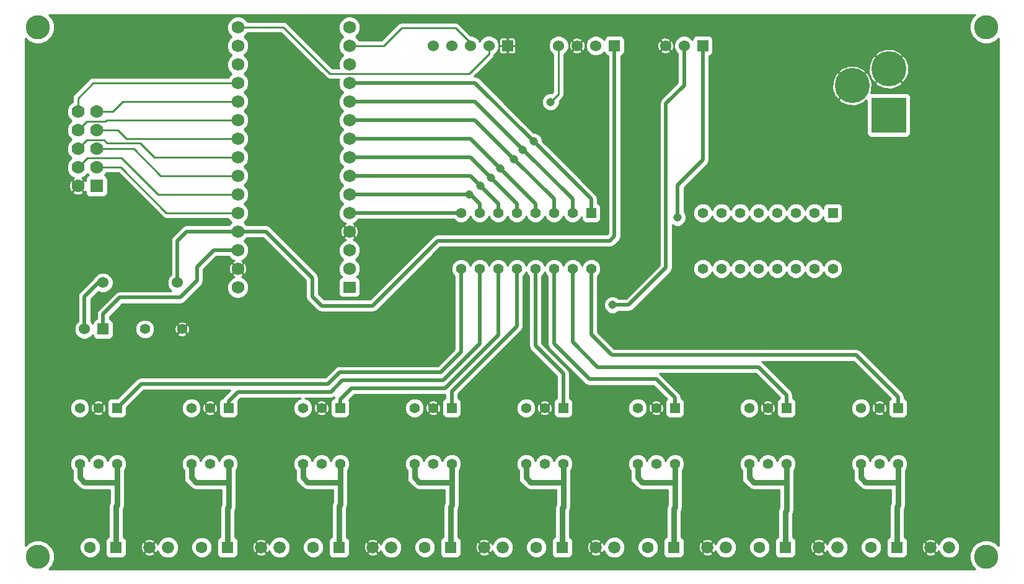
<source format=gtl>
G04 (created by PCBNEW-RS274X (2011-07-19)-testing) date Tue 14 Feb 2012 11:01:29 AM PST*
G01*
G70*
G90*
%MOIN*%
G04 Gerber Fmt 3.4, Leading zero omitted, Abs format*
%FSLAX34Y34*%
G04 APERTURE LIST*
%ADD10C,0.006000*%
%ADD11R,0.069000X0.060000*%
%ADD12C,0.069000*%
%ADD13C,0.055000*%
%ADD14R,0.055000X0.055000*%
%ADD15C,0.066000*%
%ADD16R,0.060000X0.060000*%
%ADD17C,0.060000*%
%ADD18R,0.070000X0.070000*%
%ADD19C,0.070000*%
%ADD20C,0.130000*%
%ADD21R,0.063000X0.063000*%
%ADD22C,0.063000*%
%ADD23C,0.189000*%
%ADD24R,0.189000X0.189000*%
%ADD25C,0.045000*%
%ADD26C,0.020000*%
%ADD27C,0.010000*%
%ADD28C,0.030000*%
G04 APERTURE END LIST*
G54D10*
G54D11*
X47500Y-34500D03*
G54D12*
X47500Y-33500D03*
X47500Y-32500D03*
X47500Y-31500D03*
X47500Y-30500D03*
X47500Y-29500D03*
X47500Y-28500D03*
X47500Y-27500D03*
X47500Y-26500D03*
X47500Y-25500D03*
X47500Y-24500D03*
X47500Y-23500D03*
X47500Y-22500D03*
X47500Y-21500D03*
X47500Y-20500D03*
X41500Y-20500D03*
X41500Y-21500D03*
X41500Y-22500D03*
X41500Y-23500D03*
X41500Y-24500D03*
X41500Y-25500D03*
X41500Y-26500D03*
X41500Y-27500D03*
X41500Y-28500D03*
X41500Y-29500D03*
X41500Y-30500D03*
X41500Y-31500D03*
X41500Y-32500D03*
X41500Y-33500D03*
X41500Y-34500D03*
G54D13*
X36500Y-36750D03*
X38500Y-36750D03*
G54D14*
X60500Y-30500D03*
G54D13*
X59500Y-30500D03*
X58500Y-30500D03*
X57500Y-30500D03*
X56500Y-30500D03*
X55500Y-30500D03*
X54500Y-30500D03*
X53500Y-30500D03*
X53500Y-33500D03*
X54500Y-33500D03*
X55500Y-33500D03*
X56500Y-33500D03*
X57500Y-33500D03*
X58500Y-33500D03*
X59500Y-33500D03*
X60500Y-33500D03*
G54D14*
X73500Y-30500D03*
G54D13*
X72500Y-30500D03*
X71500Y-30500D03*
X70500Y-30500D03*
X69500Y-30500D03*
X68500Y-30500D03*
X67500Y-30500D03*
X66500Y-30500D03*
X66500Y-33500D03*
X67500Y-33500D03*
X68500Y-33500D03*
X69500Y-33500D03*
X70500Y-33500D03*
X71500Y-33500D03*
X72500Y-33500D03*
X73500Y-33500D03*
G54D15*
X79750Y-48500D03*
X78750Y-48500D03*
X67750Y-48500D03*
X66750Y-48500D03*
X73750Y-48500D03*
X72750Y-48500D03*
X61750Y-48500D03*
X60750Y-48500D03*
X43750Y-48500D03*
X42750Y-48500D03*
X37750Y-48500D03*
X36750Y-48500D03*
X55750Y-48500D03*
X54750Y-48500D03*
X49750Y-48500D03*
X48750Y-48500D03*
G54D16*
X34250Y-36750D03*
G54D17*
X33250Y-36750D03*
G54D16*
X66500Y-21500D03*
G54D17*
X65500Y-21500D03*
X64500Y-21500D03*
G54D16*
X61750Y-21500D03*
G54D17*
X60750Y-21500D03*
X59750Y-21500D03*
X58750Y-21500D03*
X38250Y-34250D03*
X34250Y-34250D03*
G54D18*
X33900Y-29050D03*
G54D19*
X32900Y-29050D03*
X33900Y-28050D03*
X32900Y-28050D03*
X33900Y-27050D03*
X32900Y-27050D03*
X33900Y-26050D03*
X32900Y-26050D03*
X33900Y-25050D03*
X32900Y-25050D03*
G54D20*
X30750Y-49000D03*
X81750Y-20500D03*
X81750Y-49000D03*
X30750Y-20500D03*
G54D14*
X35000Y-41000D03*
G54D13*
X34000Y-41000D03*
X33000Y-41000D03*
X33000Y-44000D03*
X34000Y-44000D03*
X35000Y-44000D03*
G54D14*
X41000Y-41000D03*
G54D13*
X40000Y-41000D03*
X39000Y-41000D03*
X39000Y-44000D03*
X40000Y-44000D03*
X41000Y-44000D03*
G54D14*
X47000Y-41000D03*
G54D13*
X46000Y-41000D03*
X45000Y-41000D03*
X45000Y-44000D03*
X46000Y-44000D03*
X47000Y-44000D03*
G54D14*
X53000Y-41000D03*
G54D13*
X52000Y-41000D03*
X51000Y-41000D03*
X51000Y-44000D03*
X52000Y-44000D03*
X53000Y-44000D03*
G54D14*
X59000Y-41000D03*
G54D13*
X58000Y-41000D03*
X57000Y-41000D03*
X57000Y-44000D03*
X58000Y-44000D03*
X59000Y-44000D03*
G54D14*
X65000Y-41000D03*
G54D13*
X64000Y-41000D03*
X63000Y-41000D03*
X63000Y-44000D03*
X64000Y-44000D03*
X65000Y-44000D03*
G54D14*
X71000Y-41000D03*
G54D13*
X70000Y-41000D03*
X69000Y-41000D03*
X69000Y-44000D03*
X70000Y-44000D03*
X71000Y-44000D03*
G54D14*
X77000Y-41000D03*
G54D13*
X76000Y-41000D03*
X75000Y-41000D03*
X75000Y-44000D03*
X76000Y-44000D03*
X77000Y-44000D03*
G54D21*
X34939Y-48500D03*
G54D22*
X33561Y-48500D03*
G54D21*
X40939Y-48500D03*
G54D22*
X39561Y-48500D03*
G54D21*
X46939Y-48500D03*
G54D22*
X45561Y-48500D03*
G54D21*
X52939Y-48500D03*
G54D22*
X51561Y-48500D03*
G54D21*
X58939Y-48500D03*
G54D22*
X57561Y-48500D03*
G54D21*
X64939Y-48500D03*
G54D22*
X63561Y-48500D03*
G54D21*
X70939Y-48500D03*
G54D22*
X69561Y-48500D03*
G54D21*
X76939Y-48500D03*
G54D22*
X75561Y-48500D03*
G54D16*
X56000Y-21500D03*
G54D17*
X55000Y-21500D03*
X54000Y-21500D03*
X53000Y-21500D03*
X52000Y-21500D03*
G54D23*
X76500Y-22750D03*
G54D24*
X76500Y-25230D03*
G54D23*
X74531Y-23650D03*
G54D25*
X58325Y-24525D03*
X65150Y-30750D03*
X61650Y-35450D03*
X53950Y-29500D03*
X54550Y-29050D03*
X55100Y-28600D03*
X55600Y-28100D03*
X56350Y-27600D03*
X56800Y-27100D03*
X57400Y-26650D03*
G54D26*
X41500Y-31500D02*
X43000Y-31500D01*
X61750Y-31750D02*
X61750Y-21500D01*
X61500Y-32000D02*
X61750Y-31750D01*
X52250Y-32000D02*
X61500Y-32000D01*
X48750Y-35500D02*
X52250Y-32000D01*
X46000Y-35500D02*
X48750Y-35500D01*
X45500Y-35000D02*
X46000Y-35500D01*
X45500Y-34000D02*
X45500Y-35000D01*
X43000Y-31500D02*
X45500Y-34000D01*
X38250Y-34250D02*
X38250Y-32000D01*
X38750Y-31500D02*
X41500Y-31500D01*
X38250Y-32000D02*
X38750Y-31500D01*
G54D27*
X41500Y-23500D02*
X33725Y-23500D01*
X32900Y-24325D02*
X32900Y-25050D01*
X33725Y-23500D02*
X32900Y-24325D01*
X41500Y-24500D02*
X35325Y-24500D01*
X34775Y-25050D02*
X33900Y-25050D01*
X35325Y-24500D02*
X34775Y-25050D01*
X41500Y-25500D02*
X34450Y-25500D01*
X33375Y-25575D02*
X32900Y-26050D01*
X34375Y-25575D02*
X33375Y-25575D01*
X34450Y-25500D02*
X34375Y-25575D01*
X41500Y-26500D02*
X35500Y-26500D01*
X35050Y-26050D02*
X33900Y-26050D01*
X35500Y-26500D02*
X35050Y-26050D01*
X41500Y-27500D02*
X37025Y-27500D01*
X33375Y-26575D02*
X32900Y-27050D01*
X34300Y-26575D02*
X33375Y-26575D01*
X34450Y-26725D02*
X34300Y-26575D01*
X36250Y-26725D02*
X34450Y-26725D01*
X37025Y-27500D02*
X36250Y-26725D01*
X41500Y-28500D02*
X37350Y-28500D01*
X35900Y-27050D02*
X33900Y-27050D01*
X37350Y-28500D02*
X35900Y-27050D01*
X41500Y-29500D02*
X37200Y-29500D01*
X33400Y-27550D02*
X32900Y-28050D01*
X35250Y-27550D02*
X33400Y-27550D01*
X37200Y-29500D02*
X35250Y-27550D01*
X41500Y-30500D02*
X37650Y-30500D01*
X35200Y-28050D02*
X33900Y-28050D01*
X37650Y-30500D02*
X35200Y-28050D01*
X58750Y-24100D02*
X58750Y-21500D01*
X58325Y-24525D02*
X58750Y-24100D01*
G54D26*
X66500Y-27650D02*
X66500Y-21500D01*
X65150Y-29000D02*
X66500Y-27650D01*
X65150Y-30750D02*
X65150Y-29000D01*
X65500Y-23625D02*
X65500Y-21500D01*
X64525Y-24600D02*
X65500Y-23625D01*
X64525Y-33450D02*
X64525Y-24600D01*
X62525Y-35450D02*
X64525Y-33450D01*
X61650Y-35450D02*
X62525Y-35450D01*
G54D27*
X54000Y-21500D02*
X54000Y-21350D01*
X49350Y-21500D02*
X47500Y-21500D01*
X50300Y-20550D02*
X49350Y-21500D01*
X53200Y-20550D02*
X50300Y-20550D01*
X54000Y-21350D02*
X53200Y-20550D01*
X55000Y-21500D02*
X55000Y-21950D01*
X43950Y-20500D02*
X41500Y-20500D01*
X46450Y-23000D02*
X43950Y-20500D01*
X53950Y-23000D02*
X46450Y-23000D01*
X55000Y-21950D02*
X53950Y-23000D01*
G54D26*
X53500Y-30500D02*
X52000Y-30500D01*
X52000Y-30500D02*
X47500Y-30500D01*
X54500Y-30500D02*
X54500Y-30000D01*
X54000Y-29500D02*
X53950Y-29500D01*
X53950Y-29500D02*
X47500Y-29500D01*
X54500Y-30000D02*
X54000Y-29500D01*
X55500Y-30500D02*
X55500Y-30000D01*
X54000Y-28500D02*
X47500Y-28500D01*
X55500Y-30000D02*
X54550Y-29050D01*
X54550Y-29050D02*
X54400Y-28900D01*
X54400Y-28900D02*
X54000Y-28500D01*
X55100Y-28600D02*
X55050Y-28550D01*
X47500Y-27500D02*
X54000Y-27500D01*
X56500Y-30000D02*
X56500Y-30500D01*
X54000Y-27500D02*
X55050Y-28550D01*
X55050Y-28550D02*
X56500Y-30000D01*
X47500Y-26500D02*
X54000Y-26500D01*
X57500Y-30000D02*
X57500Y-30500D01*
X54000Y-26500D02*
X55475Y-27975D01*
X55475Y-27975D02*
X55600Y-28100D01*
X55600Y-28100D02*
X57500Y-30000D01*
X47500Y-25500D02*
X54250Y-25500D01*
X58500Y-29750D02*
X58500Y-30500D01*
X54250Y-25500D02*
X56350Y-27600D01*
X56350Y-27600D02*
X58500Y-29750D01*
X56800Y-27100D02*
X56825Y-27075D01*
X47500Y-24500D02*
X54250Y-24500D01*
X59500Y-29750D02*
X59500Y-30500D01*
X54250Y-24500D02*
X56825Y-27075D01*
X56825Y-27075D02*
X59500Y-29750D01*
X60500Y-30500D02*
X60500Y-29750D01*
X54250Y-23500D02*
X47500Y-23500D01*
X60500Y-29750D02*
X57400Y-26650D01*
X57400Y-26650D02*
X54250Y-23500D01*
X34250Y-36750D02*
X34250Y-35950D01*
X40200Y-32500D02*
X41500Y-32500D01*
X39300Y-33400D02*
X40200Y-32500D01*
X39300Y-34150D02*
X39300Y-33400D01*
X38400Y-35050D02*
X39300Y-34150D01*
X35150Y-35050D02*
X38400Y-35050D01*
X34250Y-35950D02*
X35150Y-35050D01*
X34250Y-34250D02*
X34000Y-34250D01*
X33250Y-35000D02*
X33250Y-36750D01*
X34000Y-34250D02*
X33250Y-35000D01*
G54D28*
X39000Y-44000D02*
X39000Y-44750D01*
X39250Y-45000D02*
X41000Y-45000D01*
X39000Y-44750D02*
X39250Y-45000D01*
X41000Y-44000D02*
X41000Y-45000D01*
X41000Y-45000D02*
X41000Y-46325D01*
X40939Y-46386D02*
X40939Y-48500D01*
X41000Y-46325D02*
X40939Y-46386D01*
X51000Y-44000D02*
X51000Y-44750D01*
X51250Y-45000D02*
X53000Y-45000D01*
X51000Y-44750D02*
X51250Y-45000D01*
X53000Y-44000D02*
X53000Y-45000D01*
X53000Y-45000D02*
X53000Y-45500D01*
X53000Y-45500D02*
X53000Y-46250D01*
X52939Y-46311D02*
X52939Y-48500D01*
X53000Y-46250D02*
X52939Y-46311D01*
X63000Y-44000D02*
X63000Y-44750D01*
X63250Y-45000D02*
X65000Y-45000D01*
X63000Y-44750D02*
X63250Y-45000D01*
X65000Y-44000D02*
X65000Y-45000D01*
X65000Y-45000D02*
X65000Y-45575D01*
X65000Y-45575D02*
X65000Y-46350D01*
X64939Y-46411D02*
X64939Y-48500D01*
X65000Y-46350D02*
X64939Y-46411D01*
X69000Y-44000D02*
X69000Y-44750D01*
X69250Y-45000D02*
X71000Y-45000D01*
X69000Y-44750D02*
X69250Y-45000D01*
X71000Y-44000D02*
X71000Y-45000D01*
X71000Y-45000D02*
X71000Y-45575D01*
X71000Y-45575D02*
X71000Y-46500D01*
X70939Y-46561D02*
X70939Y-48500D01*
X71000Y-46500D02*
X70939Y-46561D01*
X33000Y-44000D02*
X33000Y-44750D01*
X33250Y-45000D02*
X35000Y-45000D01*
X33000Y-44750D02*
X33250Y-45000D01*
X35000Y-44000D02*
X35000Y-45000D01*
X35000Y-45000D02*
X35000Y-46225D01*
X34939Y-46286D02*
X34939Y-48500D01*
X35000Y-46225D02*
X34939Y-46286D01*
X45000Y-44000D02*
X45000Y-44750D01*
X45250Y-45000D02*
X47000Y-45000D01*
X45000Y-44750D02*
X45250Y-45000D01*
X47000Y-44000D02*
X47000Y-45000D01*
X47000Y-45000D02*
X47000Y-46200D01*
X46939Y-46261D02*
X46939Y-48500D01*
X47000Y-46200D02*
X46939Y-46261D01*
X57000Y-44000D02*
X57000Y-44750D01*
X57250Y-45000D02*
X59000Y-45000D01*
X57000Y-44750D02*
X57250Y-45000D01*
X59000Y-44000D02*
X59000Y-45000D01*
X59000Y-45000D02*
X59000Y-45550D01*
X59000Y-45550D02*
X59000Y-46325D01*
X58939Y-46386D02*
X58939Y-48500D01*
X59000Y-46325D02*
X58939Y-46386D01*
X75000Y-44000D02*
X75000Y-44750D01*
X75250Y-45000D02*
X77000Y-45000D01*
X75000Y-44750D02*
X75250Y-45000D01*
X77000Y-44000D02*
X77000Y-45000D01*
X77000Y-45000D02*
X77000Y-46250D01*
X76939Y-46311D02*
X76939Y-48500D01*
X77000Y-46250D02*
X76939Y-46311D01*
G54D26*
X53500Y-33500D02*
X53500Y-37975D01*
X36300Y-39700D02*
X35000Y-41000D01*
X46350Y-39700D02*
X36300Y-39700D01*
X46975Y-39075D02*
X46350Y-39700D01*
X52400Y-39075D02*
X46975Y-39075D01*
X53500Y-37975D02*
X52400Y-39075D01*
X47000Y-41000D02*
X47000Y-40550D01*
X55500Y-37075D02*
X55500Y-33500D01*
X52650Y-39925D02*
X55500Y-37075D01*
X47625Y-39925D02*
X52650Y-39925D01*
X47000Y-40550D02*
X47625Y-39925D01*
X57500Y-33500D02*
X57500Y-37650D01*
X59000Y-39150D02*
X59000Y-41000D01*
X57500Y-37650D02*
X59000Y-39150D01*
X59500Y-33500D02*
X59500Y-37450D01*
X71000Y-40300D02*
X71000Y-41000D01*
X69500Y-38800D02*
X71000Y-40300D01*
X60850Y-38800D02*
X69500Y-38800D01*
X59500Y-37450D02*
X60850Y-38800D01*
X60500Y-33500D02*
X60500Y-37050D01*
X77000Y-40400D02*
X77000Y-41000D01*
X74750Y-38150D02*
X77000Y-40400D01*
X61600Y-38150D02*
X74750Y-38150D01*
X60500Y-37050D02*
X61600Y-38150D01*
X58500Y-33500D02*
X58500Y-37550D01*
X65000Y-40450D02*
X65000Y-41000D01*
X64000Y-39450D02*
X65000Y-40450D01*
X60400Y-39450D02*
X64000Y-39450D01*
X58500Y-37550D02*
X60400Y-39450D01*
X53000Y-41000D02*
X53000Y-40100D01*
X56500Y-36600D02*
X56500Y-33500D01*
X53000Y-40100D02*
X56500Y-36600D01*
X54500Y-33500D02*
X54500Y-37550D01*
X41000Y-40625D02*
X41000Y-41000D01*
X41500Y-40125D02*
X41000Y-40625D01*
X46500Y-40125D02*
X41500Y-40125D01*
X47125Y-39500D02*
X46500Y-40125D01*
X52550Y-39500D02*
X47125Y-39500D01*
X54500Y-37550D02*
X52550Y-39500D01*
G54D27*
X31347Y-19825D02*
X81152Y-19825D01*
X31427Y-19905D02*
X81072Y-19905D01*
X31507Y-19985D02*
X41190Y-19985D01*
X41808Y-19985D02*
X47190Y-19985D01*
X47808Y-19985D02*
X80992Y-19985D01*
X31543Y-20065D02*
X41095Y-20065D01*
X41905Y-20065D02*
X47095Y-20065D01*
X47905Y-20065D02*
X80956Y-20065D01*
X31576Y-20145D02*
X41015Y-20145D01*
X41985Y-20145D02*
X47015Y-20145D01*
X47985Y-20145D02*
X80922Y-20145D01*
X31609Y-20225D02*
X40971Y-20225D01*
X44067Y-20225D02*
X46971Y-20225D01*
X48029Y-20225D02*
X80889Y-20225D01*
X31642Y-20305D02*
X40937Y-20305D01*
X44179Y-20305D02*
X46937Y-20305D01*
X48062Y-20305D02*
X50137Y-20305D01*
X53362Y-20305D02*
X80856Y-20305D01*
X31650Y-20385D02*
X40906Y-20385D01*
X44259Y-20385D02*
X46906Y-20385D01*
X48094Y-20385D02*
X50041Y-20385D01*
X53459Y-20385D02*
X80850Y-20385D01*
X31650Y-20465D02*
X40906Y-20465D01*
X44339Y-20465D02*
X46906Y-20465D01*
X48094Y-20465D02*
X49961Y-20465D01*
X53539Y-20465D02*
X80850Y-20465D01*
X31650Y-20545D02*
X40906Y-20545D01*
X44419Y-20545D02*
X46906Y-20545D01*
X48094Y-20545D02*
X49881Y-20545D01*
X53619Y-20545D02*
X80850Y-20545D01*
X31650Y-20625D02*
X40909Y-20625D01*
X44499Y-20625D02*
X46909Y-20625D01*
X48092Y-20625D02*
X49801Y-20625D01*
X53699Y-20625D02*
X80850Y-20625D01*
X31640Y-20705D02*
X40942Y-20705D01*
X44579Y-20705D02*
X46942Y-20705D01*
X48058Y-20705D02*
X49721Y-20705D01*
X53779Y-20705D02*
X80862Y-20705D01*
X31607Y-20785D02*
X40975Y-20785D01*
X44659Y-20785D02*
X46975Y-20785D01*
X48025Y-20785D02*
X49641Y-20785D01*
X53859Y-20785D02*
X80895Y-20785D01*
X31573Y-20865D02*
X41025Y-20865D01*
X41975Y-20865D02*
X43890Y-20865D01*
X44739Y-20865D02*
X47025Y-20865D01*
X47975Y-20865D02*
X49561Y-20865D01*
X53939Y-20865D02*
X80928Y-20865D01*
X31540Y-20945D02*
X41105Y-20945D01*
X41895Y-20945D02*
X43970Y-20945D01*
X44819Y-20945D02*
X47105Y-20945D01*
X47895Y-20945D02*
X49481Y-20945D01*
X54019Y-20945D02*
X80961Y-20945D01*
X31498Y-21025D02*
X41135Y-21025D01*
X41865Y-21025D02*
X44050Y-21025D01*
X44899Y-21025D02*
X47135Y-21025D01*
X47865Y-21025D02*
X49401Y-21025D01*
X54286Y-21025D02*
X54713Y-21025D01*
X55286Y-21025D02*
X58463Y-21025D01*
X59036Y-21025D02*
X60463Y-21025D01*
X61036Y-21025D02*
X61273Y-21025D01*
X62227Y-21025D02*
X65213Y-21025D01*
X65786Y-21025D02*
X66023Y-21025D01*
X66977Y-21025D02*
X81003Y-21025D01*
X30075Y-21105D02*
X30083Y-21105D01*
X31418Y-21105D02*
X41055Y-21105D01*
X41945Y-21105D02*
X44130Y-21105D01*
X44979Y-21105D02*
X47055Y-21105D01*
X47945Y-21105D02*
X49321Y-21105D01*
X54381Y-21105D02*
X54619Y-21105D01*
X55381Y-21105D02*
X55584Y-21105D01*
X55995Y-21105D02*
X56005Y-21105D01*
X56416Y-21105D02*
X58369Y-21105D01*
X59131Y-21105D02*
X59545Y-21105D01*
X59945Y-21105D02*
X60369Y-21105D01*
X61131Y-21105D02*
X61219Y-21105D01*
X62280Y-21105D02*
X64295Y-21105D01*
X64695Y-21105D02*
X65119Y-21105D01*
X65881Y-21105D02*
X65969Y-21105D01*
X67030Y-21105D02*
X81083Y-21105D01*
X82417Y-21105D02*
X82425Y-21105D01*
X30075Y-21185D02*
X30163Y-21185D01*
X31338Y-21185D02*
X40987Y-21185D01*
X42012Y-21185D02*
X44210Y-21185D01*
X45059Y-21185D02*
X46987Y-21185D01*
X48012Y-21185D02*
X49241Y-21185D01*
X54461Y-21185D02*
X54539Y-21185D01*
X55461Y-21185D02*
X55551Y-21185D01*
X55995Y-21185D02*
X56005Y-21185D01*
X56449Y-21185D02*
X58289Y-21185D01*
X59211Y-21185D02*
X59469Y-21185D01*
X60030Y-21185D02*
X60289Y-21185D01*
X62299Y-21185D02*
X64219Y-21185D01*
X64780Y-21185D02*
X65039Y-21185D01*
X67049Y-21185D02*
X81163Y-21185D01*
X82337Y-21185D02*
X82425Y-21185D01*
X30075Y-21265D02*
X30247Y-21265D01*
X31255Y-21265D02*
X40954Y-21265D01*
X42045Y-21265D02*
X44290Y-21265D01*
X45139Y-21265D02*
X46954Y-21265D01*
X54496Y-21265D02*
X54503Y-21265D01*
X55496Y-21265D02*
X55550Y-21265D01*
X55995Y-21265D02*
X56005Y-21265D01*
X56449Y-21265D02*
X58253Y-21265D01*
X59246Y-21265D02*
X59372Y-21265D01*
X59508Y-21265D02*
X59522Y-21265D01*
X59978Y-21265D02*
X59992Y-21265D01*
X60133Y-21265D02*
X60253Y-21265D01*
X62299Y-21265D02*
X64122Y-21265D01*
X64258Y-21265D02*
X64272Y-21265D01*
X64728Y-21265D02*
X64742Y-21265D01*
X64883Y-21265D02*
X65003Y-21265D01*
X67049Y-21265D02*
X81247Y-21265D01*
X82255Y-21265D02*
X82425Y-21265D01*
X30075Y-21345D02*
X30439Y-21345D01*
X31061Y-21345D02*
X40921Y-21345D01*
X42078Y-21345D02*
X44370Y-21345D01*
X45219Y-21345D02*
X46921Y-21345D01*
X55529Y-21345D02*
X55550Y-21345D01*
X55995Y-21345D02*
X56005Y-21345D01*
X56449Y-21345D02*
X58220Y-21345D01*
X59279Y-21345D02*
X59336Y-21345D01*
X59588Y-21345D02*
X59602Y-21345D01*
X59898Y-21345D02*
X59912Y-21345D01*
X60163Y-21345D02*
X60220Y-21345D01*
X62299Y-21345D02*
X64086Y-21345D01*
X64338Y-21345D02*
X64352Y-21345D01*
X64648Y-21345D02*
X64662Y-21345D01*
X64913Y-21345D02*
X64970Y-21345D01*
X67049Y-21345D02*
X81439Y-21345D01*
X82061Y-21345D02*
X82425Y-21345D01*
X30075Y-21425D02*
X40906Y-21425D01*
X42094Y-21425D02*
X44450Y-21425D01*
X45299Y-21425D02*
X46906Y-21425D01*
X55549Y-21425D02*
X55550Y-21425D01*
X55995Y-21425D02*
X56005Y-21425D01*
X56449Y-21425D02*
X58201Y-21425D01*
X59299Y-21425D02*
X59311Y-21425D01*
X59668Y-21425D02*
X59682Y-21425D01*
X59818Y-21425D02*
X59832Y-21425D01*
X60194Y-21425D02*
X60194Y-21425D01*
X60194Y-21425D02*
X60201Y-21425D01*
X62299Y-21425D02*
X64061Y-21425D01*
X64418Y-21425D02*
X64432Y-21425D01*
X64568Y-21425D02*
X64582Y-21425D01*
X64944Y-21425D02*
X64944Y-21425D01*
X64944Y-21425D02*
X64951Y-21425D01*
X67049Y-21425D02*
X82425Y-21425D01*
X30075Y-21505D02*
X40906Y-21505D01*
X42094Y-21505D02*
X44530Y-21505D01*
X45379Y-21505D02*
X46906Y-21505D01*
X55549Y-21505D02*
X55587Y-21505D01*
X55995Y-21505D02*
X56005Y-21505D01*
X56413Y-21505D02*
X56450Y-21505D01*
X56450Y-21505D02*
X58201Y-21505D01*
X59299Y-21505D02*
X59308Y-21505D01*
X59738Y-21505D02*
X59743Y-21505D01*
X59743Y-21505D02*
X59762Y-21505D01*
X60192Y-21505D02*
X60194Y-21505D01*
X60194Y-21505D02*
X60201Y-21505D01*
X62299Y-21505D02*
X64058Y-21505D01*
X64488Y-21505D02*
X64493Y-21505D01*
X64493Y-21505D02*
X64512Y-21505D01*
X64942Y-21505D02*
X64944Y-21505D01*
X64944Y-21505D02*
X64951Y-21505D01*
X67049Y-21505D02*
X82425Y-21505D01*
X30075Y-21585D02*
X40906Y-21585D01*
X42094Y-21585D02*
X44610Y-21585D01*
X45459Y-21585D02*
X46906Y-21585D01*
X55549Y-21585D02*
X55551Y-21585D01*
X55995Y-21585D02*
X56005Y-21585D01*
X56450Y-21585D02*
X56450Y-21585D01*
X56450Y-21585D02*
X58201Y-21585D01*
X59299Y-21585D02*
X59310Y-21585D01*
X59658Y-21585D02*
X59672Y-21585D01*
X59828Y-21585D02*
X59842Y-21585D01*
X60189Y-21585D02*
X60194Y-21585D01*
X60194Y-21585D02*
X60201Y-21585D01*
X62299Y-21585D02*
X64060Y-21585D01*
X64408Y-21585D02*
X64422Y-21585D01*
X64578Y-21585D02*
X64592Y-21585D01*
X64939Y-21585D02*
X64944Y-21585D01*
X64944Y-21585D02*
X64951Y-21585D01*
X67049Y-21585D02*
X82425Y-21585D01*
X30075Y-21665D02*
X40926Y-21665D01*
X42075Y-21665D02*
X44690Y-21665D01*
X45539Y-21665D02*
X46926Y-21665D01*
X55526Y-21665D02*
X55551Y-21665D01*
X55995Y-21665D02*
X56005Y-21665D01*
X56450Y-21665D02*
X56450Y-21665D01*
X56450Y-21665D02*
X58225Y-21665D01*
X59276Y-21665D02*
X59299Y-21665D01*
X59299Y-21665D02*
X59341Y-21665D01*
X59578Y-21665D02*
X59592Y-21665D01*
X59908Y-21665D02*
X59922Y-21665D01*
X60159Y-21665D02*
X60194Y-21665D01*
X60194Y-21665D02*
X60225Y-21665D01*
X62299Y-21665D02*
X64091Y-21665D01*
X64328Y-21665D02*
X64342Y-21665D01*
X64658Y-21665D02*
X64672Y-21665D01*
X64909Y-21665D02*
X64944Y-21665D01*
X64944Y-21665D02*
X64975Y-21665D01*
X67049Y-21665D02*
X82425Y-21665D01*
X30075Y-21745D02*
X40959Y-21745D01*
X42042Y-21745D02*
X44770Y-21745D01*
X45619Y-21745D02*
X46959Y-21745D01*
X55493Y-21745D02*
X55551Y-21745D01*
X55995Y-21745D02*
X56005Y-21745D01*
X56450Y-21745D02*
X56450Y-21745D01*
X56450Y-21745D02*
X58258Y-21745D01*
X59243Y-21745D02*
X59299Y-21745D01*
X59299Y-21745D02*
X59373Y-21745D01*
X59498Y-21745D02*
X59512Y-21745D01*
X59988Y-21745D02*
X60002Y-21745D01*
X60123Y-21745D02*
X60194Y-21745D01*
X60194Y-21745D02*
X60258Y-21745D01*
X62299Y-21745D02*
X64123Y-21745D01*
X64248Y-21745D02*
X64262Y-21745D01*
X64738Y-21745D02*
X64752Y-21745D01*
X64873Y-21745D02*
X64944Y-21745D01*
X64944Y-21745D02*
X65008Y-21745D01*
X67049Y-21745D02*
X76122Y-21745D01*
X76881Y-21745D02*
X82425Y-21745D01*
X30075Y-21825D02*
X40992Y-21825D01*
X42008Y-21825D02*
X44850Y-21825D01*
X45699Y-21825D02*
X46992Y-21825D01*
X55451Y-21825D02*
X55551Y-21825D01*
X55995Y-21825D02*
X56005Y-21825D01*
X56449Y-21825D02*
X56450Y-21825D01*
X56450Y-21825D02*
X58299Y-21825D01*
X59201Y-21825D02*
X59299Y-21825D01*
X59299Y-21825D02*
X59474Y-21825D01*
X60027Y-21825D02*
X60038Y-21825D01*
X60038Y-21825D02*
X60194Y-21825D01*
X60194Y-21825D02*
X60299Y-21825D01*
X61201Y-21825D02*
X61201Y-21825D01*
X62299Y-21825D02*
X64224Y-21825D01*
X64777Y-21825D02*
X64788Y-21825D01*
X64788Y-21825D02*
X64944Y-21825D01*
X64944Y-21825D02*
X65049Y-21825D01*
X67049Y-21825D02*
X75915Y-21825D01*
X77057Y-21825D02*
X82425Y-21825D01*
X30075Y-21905D02*
X41065Y-21905D01*
X41935Y-21905D02*
X44930Y-21905D01*
X45779Y-21905D02*
X47065Y-21905D01*
X55371Y-21905D02*
X55594Y-21905D01*
X55995Y-21905D02*
X56005Y-21905D01*
X56406Y-21905D02*
X56450Y-21905D01*
X56450Y-21905D02*
X58379Y-21905D01*
X59121Y-21905D02*
X59299Y-21905D01*
X59299Y-21905D02*
X59577Y-21905D01*
X59929Y-21905D02*
X60038Y-21905D01*
X60038Y-21905D02*
X60194Y-21905D01*
X60194Y-21905D02*
X60379Y-21905D01*
X61121Y-21905D02*
X61225Y-21905D01*
X62277Y-21905D02*
X62299Y-21905D01*
X62299Y-21905D02*
X64327Y-21905D01*
X64679Y-21905D02*
X64788Y-21905D01*
X64788Y-21905D02*
X64944Y-21905D01*
X64944Y-21905D02*
X65129Y-21905D01*
X67027Y-21905D02*
X67049Y-21905D01*
X67049Y-21905D02*
X75828Y-21905D01*
X77171Y-21905D02*
X82425Y-21905D01*
X30075Y-21985D02*
X41145Y-21985D01*
X41855Y-21985D02*
X45010Y-21985D01*
X45859Y-21985D02*
X47145Y-21985D01*
X55293Y-21985D02*
X55995Y-21985D01*
X55995Y-21985D02*
X56450Y-21985D01*
X56450Y-21985D02*
X58450Y-21985D01*
X59050Y-21985D02*
X59299Y-21985D01*
X59299Y-21985D02*
X60038Y-21985D01*
X60038Y-21985D02*
X60194Y-21985D01*
X60194Y-21985D02*
X60488Y-21985D01*
X61013Y-21985D02*
X61283Y-21985D01*
X62217Y-21985D02*
X62299Y-21985D01*
X62299Y-21985D02*
X64788Y-21985D01*
X64788Y-21985D02*
X64944Y-21985D01*
X64944Y-21985D02*
X65150Y-21985D01*
X66967Y-21985D02*
X67049Y-21985D01*
X67049Y-21985D02*
X75766Y-21985D01*
X77233Y-21985D02*
X82425Y-21985D01*
X30075Y-22065D02*
X41095Y-22065D01*
X41905Y-22065D02*
X45090Y-22065D01*
X45939Y-22065D02*
X47095Y-22065D01*
X55277Y-22065D02*
X55995Y-22065D01*
X55995Y-22065D02*
X56450Y-22065D01*
X56450Y-22065D02*
X58450Y-22065D01*
X59050Y-22065D02*
X59299Y-22065D01*
X59299Y-22065D02*
X60038Y-22065D01*
X60038Y-22065D02*
X60194Y-22065D01*
X60194Y-22065D02*
X61400Y-22065D01*
X62100Y-22065D02*
X62299Y-22065D01*
X62299Y-22065D02*
X64788Y-22065D01*
X64788Y-22065D02*
X64944Y-22065D01*
X64944Y-22065D02*
X65150Y-22065D01*
X66850Y-22065D02*
X67049Y-22065D01*
X67049Y-22065D02*
X75672Y-22065D01*
X75808Y-22065D02*
X75822Y-22065D01*
X77178Y-22065D02*
X77192Y-22065D01*
X77327Y-22065D02*
X82425Y-22065D01*
X30075Y-22145D02*
X41015Y-22145D01*
X41985Y-22145D02*
X45170Y-22145D01*
X46019Y-22145D02*
X47015Y-22145D01*
X55224Y-22145D02*
X55995Y-22145D01*
X55995Y-22145D02*
X56450Y-22145D01*
X56450Y-22145D02*
X58450Y-22145D01*
X59050Y-22145D02*
X59299Y-22145D01*
X59299Y-22145D02*
X60038Y-22145D01*
X60038Y-22145D02*
X60194Y-22145D01*
X60194Y-22145D02*
X61400Y-22145D01*
X62100Y-22145D02*
X62299Y-22145D01*
X62299Y-22145D02*
X64788Y-22145D01*
X64788Y-22145D02*
X64944Y-22145D01*
X64944Y-22145D02*
X65150Y-22145D01*
X66850Y-22145D02*
X67049Y-22145D01*
X67049Y-22145D02*
X75596Y-22145D01*
X75888Y-22145D02*
X75902Y-22145D01*
X77098Y-22145D02*
X77112Y-22145D01*
X77411Y-22145D02*
X82425Y-22145D01*
X30075Y-22225D02*
X40971Y-22225D01*
X42029Y-22225D02*
X45250Y-22225D01*
X46099Y-22225D02*
X46971Y-22225D01*
X55149Y-22225D02*
X55995Y-22225D01*
X55995Y-22225D02*
X56450Y-22225D01*
X56450Y-22225D02*
X58450Y-22225D01*
X59050Y-22225D02*
X59299Y-22225D01*
X59299Y-22225D02*
X60038Y-22225D01*
X60038Y-22225D02*
X60194Y-22225D01*
X60194Y-22225D02*
X61400Y-22225D01*
X62100Y-22225D02*
X62299Y-22225D01*
X62299Y-22225D02*
X64788Y-22225D01*
X64788Y-22225D02*
X64944Y-22225D01*
X64944Y-22225D02*
X65150Y-22225D01*
X66850Y-22225D02*
X67049Y-22225D01*
X67049Y-22225D02*
X75560Y-22225D01*
X75968Y-22225D02*
X75982Y-22225D01*
X77018Y-22225D02*
X77032Y-22225D01*
X77449Y-22225D02*
X82425Y-22225D01*
X30075Y-22305D02*
X40937Y-22305D01*
X42062Y-22305D02*
X45330Y-22305D01*
X46179Y-22305D02*
X46937Y-22305D01*
X55069Y-22305D02*
X55995Y-22305D01*
X55995Y-22305D02*
X56450Y-22305D01*
X56450Y-22305D02*
X58450Y-22305D01*
X59050Y-22305D02*
X59299Y-22305D01*
X59299Y-22305D02*
X60038Y-22305D01*
X60038Y-22305D02*
X60194Y-22305D01*
X60194Y-22305D02*
X61400Y-22305D01*
X62100Y-22305D02*
X62299Y-22305D01*
X62299Y-22305D02*
X64788Y-22305D01*
X64788Y-22305D02*
X64944Y-22305D01*
X64944Y-22305D02*
X65150Y-22305D01*
X66850Y-22305D02*
X67049Y-22305D01*
X67049Y-22305D02*
X75523Y-22305D01*
X76048Y-22305D02*
X76062Y-22305D01*
X76938Y-22305D02*
X76952Y-22305D01*
X77479Y-22305D02*
X82425Y-22305D01*
X30075Y-22385D02*
X40906Y-22385D01*
X42094Y-22385D02*
X45410Y-22385D01*
X46259Y-22385D02*
X46906Y-22385D01*
X54989Y-22385D02*
X55995Y-22385D01*
X55995Y-22385D02*
X56450Y-22385D01*
X56450Y-22385D02*
X58450Y-22385D01*
X59050Y-22385D02*
X59299Y-22385D01*
X59299Y-22385D02*
X60038Y-22385D01*
X60038Y-22385D02*
X60194Y-22385D01*
X60194Y-22385D02*
X61400Y-22385D01*
X62100Y-22385D02*
X62299Y-22385D01*
X62299Y-22385D02*
X64788Y-22385D01*
X64788Y-22385D02*
X64944Y-22385D01*
X64944Y-22385D02*
X65150Y-22385D01*
X66850Y-22385D02*
X67049Y-22385D01*
X67049Y-22385D02*
X75487Y-22385D01*
X76128Y-22385D02*
X76142Y-22385D01*
X76858Y-22385D02*
X76872Y-22385D01*
X77509Y-22385D02*
X82425Y-22385D01*
X30075Y-22465D02*
X40906Y-22465D01*
X42094Y-22465D02*
X45490Y-22465D01*
X46339Y-22465D02*
X46906Y-22465D01*
X54909Y-22465D02*
X55995Y-22465D01*
X55995Y-22465D02*
X56450Y-22465D01*
X56450Y-22465D02*
X58450Y-22465D01*
X59050Y-22465D02*
X59299Y-22465D01*
X59299Y-22465D02*
X60038Y-22465D01*
X60038Y-22465D02*
X60194Y-22465D01*
X60194Y-22465D02*
X61400Y-22465D01*
X62100Y-22465D02*
X62299Y-22465D01*
X62299Y-22465D02*
X64788Y-22465D01*
X64788Y-22465D02*
X64944Y-22465D01*
X64944Y-22465D02*
X65150Y-22465D01*
X66850Y-22465D02*
X67049Y-22465D01*
X67049Y-22465D02*
X75450Y-22465D01*
X76208Y-22465D02*
X76222Y-22465D01*
X76778Y-22465D02*
X76792Y-22465D01*
X77539Y-22465D02*
X82425Y-22465D01*
X30075Y-22545D02*
X40906Y-22545D01*
X42094Y-22545D02*
X45570Y-22545D01*
X46419Y-22545D02*
X46906Y-22545D01*
X54829Y-22545D02*
X55995Y-22545D01*
X55995Y-22545D02*
X56450Y-22545D01*
X56450Y-22545D02*
X58450Y-22545D01*
X59050Y-22545D02*
X59299Y-22545D01*
X59299Y-22545D02*
X60038Y-22545D01*
X60038Y-22545D02*
X60194Y-22545D01*
X60194Y-22545D02*
X61400Y-22545D01*
X62100Y-22545D02*
X62299Y-22545D01*
X62299Y-22545D02*
X64788Y-22545D01*
X64788Y-22545D02*
X64944Y-22545D01*
X64944Y-22545D02*
X65150Y-22545D01*
X66850Y-22545D02*
X67049Y-22545D01*
X67049Y-22545D02*
X75433Y-22545D01*
X76288Y-22545D02*
X76302Y-22545D01*
X76698Y-22545D02*
X76712Y-22545D01*
X77569Y-22545D02*
X82425Y-22545D01*
X30075Y-22625D02*
X40909Y-22625D01*
X42092Y-22625D02*
X45650Y-22625D01*
X46499Y-22625D02*
X46909Y-22625D01*
X54749Y-22625D02*
X55995Y-22625D01*
X55995Y-22625D02*
X56450Y-22625D01*
X56450Y-22625D02*
X58450Y-22625D01*
X59050Y-22625D02*
X59299Y-22625D01*
X59299Y-22625D02*
X60038Y-22625D01*
X60038Y-22625D02*
X60194Y-22625D01*
X60194Y-22625D02*
X61400Y-22625D01*
X62100Y-22625D02*
X62299Y-22625D01*
X62299Y-22625D02*
X64788Y-22625D01*
X64788Y-22625D02*
X64944Y-22625D01*
X64944Y-22625D02*
X65150Y-22625D01*
X66850Y-22625D02*
X67049Y-22625D01*
X67049Y-22625D02*
X74207Y-22625D01*
X74868Y-22625D02*
X75430Y-22625D01*
X76368Y-22625D02*
X76382Y-22625D01*
X76618Y-22625D02*
X76632Y-22625D01*
X77579Y-22625D02*
X77580Y-22625D01*
X77580Y-22625D02*
X82425Y-22625D01*
X30075Y-22705D02*
X40942Y-22705D01*
X42058Y-22705D02*
X45730Y-22705D01*
X54669Y-22705D02*
X55995Y-22705D01*
X55995Y-22705D02*
X56450Y-22705D01*
X56450Y-22705D02*
X58450Y-22705D01*
X59050Y-22705D02*
X59299Y-22705D01*
X59299Y-22705D02*
X60038Y-22705D01*
X60038Y-22705D02*
X60194Y-22705D01*
X60194Y-22705D02*
X61400Y-22705D01*
X62100Y-22705D02*
X62299Y-22705D01*
X62299Y-22705D02*
X64788Y-22705D01*
X64788Y-22705D02*
X64944Y-22705D01*
X64944Y-22705D02*
X65150Y-22705D01*
X66850Y-22705D02*
X67049Y-22705D01*
X67049Y-22705D02*
X73992Y-22705D01*
X75044Y-22705D02*
X75427Y-22705D01*
X76448Y-22705D02*
X76462Y-22705D01*
X76538Y-22705D02*
X76552Y-22705D01*
X77576Y-22705D02*
X77580Y-22705D01*
X77580Y-22705D02*
X82425Y-22705D01*
X30075Y-22785D02*
X40975Y-22785D01*
X42025Y-22785D02*
X45810Y-22785D01*
X54589Y-22785D02*
X55995Y-22785D01*
X55995Y-22785D02*
X56450Y-22785D01*
X56450Y-22785D02*
X58450Y-22785D01*
X59050Y-22785D02*
X59299Y-22785D01*
X59299Y-22785D02*
X60038Y-22785D01*
X60038Y-22785D02*
X60194Y-22785D01*
X60194Y-22785D02*
X61400Y-22785D01*
X62100Y-22785D02*
X62299Y-22785D01*
X62299Y-22785D02*
X64788Y-22785D01*
X64788Y-22785D02*
X64944Y-22785D01*
X64944Y-22785D02*
X65150Y-22785D01*
X66850Y-22785D02*
X67049Y-22785D01*
X67049Y-22785D02*
X73874Y-22785D01*
X75187Y-22785D02*
X75424Y-22785D01*
X76458Y-22785D02*
X76472Y-22785D01*
X76528Y-22785D02*
X76542Y-22785D01*
X77573Y-22785D02*
X77580Y-22785D01*
X77580Y-22785D02*
X82425Y-22785D01*
X30075Y-22865D02*
X41025Y-22865D01*
X41975Y-22865D02*
X45890Y-22865D01*
X54509Y-22865D02*
X55995Y-22865D01*
X55995Y-22865D02*
X56450Y-22865D01*
X56450Y-22865D02*
X58450Y-22865D01*
X59050Y-22865D02*
X59299Y-22865D01*
X59299Y-22865D02*
X60038Y-22865D01*
X60038Y-22865D02*
X60194Y-22865D01*
X60194Y-22865D02*
X61400Y-22865D01*
X62100Y-22865D02*
X62299Y-22865D01*
X62299Y-22865D02*
X64788Y-22865D01*
X64788Y-22865D02*
X64944Y-22865D01*
X64944Y-22865D02*
X65150Y-22865D01*
X66850Y-22865D02*
X67049Y-22865D01*
X67049Y-22865D02*
X73813Y-22865D01*
X75248Y-22865D02*
X75422Y-22865D01*
X76378Y-22865D02*
X76392Y-22865D01*
X76608Y-22865D02*
X76622Y-22865D01*
X77570Y-22865D02*
X77580Y-22865D01*
X77580Y-22865D02*
X82425Y-22865D01*
X30075Y-22945D02*
X41105Y-22945D01*
X41895Y-22945D02*
X45970Y-22945D01*
X54429Y-22945D02*
X55995Y-22945D01*
X55995Y-22945D02*
X56450Y-22945D01*
X56450Y-22945D02*
X58450Y-22945D01*
X59050Y-22945D02*
X59299Y-22945D01*
X59299Y-22945D02*
X60038Y-22945D01*
X60038Y-22945D02*
X60194Y-22945D01*
X60194Y-22945D02*
X61400Y-22945D01*
X62100Y-22945D02*
X62299Y-22945D01*
X62299Y-22945D02*
X64788Y-22945D01*
X64788Y-22945D02*
X64944Y-22945D01*
X64944Y-22945D02*
X65150Y-22945D01*
X66850Y-22945D02*
X67049Y-22945D01*
X67049Y-22945D02*
X73729Y-22945D01*
X73819Y-22945D02*
X73833Y-22945D01*
X75229Y-22945D02*
X75243Y-22945D01*
X75332Y-22945D02*
X75428Y-22945D01*
X76298Y-22945D02*
X76312Y-22945D01*
X76688Y-22945D02*
X76702Y-22945D01*
X77567Y-22945D02*
X77580Y-22945D01*
X77580Y-22945D02*
X82425Y-22945D01*
X30075Y-23025D02*
X41135Y-23025D01*
X41865Y-23025D02*
X46050Y-23025D01*
X54349Y-23025D02*
X55995Y-23025D01*
X55995Y-23025D02*
X56450Y-23025D01*
X56450Y-23025D02*
X58450Y-23025D01*
X59050Y-23025D02*
X59299Y-23025D01*
X59299Y-23025D02*
X60038Y-23025D01*
X60038Y-23025D02*
X60194Y-23025D01*
X60194Y-23025D02*
X61400Y-23025D01*
X62100Y-23025D02*
X62299Y-23025D01*
X62299Y-23025D02*
X64788Y-23025D01*
X64788Y-23025D02*
X64944Y-23025D01*
X64944Y-23025D02*
X65150Y-23025D01*
X66850Y-23025D02*
X67049Y-23025D01*
X67049Y-23025D02*
X73636Y-23025D01*
X73899Y-23025D02*
X73913Y-23025D01*
X75149Y-23025D02*
X75163Y-23025D01*
X75428Y-23025D02*
X75457Y-23025D01*
X76218Y-23025D02*
X76232Y-23025D01*
X76768Y-23025D02*
X76782Y-23025D01*
X77554Y-23025D02*
X77580Y-23025D01*
X77580Y-23025D02*
X82425Y-23025D01*
X30075Y-23105D02*
X41055Y-23105D01*
X41945Y-23105D02*
X46130Y-23105D01*
X54269Y-23105D02*
X55995Y-23105D01*
X55995Y-23105D02*
X56450Y-23105D01*
X56450Y-23105D02*
X58450Y-23105D01*
X59050Y-23105D02*
X59299Y-23105D01*
X59299Y-23105D02*
X60038Y-23105D01*
X60038Y-23105D02*
X60194Y-23105D01*
X60194Y-23105D02*
X61400Y-23105D01*
X62100Y-23105D02*
X62299Y-23105D01*
X62299Y-23105D02*
X64788Y-23105D01*
X64788Y-23105D02*
X64944Y-23105D01*
X64944Y-23105D02*
X65150Y-23105D01*
X66850Y-23105D02*
X67049Y-23105D01*
X67049Y-23105D02*
X73600Y-23105D01*
X73979Y-23105D02*
X73993Y-23105D01*
X75069Y-23105D02*
X75083Y-23105D01*
X75473Y-23105D02*
X75487Y-23105D01*
X76138Y-23105D02*
X76152Y-23105D01*
X76848Y-23105D02*
X76862Y-23105D01*
X77518Y-23105D02*
X77580Y-23105D01*
X77580Y-23105D02*
X82425Y-23105D01*
X30075Y-23185D02*
X40987Y-23185D01*
X42012Y-23185D02*
X46210Y-23185D01*
X54395Y-23185D02*
X55995Y-23185D01*
X55995Y-23185D02*
X56450Y-23185D01*
X56450Y-23185D02*
X58450Y-23185D01*
X59050Y-23185D02*
X59299Y-23185D01*
X59299Y-23185D02*
X60038Y-23185D01*
X60038Y-23185D02*
X60194Y-23185D01*
X60194Y-23185D02*
X61400Y-23185D01*
X62100Y-23185D02*
X62299Y-23185D01*
X62299Y-23185D02*
X64788Y-23185D01*
X64788Y-23185D02*
X64944Y-23185D01*
X64944Y-23185D02*
X65150Y-23185D01*
X66850Y-23185D02*
X67049Y-23185D01*
X67049Y-23185D02*
X73563Y-23185D01*
X74059Y-23185D02*
X74073Y-23185D01*
X74989Y-23185D02*
X75003Y-23185D01*
X75503Y-23185D02*
X75517Y-23185D01*
X76058Y-23185D02*
X76072Y-23185D01*
X76928Y-23185D02*
X76942Y-23185D01*
X77481Y-23185D02*
X77580Y-23185D01*
X77580Y-23185D02*
X82425Y-23185D01*
X30075Y-23265D02*
X33546Y-23265D01*
X42045Y-23265D02*
X46318Y-23265D01*
X54509Y-23265D02*
X55995Y-23265D01*
X55995Y-23265D02*
X56450Y-23265D01*
X56450Y-23265D02*
X58450Y-23265D01*
X59050Y-23265D02*
X59299Y-23265D01*
X59299Y-23265D02*
X60038Y-23265D01*
X60038Y-23265D02*
X60194Y-23265D01*
X60194Y-23265D02*
X61400Y-23265D01*
X62100Y-23265D02*
X62299Y-23265D01*
X62299Y-23265D02*
X64788Y-23265D01*
X64788Y-23265D02*
X64944Y-23265D01*
X64944Y-23265D02*
X65150Y-23265D01*
X66850Y-23265D02*
X67049Y-23265D01*
X67049Y-23265D02*
X73527Y-23265D01*
X74139Y-23265D02*
X74153Y-23265D01*
X74909Y-23265D02*
X74923Y-23265D01*
X75533Y-23265D02*
X75547Y-23265D01*
X75978Y-23265D02*
X75992Y-23265D01*
X77008Y-23265D02*
X77022Y-23265D01*
X77445Y-23265D02*
X77580Y-23265D01*
X77580Y-23265D02*
X82425Y-23265D01*
X30075Y-23345D02*
X33455Y-23345D01*
X42078Y-23345D02*
X46921Y-23345D01*
X54589Y-23345D02*
X55995Y-23345D01*
X55995Y-23345D02*
X56450Y-23345D01*
X56450Y-23345D02*
X58450Y-23345D01*
X59050Y-23345D02*
X59299Y-23345D01*
X59299Y-23345D02*
X60038Y-23345D01*
X60038Y-23345D02*
X60194Y-23345D01*
X60194Y-23345D02*
X61400Y-23345D01*
X62100Y-23345D02*
X62299Y-23345D01*
X62299Y-23345D02*
X64788Y-23345D01*
X64788Y-23345D02*
X64944Y-23345D01*
X64944Y-23345D02*
X65150Y-23345D01*
X66850Y-23345D02*
X67049Y-23345D01*
X67049Y-23345D02*
X73491Y-23345D01*
X74219Y-23345D02*
X74233Y-23345D01*
X74829Y-23345D02*
X74843Y-23345D01*
X75562Y-23345D02*
X75582Y-23345D01*
X75898Y-23345D02*
X75912Y-23345D01*
X77088Y-23345D02*
X77102Y-23345D01*
X77409Y-23345D02*
X77580Y-23345D01*
X77580Y-23345D02*
X82425Y-23345D01*
X30075Y-23425D02*
X33375Y-23425D01*
X42094Y-23425D02*
X46906Y-23425D01*
X54669Y-23425D02*
X55995Y-23425D01*
X55995Y-23425D02*
X56450Y-23425D01*
X56450Y-23425D02*
X58450Y-23425D01*
X59050Y-23425D02*
X59299Y-23425D01*
X59299Y-23425D02*
X60038Y-23425D01*
X60038Y-23425D02*
X60194Y-23425D01*
X60194Y-23425D02*
X61400Y-23425D01*
X62100Y-23425D02*
X62299Y-23425D01*
X62299Y-23425D02*
X64788Y-23425D01*
X64788Y-23425D02*
X64944Y-23425D01*
X64944Y-23425D02*
X65150Y-23425D01*
X66850Y-23425D02*
X67049Y-23425D01*
X67049Y-23425D02*
X73465Y-23425D01*
X74299Y-23425D02*
X74313Y-23425D01*
X74749Y-23425D02*
X74763Y-23425D01*
X75592Y-23425D02*
X75659Y-23425D01*
X75818Y-23425D02*
X75832Y-23425D01*
X77168Y-23425D02*
X77182Y-23425D01*
X77342Y-23425D02*
X77580Y-23425D01*
X77580Y-23425D02*
X82425Y-23425D01*
X30075Y-23505D02*
X33295Y-23505D01*
X42094Y-23505D02*
X46906Y-23505D01*
X54749Y-23505D02*
X55995Y-23505D01*
X55995Y-23505D02*
X56450Y-23505D01*
X56450Y-23505D02*
X58450Y-23505D01*
X59050Y-23505D02*
X59299Y-23505D01*
X59299Y-23505D02*
X60038Y-23505D01*
X60038Y-23505D02*
X60194Y-23505D01*
X60194Y-23505D02*
X61400Y-23505D01*
X62100Y-23505D02*
X62299Y-23505D01*
X62299Y-23505D02*
X64788Y-23505D01*
X64788Y-23505D02*
X64944Y-23505D01*
X64944Y-23505D02*
X65125Y-23505D01*
X66850Y-23505D02*
X67049Y-23505D01*
X67049Y-23505D02*
X73462Y-23505D01*
X74379Y-23505D02*
X74393Y-23505D01*
X74669Y-23505D02*
X74683Y-23505D01*
X75610Y-23505D02*
X75760Y-23505D01*
X77241Y-23505D02*
X77244Y-23505D01*
X77244Y-23505D02*
X77580Y-23505D01*
X77580Y-23505D02*
X82425Y-23505D01*
X30075Y-23585D02*
X33215Y-23585D01*
X42094Y-23585D02*
X46906Y-23585D01*
X54829Y-23585D02*
X55995Y-23585D01*
X55995Y-23585D02*
X56450Y-23585D01*
X56450Y-23585D02*
X58450Y-23585D01*
X59050Y-23585D02*
X59299Y-23585D01*
X59299Y-23585D02*
X60038Y-23585D01*
X60038Y-23585D02*
X60194Y-23585D01*
X60194Y-23585D02*
X61400Y-23585D01*
X62100Y-23585D02*
X62299Y-23585D01*
X62299Y-23585D02*
X64788Y-23585D01*
X64788Y-23585D02*
X64944Y-23585D01*
X64944Y-23585D02*
X65045Y-23585D01*
X66850Y-23585D02*
X67049Y-23585D01*
X67049Y-23585D02*
X73459Y-23585D01*
X74459Y-23585D02*
X74473Y-23585D01*
X74589Y-23585D02*
X74603Y-23585D01*
X75608Y-23585D02*
X75821Y-23585D01*
X77180Y-23585D02*
X77244Y-23585D01*
X77244Y-23585D02*
X77580Y-23585D01*
X77580Y-23585D02*
X82425Y-23585D01*
X30075Y-23665D02*
X33135Y-23665D01*
X42075Y-23665D02*
X46926Y-23665D01*
X54909Y-23665D02*
X55995Y-23665D01*
X55995Y-23665D02*
X56450Y-23665D01*
X56450Y-23665D02*
X58450Y-23665D01*
X59050Y-23665D02*
X59299Y-23665D01*
X59299Y-23665D02*
X60038Y-23665D01*
X60038Y-23665D02*
X60194Y-23665D01*
X60194Y-23665D02*
X61400Y-23665D01*
X62100Y-23665D02*
X62299Y-23665D01*
X62299Y-23665D02*
X64788Y-23665D01*
X64788Y-23665D02*
X64944Y-23665D01*
X64944Y-23665D02*
X64965Y-23665D01*
X66850Y-23665D02*
X67049Y-23665D01*
X67049Y-23665D02*
X73456Y-23665D01*
X74509Y-23665D02*
X74523Y-23665D01*
X75605Y-23665D02*
X75921Y-23665D01*
X77100Y-23665D02*
X77244Y-23665D01*
X77244Y-23665D02*
X77580Y-23665D01*
X77580Y-23665D02*
X82425Y-23665D01*
X30075Y-23745D02*
X33055Y-23745D01*
X42042Y-23745D02*
X46959Y-23745D01*
X54989Y-23745D02*
X55995Y-23745D01*
X55995Y-23745D02*
X56450Y-23745D01*
X56450Y-23745D02*
X58450Y-23745D01*
X59050Y-23745D02*
X59299Y-23745D01*
X59299Y-23745D02*
X60038Y-23745D01*
X60038Y-23745D02*
X60194Y-23745D01*
X60194Y-23745D02*
X61400Y-23745D01*
X62100Y-23745D02*
X62299Y-23745D01*
X62299Y-23745D02*
X64788Y-23745D01*
X64788Y-23745D02*
X64885Y-23745D01*
X66850Y-23745D02*
X67049Y-23745D01*
X67049Y-23745D02*
X73453Y-23745D01*
X74429Y-23745D02*
X74443Y-23745D01*
X75602Y-23745D02*
X76097Y-23745D01*
X76905Y-23745D02*
X77244Y-23745D01*
X77244Y-23745D02*
X77580Y-23745D01*
X77580Y-23745D02*
X82425Y-23745D01*
X30075Y-23825D02*
X32975Y-23825D01*
X42008Y-23825D02*
X46992Y-23825D01*
X55069Y-23825D02*
X55995Y-23825D01*
X55995Y-23825D02*
X56450Y-23825D01*
X56450Y-23825D02*
X58450Y-23825D01*
X59050Y-23825D02*
X59299Y-23825D01*
X59299Y-23825D02*
X60038Y-23825D01*
X60038Y-23825D02*
X60194Y-23825D01*
X60194Y-23825D02*
X61400Y-23825D01*
X62100Y-23825D02*
X62299Y-23825D01*
X62299Y-23825D02*
X64788Y-23825D01*
X64788Y-23825D02*
X64805Y-23825D01*
X66850Y-23825D02*
X67049Y-23825D01*
X67049Y-23825D02*
X73451Y-23825D01*
X74349Y-23825D02*
X74363Y-23825D01*
X75599Y-23825D02*
X76534Y-23825D01*
X76690Y-23825D02*
X77244Y-23825D01*
X77244Y-23825D02*
X77580Y-23825D01*
X77580Y-23825D02*
X82425Y-23825D01*
X30075Y-23905D02*
X32895Y-23905D01*
X41935Y-23905D02*
X47065Y-23905D01*
X55149Y-23905D02*
X55995Y-23905D01*
X55995Y-23905D02*
X56450Y-23905D01*
X56450Y-23905D02*
X58450Y-23905D01*
X59050Y-23905D02*
X59299Y-23905D01*
X59299Y-23905D02*
X60038Y-23905D01*
X60038Y-23905D02*
X60194Y-23905D01*
X60194Y-23905D02*
X61400Y-23905D01*
X62100Y-23905D02*
X62299Y-23905D01*
X62299Y-23905D02*
X64725Y-23905D01*
X66850Y-23905D02*
X67049Y-23905D01*
X67049Y-23905D02*
X73481Y-23905D01*
X74269Y-23905D02*
X74283Y-23905D01*
X75594Y-23905D02*
X77244Y-23905D01*
X77244Y-23905D02*
X77580Y-23905D01*
X77580Y-23905D02*
X82425Y-23905D01*
X30075Y-23985D02*
X32815Y-23985D01*
X41855Y-23985D02*
X47145Y-23985D01*
X55229Y-23985D02*
X55995Y-23985D01*
X55995Y-23985D02*
X56450Y-23985D01*
X56450Y-23985D02*
X58441Y-23985D01*
X59050Y-23985D02*
X59299Y-23985D01*
X59299Y-23985D02*
X60038Y-23985D01*
X60038Y-23985D02*
X60194Y-23985D01*
X60194Y-23985D02*
X61400Y-23985D01*
X62100Y-23985D02*
X62299Y-23985D01*
X62299Y-23985D02*
X64645Y-23985D01*
X66850Y-23985D02*
X67049Y-23985D01*
X67049Y-23985D02*
X73511Y-23985D01*
X74189Y-23985D02*
X74203Y-23985D01*
X75558Y-23985D02*
X77244Y-23985D01*
X77244Y-23985D02*
X77580Y-23985D01*
X77580Y-23985D02*
X82425Y-23985D01*
X30075Y-24065D02*
X32735Y-24065D01*
X41905Y-24065D02*
X47095Y-24065D01*
X55309Y-24065D02*
X55995Y-24065D01*
X55995Y-24065D02*
X56450Y-24065D01*
X56450Y-24065D02*
X58194Y-24065D01*
X59050Y-24065D02*
X59299Y-24065D01*
X59299Y-24065D02*
X60038Y-24065D01*
X60038Y-24065D02*
X60194Y-24065D01*
X60194Y-24065D02*
X61400Y-24065D01*
X62100Y-24065D02*
X62299Y-24065D01*
X62299Y-24065D02*
X64565Y-24065D01*
X66850Y-24065D02*
X67049Y-24065D01*
X67049Y-24065D02*
X73541Y-24065D01*
X74109Y-24065D02*
X74123Y-24065D01*
X77565Y-24065D02*
X77580Y-24065D01*
X77580Y-24065D02*
X82425Y-24065D01*
X30075Y-24145D02*
X32666Y-24145D01*
X41985Y-24145D02*
X47015Y-24145D01*
X55389Y-24145D02*
X55995Y-24145D01*
X55995Y-24145D02*
X56450Y-24145D01*
X56450Y-24145D02*
X58033Y-24145D01*
X59041Y-24145D02*
X59299Y-24145D01*
X59299Y-24145D02*
X60038Y-24145D01*
X60038Y-24145D02*
X60194Y-24145D01*
X60194Y-24145D02*
X61400Y-24145D01*
X62100Y-24145D02*
X62299Y-24145D01*
X62299Y-24145D02*
X64485Y-24145D01*
X66850Y-24145D02*
X67049Y-24145D01*
X67049Y-24145D02*
X73570Y-24145D01*
X74029Y-24145D02*
X74043Y-24145D01*
X77656Y-24145D02*
X82425Y-24145D01*
X30075Y-24225D02*
X32620Y-24225D01*
X42029Y-24225D02*
X46971Y-24225D01*
X55469Y-24225D02*
X55995Y-24225D01*
X55995Y-24225D02*
X56450Y-24225D01*
X56450Y-24225D02*
X57953Y-24225D01*
X59021Y-24225D02*
X59299Y-24225D01*
X59299Y-24225D02*
X60038Y-24225D01*
X60038Y-24225D02*
X60194Y-24225D01*
X60194Y-24225D02*
X61400Y-24225D01*
X62100Y-24225D02*
X62299Y-24225D01*
X62299Y-24225D02*
X64405Y-24225D01*
X66850Y-24225D02*
X67049Y-24225D01*
X67049Y-24225D02*
X73600Y-24225D01*
X73949Y-24225D02*
X73963Y-24225D01*
X77689Y-24225D02*
X82425Y-24225D01*
X30075Y-24305D02*
X32604Y-24305D01*
X42062Y-24305D02*
X46937Y-24305D01*
X55549Y-24305D02*
X55995Y-24305D01*
X55995Y-24305D02*
X56450Y-24305D01*
X56450Y-24305D02*
X57902Y-24305D01*
X58967Y-24305D02*
X59299Y-24305D01*
X59299Y-24305D02*
X60038Y-24305D01*
X60038Y-24305D02*
X60194Y-24305D01*
X60194Y-24305D02*
X61400Y-24305D01*
X62100Y-24305D02*
X62299Y-24305D01*
X62299Y-24305D02*
X64325Y-24305D01*
X66850Y-24305D02*
X67049Y-24305D01*
X67049Y-24305D02*
X73664Y-24305D01*
X73869Y-24305D02*
X73883Y-24305D01*
X77694Y-24305D02*
X82425Y-24305D01*
X30075Y-24385D02*
X32600Y-24385D01*
X42094Y-24385D02*
X46906Y-24385D01*
X55629Y-24385D02*
X55995Y-24385D01*
X55995Y-24385D02*
X56450Y-24385D01*
X56450Y-24385D02*
X57868Y-24385D01*
X58889Y-24385D02*
X59299Y-24385D01*
X59299Y-24385D02*
X60038Y-24385D01*
X60038Y-24385D02*
X60194Y-24385D01*
X60194Y-24385D02*
X61400Y-24385D01*
X62100Y-24385D02*
X62299Y-24385D01*
X62299Y-24385D02*
X64256Y-24385D01*
X66850Y-24385D02*
X67049Y-24385D01*
X67049Y-24385D02*
X73769Y-24385D01*
X73789Y-24385D02*
X73803Y-24385D01*
X77694Y-24385D02*
X82425Y-24385D01*
X30075Y-24465D02*
X32600Y-24465D01*
X42094Y-24465D02*
X46906Y-24465D01*
X55709Y-24465D02*
X55995Y-24465D01*
X55995Y-24465D02*
X56450Y-24465D01*
X56450Y-24465D02*
X57850Y-24465D01*
X58809Y-24465D02*
X59299Y-24465D01*
X59299Y-24465D02*
X60038Y-24465D01*
X60038Y-24465D02*
X60194Y-24465D01*
X60194Y-24465D02*
X61400Y-24465D01*
X62100Y-24465D02*
X62299Y-24465D01*
X62299Y-24465D02*
X64202Y-24465D01*
X66850Y-24465D02*
X67049Y-24465D01*
X67049Y-24465D02*
X73837Y-24465D01*
X75226Y-24465D02*
X75269Y-24465D01*
X75293Y-24465D02*
X75306Y-24465D01*
X77694Y-24465D02*
X82425Y-24465D01*
X30075Y-24545D02*
X32558Y-24545D01*
X42094Y-24545D02*
X46906Y-24545D01*
X55789Y-24545D02*
X55995Y-24545D01*
X55995Y-24545D02*
X56450Y-24545D01*
X56450Y-24545D02*
X57850Y-24545D01*
X58800Y-24545D02*
X59299Y-24545D01*
X59299Y-24545D02*
X60038Y-24545D01*
X60038Y-24545D02*
X60194Y-24545D01*
X60194Y-24545D02*
X61400Y-24545D01*
X62100Y-24545D02*
X62299Y-24545D01*
X62299Y-24545D02*
X64186Y-24545D01*
X66850Y-24545D02*
X67049Y-24545D01*
X67049Y-24545D02*
X73908Y-24545D01*
X75160Y-24545D02*
X75306Y-24545D01*
X77694Y-24545D02*
X82425Y-24545D01*
X30075Y-24625D02*
X32478Y-24625D01*
X42092Y-24625D02*
X46909Y-24625D01*
X55869Y-24625D02*
X55995Y-24625D01*
X55995Y-24625D02*
X56450Y-24625D01*
X56450Y-24625D02*
X57853Y-24625D01*
X58798Y-24625D02*
X59299Y-24625D01*
X59299Y-24625D02*
X60038Y-24625D01*
X60038Y-24625D02*
X60194Y-24625D01*
X60194Y-24625D02*
X61400Y-24625D01*
X62100Y-24625D02*
X62299Y-24625D01*
X62299Y-24625D02*
X64175Y-24625D01*
X66850Y-24625D02*
X67049Y-24625D01*
X67049Y-24625D02*
X74084Y-24625D01*
X74989Y-24625D02*
X75306Y-24625D01*
X77694Y-24625D02*
X82425Y-24625D01*
X30075Y-24705D02*
X32398Y-24705D01*
X42058Y-24705D02*
X46942Y-24705D01*
X55949Y-24705D02*
X55995Y-24705D01*
X55995Y-24705D02*
X56450Y-24705D01*
X56450Y-24705D02*
X57886Y-24705D01*
X58765Y-24705D02*
X59299Y-24705D01*
X59299Y-24705D02*
X60038Y-24705D01*
X60038Y-24705D02*
X60194Y-24705D01*
X60194Y-24705D02*
X61400Y-24705D01*
X62100Y-24705D02*
X62299Y-24705D01*
X62299Y-24705D02*
X64175Y-24705D01*
X66850Y-24705D02*
X67049Y-24705D01*
X67049Y-24705D02*
X74260Y-24705D01*
X74775Y-24705D02*
X75306Y-24705D01*
X77694Y-24705D02*
X82425Y-24705D01*
X30075Y-24785D02*
X32361Y-24785D01*
X42025Y-24785D02*
X46975Y-24785D01*
X56029Y-24785D02*
X56450Y-24785D01*
X56450Y-24785D02*
X57919Y-24785D01*
X58731Y-24785D02*
X59299Y-24785D01*
X59299Y-24785D02*
X60038Y-24785D01*
X60038Y-24785D02*
X60194Y-24785D01*
X60194Y-24785D02*
X61400Y-24785D01*
X62100Y-24785D02*
X62299Y-24785D01*
X62299Y-24785D02*
X64175Y-24785D01*
X66850Y-24785D02*
X67049Y-24785D01*
X67049Y-24785D02*
X75306Y-24785D01*
X77694Y-24785D02*
X82425Y-24785D01*
X30075Y-24865D02*
X32328Y-24865D01*
X41975Y-24865D02*
X47025Y-24865D01*
X56109Y-24865D02*
X56450Y-24865D01*
X56450Y-24865D02*
X57994Y-24865D01*
X58657Y-24865D02*
X59299Y-24865D01*
X59299Y-24865D02*
X60038Y-24865D01*
X60038Y-24865D02*
X60194Y-24865D01*
X60194Y-24865D02*
X61400Y-24865D01*
X62100Y-24865D02*
X62299Y-24865D01*
X62299Y-24865D02*
X64175Y-24865D01*
X66850Y-24865D02*
X67049Y-24865D01*
X67049Y-24865D02*
X75306Y-24865D01*
X77694Y-24865D02*
X82425Y-24865D01*
X30075Y-24945D02*
X32301Y-24945D01*
X41895Y-24945D02*
X47105Y-24945D01*
X56189Y-24945D02*
X56450Y-24945D01*
X56450Y-24945D02*
X58099Y-24945D01*
X58553Y-24945D02*
X59299Y-24945D01*
X59299Y-24945D02*
X60038Y-24945D01*
X60038Y-24945D02*
X60194Y-24945D01*
X60194Y-24945D02*
X61400Y-24945D01*
X62100Y-24945D02*
X62299Y-24945D01*
X62299Y-24945D02*
X64175Y-24945D01*
X66850Y-24945D02*
X67049Y-24945D01*
X67049Y-24945D02*
X75306Y-24945D01*
X77694Y-24945D02*
X82425Y-24945D01*
X30075Y-25025D02*
X32301Y-25025D01*
X41865Y-25025D02*
X47135Y-25025D01*
X56269Y-25025D02*
X56450Y-25025D01*
X56450Y-25025D02*
X59299Y-25025D01*
X59299Y-25025D02*
X60038Y-25025D01*
X60038Y-25025D02*
X60194Y-25025D01*
X60194Y-25025D02*
X61400Y-25025D01*
X62100Y-25025D02*
X62299Y-25025D01*
X62299Y-25025D02*
X64175Y-25025D01*
X66850Y-25025D02*
X67049Y-25025D01*
X67049Y-25025D02*
X75306Y-25025D01*
X77694Y-25025D02*
X82425Y-25025D01*
X30075Y-25105D02*
X32301Y-25105D01*
X41945Y-25105D02*
X47055Y-25105D01*
X56349Y-25105D02*
X56450Y-25105D01*
X56450Y-25105D02*
X59299Y-25105D01*
X59299Y-25105D02*
X60038Y-25105D01*
X60038Y-25105D02*
X60194Y-25105D01*
X60194Y-25105D02*
X61400Y-25105D01*
X62100Y-25105D02*
X62299Y-25105D01*
X62299Y-25105D02*
X64175Y-25105D01*
X66850Y-25105D02*
X67049Y-25105D01*
X67049Y-25105D02*
X75306Y-25105D01*
X77694Y-25105D02*
X82425Y-25105D01*
X30075Y-25185D02*
X32308Y-25185D01*
X42012Y-25185D02*
X46987Y-25185D01*
X56429Y-25185D02*
X56450Y-25185D01*
X56450Y-25185D02*
X59299Y-25185D01*
X59299Y-25185D02*
X60038Y-25185D01*
X60038Y-25185D02*
X60194Y-25185D01*
X60194Y-25185D02*
X61400Y-25185D01*
X62100Y-25185D02*
X62299Y-25185D01*
X62299Y-25185D02*
X64175Y-25185D01*
X66850Y-25185D02*
X67049Y-25185D01*
X67049Y-25185D02*
X75306Y-25185D01*
X77694Y-25185D02*
X82425Y-25185D01*
X30075Y-25265D02*
X32341Y-25265D01*
X42045Y-25265D02*
X46954Y-25265D01*
X56509Y-25265D02*
X59299Y-25265D01*
X59299Y-25265D02*
X60038Y-25265D01*
X60038Y-25265D02*
X60194Y-25265D01*
X60194Y-25265D02*
X61400Y-25265D01*
X62100Y-25265D02*
X62299Y-25265D01*
X62299Y-25265D02*
X64175Y-25265D01*
X66850Y-25265D02*
X67049Y-25265D01*
X67049Y-25265D02*
X75306Y-25265D01*
X77694Y-25265D02*
X82425Y-25265D01*
X30075Y-25345D02*
X32374Y-25345D01*
X42078Y-25345D02*
X46921Y-25345D01*
X56589Y-25345D02*
X59299Y-25345D01*
X59299Y-25345D02*
X60038Y-25345D01*
X60038Y-25345D02*
X60194Y-25345D01*
X60194Y-25345D02*
X61400Y-25345D01*
X62100Y-25345D02*
X62299Y-25345D01*
X62299Y-25345D02*
X64175Y-25345D01*
X66850Y-25345D02*
X67049Y-25345D01*
X67049Y-25345D02*
X75306Y-25345D01*
X77694Y-25345D02*
X82425Y-25345D01*
X30075Y-25425D02*
X32428Y-25425D01*
X42094Y-25425D02*
X46906Y-25425D01*
X56669Y-25425D02*
X59299Y-25425D01*
X59299Y-25425D02*
X60038Y-25425D01*
X60038Y-25425D02*
X60194Y-25425D01*
X60194Y-25425D02*
X61400Y-25425D01*
X62100Y-25425D02*
X62299Y-25425D01*
X62299Y-25425D02*
X64175Y-25425D01*
X66850Y-25425D02*
X67049Y-25425D01*
X67049Y-25425D02*
X75306Y-25425D01*
X77694Y-25425D02*
X82425Y-25425D01*
X30075Y-25505D02*
X32508Y-25505D01*
X42094Y-25505D02*
X46906Y-25505D01*
X56749Y-25505D02*
X59299Y-25505D01*
X59299Y-25505D02*
X60038Y-25505D01*
X60038Y-25505D02*
X60194Y-25505D01*
X60194Y-25505D02*
X61400Y-25505D01*
X62100Y-25505D02*
X62299Y-25505D01*
X62299Y-25505D02*
X64175Y-25505D01*
X66850Y-25505D02*
X67049Y-25505D01*
X67049Y-25505D02*
X75306Y-25505D01*
X77694Y-25505D02*
X82425Y-25505D01*
X30075Y-25585D02*
X32518Y-25585D01*
X42094Y-25585D02*
X46906Y-25585D01*
X56829Y-25585D02*
X59299Y-25585D01*
X59299Y-25585D02*
X60038Y-25585D01*
X60038Y-25585D02*
X60194Y-25585D01*
X60194Y-25585D02*
X61400Y-25585D01*
X62100Y-25585D02*
X62299Y-25585D01*
X62299Y-25585D02*
X64175Y-25585D01*
X66850Y-25585D02*
X67049Y-25585D01*
X67049Y-25585D02*
X75306Y-25585D01*
X77694Y-25585D02*
X82425Y-25585D01*
X30075Y-25665D02*
X32438Y-25665D01*
X42075Y-25665D02*
X46926Y-25665D01*
X56909Y-25665D02*
X59299Y-25665D01*
X59299Y-25665D02*
X60038Y-25665D01*
X60038Y-25665D02*
X60194Y-25665D01*
X60194Y-25665D02*
X61400Y-25665D01*
X62100Y-25665D02*
X62299Y-25665D01*
X62299Y-25665D02*
X64175Y-25665D01*
X66850Y-25665D02*
X67049Y-25665D01*
X67049Y-25665D02*
X75306Y-25665D01*
X77694Y-25665D02*
X82425Y-25665D01*
X30075Y-25745D02*
X32377Y-25745D01*
X42042Y-25745D02*
X46959Y-25745D01*
X56989Y-25745D02*
X59299Y-25745D01*
X59299Y-25745D02*
X60038Y-25745D01*
X60038Y-25745D02*
X60194Y-25745D01*
X60194Y-25745D02*
X61400Y-25745D01*
X62100Y-25745D02*
X62299Y-25745D01*
X62299Y-25745D02*
X64175Y-25745D01*
X66850Y-25745D02*
X67049Y-25745D01*
X67049Y-25745D02*
X75306Y-25745D01*
X77694Y-25745D02*
X82425Y-25745D01*
X30075Y-25825D02*
X32344Y-25825D01*
X42008Y-25825D02*
X46992Y-25825D01*
X57069Y-25825D02*
X59299Y-25825D01*
X59299Y-25825D02*
X60038Y-25825D01*
X60038Y-25825D02*
X60194Y-25825D01*
X60194Y-25825D02*
X61400Y-25825D01*
X62100Y-25825D02*
X62299Y-25825D01*
X62299Y-25825D02*
X64175Y-25825D01*
X66850Y-25825D02*
X67049Y-25825D01*
X67049Y-25825D02*
X75306Y-25825D01*
X77694Y-25825D02*
X82425Y-25825D01*
X30075Y-25905D02*
X32311Y-25905D01*
X41935Y-25905D02*
X47065Y-25905D01*
X57149Y-25905D02*
X59299Y-25905D01*
X59299Y-25905D02*
X60038Y-25905D01*
X60038Y-25905D02*
X60194Y-25905D01*
X60194Y-25905D02*
X61400Y-25905D01*
X62100Y-25905D02*
X62299Y-25905D01*
X62299Y-25905D02*
X64175Y-25905D01*
X66850Y-25905D02*
X67049Y-25905D01*
X67049Y-25905D02*
X75306Y-25905D01*
X77694Y-25905D02*
X82425Y-25905D01*
X30075Y-25985D02*
X32301Y-25985D01*
X41855Y-25985D02*
X47145Y-25985D01*
X57229Y-25985D02*
X59299Y-25985D01*
X59299Y-25985D02*
X60038Y-25985D01*
X60038Y-25985D02*
X60194Y-25985D01*
X60194Y-25985D02*
X61400Y-25985D01*
X62100Y-25985D02*
X62299Y-25985D01*
X62299Y-25985D02*
X64175Y-25985D01*
X66850Y-25985D02*
X67049Y-25985D01*
X67049Y-25985D02*
X75306Y-25985D01*
X77694Y-25985D02*
X82425Y-25985D01*
X30075Y-26065D02*
X32301Y-26065D01*
X41905Y-26065D02*
X47095Y-26065D01*
X57309Y-26065D02*
X59299Y-26065D01*
X59299Y-26065D02*
X60038Y-26065D01*
X60038Y-26065D02*
X60194Y-26065D01*
X60194Y-26065D02*
X61400Y-26065D01*
X62100Y-26065D02*
X62299Y-26065D01*
X62299Y-26065D02*
X64175Y-26065D01*
X66850Y-26065D02*
X67049Y-26065D01*
X67049Y-26065D02*
X75306Y-26065D01*
X77694Y-26065D02*
X82425Y-26065D01*
X30075Y-26145D02*
X32301Y-26145D01*
X41985Y-26145D02*
X47015Y-26145D01*
X57389Y-26145D02*
X59299Y-26145D01*
X59299Y-26145D02*
X60038Y-26145D01*
X60038Y-26145D02*
X60194Y-26145D01*
X60194Y-26145D02*
X61400Y-26145D01*
X62100Y-26145D02*
X62299Y-26145D01*
X62299Y-26145D02*
X64175Y-26145D01*
X66850Y-26145D02*
X67049Y-26145D01*
X67049Y-26145D02*
X75306Y-26145D01*
X77694Y-26145D02*
X82425Y-26145D01*
X30075Y-26225D02*
X32325Y-26225D01*
X42029Y-26225D02*
X46971Y-26225D01*
X57614Y-26225D02*
X59299Y-26225D01*
X59299Y-26225D02*
X60038Y-26225D01*
X60038Y-26225D02*
X60194Y-26225D01*
X60194Y-26225D02*
X61400Y-26225D01*
X62100Y-26225D02*
X62299Y-26225D01*
X62299Y-26225D02*
X64175Y-26225D01*
X66850Y-26225D02*
X67049Y-26225D01*
X67049Y-26225D02*
X75307Y-26225D01*
X77694Y-26225D02*
X77694Y-26225D01*
X77694Y-26225D02*
X82425Y-26225D01*
X30075Y-26305D02*
X32358Y-26305D01*
X42062Y-26305D02*
X46937Y-26305D01*
X57726Y-26305D02*
X59299Y-26305D01*
X59299Y-26305D02*
X60038Y-26305D01*
X60038Y-26305D02*
X60194Y-26305D01*
X60194Y-26305D02*
X61400Y-26305D01*
X62100Y-26305D02*
X62299Y-26305D01*
X62299Y-26305D02*
X64175Y-26305D01*
X66850Y-26305D02*
X67049Y-26305D01*
X67049Y-26305D02*
X75340Y-26305D01*
X77661Y-26305D02*
X77694Y-26305D01*
X77694Y-26305D02*
X82425Y-26305D01*
X30075Y-26385D02*
X32391Y-26385D01*
X42094Y-26385D02*
X46906Y-26385D01*
X57804Y-26385D02*
X59299Y-26385D01*
X59299Y-26385D02*
X60038Y-26385D01*
X60038Y-26385D02*
X60194Y-26385D01*
X60194Y-26385D02*
X61400Y-26385D01*
X62100Y-26385D02*
X62299Y-26385D01*
X62299Y-26385D02*
X64175Y-26385D01*
X66850Y-26385D02*
X67049Y-26385D01*
X67049Y-26385D02*
X75413Y-26385D01*
X77587Y-26385D02*
X77694Y-26385D01*
X77694Y-26385D02*
X82425Y-26385D01*
X30075Y-26465D02*
X32468Y-26465D01*
X42094Y-26465D02*
X46906Y-26465D01*
X57837Y-26465D02*
X59299Y-26465D01*
X59299Y-26465D02*
X60038Y-26465D01*
X60038Y-26465D02*
X60194Y-26465D01*
X60194Y-26465D02*
X61400Y-26465D01*
X62100Y-26465D02*
X62299Y-26465D01*
X62299Y-26465D02*
X64175Y-26465D01*
X66850Y-26465D02*
X67049Y-26465D01*
X67049Y-26465D02*
X77694Y-26465D01*
X77694Y-26465D02*
X82425Y-26465D01*
X30075Y-26545D02*
X32548Y-26545D01*
X42094Y-26545D02*
X46906Y-26545D01*
X57870Y-26545D02*
X59299Y-26545D01*
X59299Y-26545D02*
X60038Y-26545D01*
X60038Y-26545D02*
X60194Y-26545D01*
X60194Y-26545D02*
X61400Y-26545D01*
X62100Y-26545D02*
X62299Y-26545D01*
X62299Y-26545D02*
X64175Y-26545D01*
X66850Y-26545D02*
X67049Y-26545D01*
X67049Y-26545D02*
X77694Y-26545D01*
X77694Y-26545D02*
X82425Y-26545D01*
X30075Y-26625D02*
X32478Y-26625D01*
X42092Y-26625D02*
X46909Y-26625D01*
X57875Y-26625D02*
X59299Y-26625D01*
X59299Y-26625D02*
X60038Y-26625D01*
X60038Y-26625D02*
X60194Y-26625D01*
X60194Y-26625D02*
X61400Y-26625D01*
X62100Y-26625D02*
X62299Y-26625D01*
X62299Y-26625D02*
X64175Y-26625D01*
X66850Y-26625D02*
X67049Y-26625D01*
X67049Y-26625D02*
X77694Y-26625D01*
X77694Y-26625D02*
X82425Y-26625D01*
X30075Y-26705D02*
X32398Y-26705D01*
X42058Y-26705D02*
X46942Y-26705D01*
X57950Y-26705D02*
X59299Y-26705D01*
X59299Y-26705D02*
X60038Y-26705D01*
X60038Y-26705D02*
X60194Y-26705D01*
X60194Y-26705D02*
X61400Y-26705D01*
X62100Y-26705D02*
X62299Y-26705D01*
X62299Y-26705D02*
X64175Y-26705D01*
X66850Y-26705D02*
X67049Y-26705D01*
X67049Y-26705D02*
X77694Y-26705D01*
X77694Y-26705D02*
X82425Y-26705D01*
X30075Y-26785D02*
X32361Y-26785D01*
X42025Y-26785D02*
X46975Y-26785D01*
X58030Y-26785D02*
X59299Y-26785D01*
X59299Y-26785D02*
X60038Y-26785D01*
X60038Y-26785D02*
X60194Y-26785D01*
X60194Y-26785D02*
X61400Y-26785D01*
X62100Y-26785D02*
X62299Y-26785D01*
X62299Y-26785D02*
X64175Y-26785D01*
X66850Y-26785D02*
X67049Y-26785D01*
X67049Y-26785D02*
X77694Y-26785D01*
X77694Y-26785D02*
X82425Y-26785D01*
X30075Y-26865D02*
X32328Y-26865D01*
X41975Y-26865D02*
X47025Y-26865D01*
X58110Y-26865D02*
X59299Y-26865D01*
X59299Y-26865D02*
X60038Y-26865D01*
X60038Y-26865D02*
X60194Y-26865D01*
X60194Y-26865D02*
X61400Y-26865D01*
X62100Y-26865D02*
X62299Y-26865D01*
X62299Y-26865D02*
X64175Y-26865D01*
X66850Y-26865D02*
X67049Y-26865D01*
X67049Y-26865D02*
X77694Y-26865D01*
X77694Y-26865D02*
X82425Y-26865D01*
X30075Y-26945D02*
X32301Y-26945D01*
X41895Y-26945D02*
X47105Y-26945D01*
X58190Y-26945D02*
X59299Y-26945D01*
X59299Y-26945D02*
X60038Y-26945D01*
X60038Y-26945D02*
X60194Y-26945D01*
X60194Y-26945D02*
X61400Y-26945D01*
X62100Y-26945D02*
X62299Y-26945D01*
X62299Y-26945D02*
X64175Y-26945D01*
X66850Y-26945D02*
X67049Y-26945D01*
X67049Y-26945D02*
X77694Y-26945D01*
X77694Y-26945D02*
X82425Y-26945D01*
X30075Y-27025D02*
X32301Y-27025D01*
X41865Y-27025D02*
X47135Y-27025D01*
X58270Y-27025D02*
X59299Y-27025D01*
X59299Y-27025D02*
X60038Y-27025D01*
X60038Y-27025D02*
X60194Y-27025D01*
X60194Y-27025D02*
X61400Y-27025D01*
X62100Y-27025D02*
X62299Y-27025D01*
X62299Y-27025D02*
X64175Y-27025D01*
X66850Y-27025D02*
X67049Y-27025D01*
X67049Y-27025D02*
X77694Y-27025D01*
X77694Y-27025D02*
X82425Y-27025D01*
X30075Y-27105D02*
X32301Y-27105D01*
X41945Y-27105D02*
X47055Y-27105D01*
X58350Y-27105D02*
X59299Y-27105D01*
X59299Y-27105D02*
X60038Y-27105D01*
X60038Y-27105D02*
X60194Y-27105D01*
X60194Y-27105D02*
X61400Y-27105D01*
X62100Y-27105D02*
X62299Y-27105D01*
X62299Y-27105D02*
X64175Y-27105D01*
X66850Y-27105D02*
X67049Y-27105D01*
X67049Y-27105D02*
X77694Y-27105D01*
X77694Y-27105D02*
X82425Y-27105D01*
X30075Y-27185D02*
X32308Y-27185D01*
X42012Y-27185D02*
X46987Y-27185D01*
X58430Y-27185D02*
X59299Y-27185D01*
X59299Y-27185D02*
X60038Y-27185D01*
X60038Y-27185D02*
X60194Y-27185D01*
X60194Y-27185D02*
X61400Y-27185D01*
X62100Y-27185D02*
X62299Y-27185D01*
X62299Y-27185D02*
X64175Y-27185D01*
X66850Y-27185D02*
X67049Y-27185D01*
X67049Y-27185D02*
X77694Y-27185D01*
X77694Y-27185D02*
X82425Y-27185D01*
X30075Y-27265D02*
X32341Y-27265D01*
X42045Y-27265D02*
X46954Y-27265D01*
X58510Y-27265D02*
X59299Y-27265D01*
X59299Y-27265D02*
X60038Y-27265D01*
X60038Y-27265D02*
X60194Y-27265D01*
X60194Y-27265D02*
X61400Y-27265D01*
X62100Y-27265D02*
X62299Y-27265D01*
X62299Y-27265D02*
X64175Y-27265D01*
X66850Y-27265D02*
X67049Y-27265D01*
X67049Y-27265D02*
X77694Y-27265D01*
X77694Y-27265D02*
X82425Y-27265D01*
X30075Y-27345D02*
X32374Y-27345D01*
X42078Y-27345D02*
X46921Y-27345D01*
X58590Y-27345D02*
X59299Y-27345D01*
X59299Y-27345D02*
X60038Y-27345D01*
X60038Y-27345D02*
X60194Y-27345D01*
X60194Y-27345D02*
X61400Y-27345D01*
X62100Y-27345D02*
X62299Y-27345D01*
X62299Y-27345D02*
X64175Y-27345D01*
X66850Y-27345D02*
X67049Y-27345D01*
X67049Y-27345D02*
X77694Y-27345D01*
X77694Y-27345D02*
X82425Y-27345D01*
X30075Y-27425D02*
X32428Y-27425D01*
X42094Y-27425D02*
X46906Y-27425D01*
X58670Y-27425D02*
X59299Y-27425D01*
X59299Y-27425D02*
X60038Y-27425D01*
X60038Y-27425D02*
X60194Y-27425D01*
X60194Y-27425D02*
X61400Y-27425D01*
X62100Y-27425D02*
X62299Y-27425D01*
X62299Y-27425D02*
X64175Y-27425D01*
X66850Y-27425D02*
X67049Y-27425D01*
X67049Y-27425D02*
X77694Y-27425D01*
X77694Y-27425D02*
X82425Y-27425D01*
X30075Y-27505D02*
X32508Y-27505D01*
X42094Y-27505D02*
X46906Y-27505D01*
X58750Y-27505D02*
X59299Y-27505D01*
X59299Y-27505D02*
X60038Y-27505D01*
X60038Y-27505D02*
X60194Y-27505D01*
X60194Y-27505D02*
X61400Y-27505D01*
X62100Y-27505D02*
X62299Y-27505D01*
X62299Y-27505D02*
X64175Y-27505D01*
X66850Y-27505D02*
X67049Y-27505D01*
X67049Y-27505D02*
X77694Y-27505D01*
X77694Y-27505D02*
X82425Y-27505D01*
X30075Y-27585D02*
X32518Y-27585D01*
X42094Y-27585D02*
X46906Y-27585D01*
X58830Y-27585D02*
X59299Y-27585D01*
X59299Y-27585D02*
X60038Y-27585D01*
X60038Y-27585D02*
X60194Y-27585D01*
X60194Y-27585D02*
X61400Y-27585D01*
X62100Y-27585D02*
X62299Y-27585D01*
X62299Y-27585D02*
X64175Y-27585D01*
X66850Y-27585D02*
X67049Y-27585D01*
X67049Y-27585D02*
X77694Y-27585D01*
X77694Y-27585D02*
X82425Y-27585D01*
X30075Y-27665D02*
X32438Y-27665D01*
X42075Y-27665D02*
X46926Y-27665D01*
X58910Y-27665D02*
X59299Y-27665D01*
X59299Y-27665D02*
X60038Y-27665D01*
X60038Y-27665D02*
X60194Y-27665D01*
X60194Y-27665D02*
X61400Y-27665D01*
X62100Y-27665D02*
X62299Y-27665D01*
X62299Y-27665D02*
X64175Y-27665D01*
X66847Y-27665D02*
X67049Y-27665D01*
X67049Y-27665D02*
X77694Y-27665D01*
X77694Y-27665D02*
X82425Y-27665D01*
X30075Y-27745D02*
X32377Y-27745D01*
X42042Y-27745D02*
X46959Y-27745D01*
X58990Y-27745D02*
X59299Y-27745D01*
X59299Y-27745D02*
X60038Y-27745D01*
X60038Y-27745D02*
X60194Y-27745D01*
X60194Y-27745D02*
X61400Y-27745D01*
X62100Y-27745D02*
X62299Y-27745D01*
X62299Y-27745D02*
X64175Y-27745D01*
X66831Y-27745D02*
X67049Y-27745D01*
X67049Y-27745D02*
X77694Y-27745D01*
X77694Y-27745D02*
X82425Y-27745D01*
X30075Y-27825D02*
X32344Y-27825D01*
X42008Y-27825D02*
X46992Y-27825D01*
X59070Y-27825D02*
X59299Y-27825D01*
X59299Y-27825D02*
X60038Y-27825D01*
X60038Y-27825D02*
X60194Y-27825D01*
X60194Y-27825D02*
X61400Y-27825D01*
X62100Y-27825D02*
X62299Y-27825D01*
X62299Y-27825D02*
X64175Y-27825D01*
X66796Y-27825D02*
X67049Y-27825D01*
X67049Y-27825D02*
X77694Y-27825D01*
X77694Y-27825D02*
X82425Y-27825D01*
X30075Y-27905D02*
X32311Y-27905D01*
X41935Y-27905D02*
X47065Y-27905D01*
X59150Y-27905D02*
X59299Y-27905D01*
X59299Y-27905D02*
X60038Y-27905D01*
X60038Y-27905D02*
X60194Y-27905D01*
X60194Y-27905D02*
X61400Y-27905D01*
X62100Y-27905D02*
X62299Y-27905D01*
X62299Y-27905D02*
X64175Y-27905D01*
X66740Y-27905D02*
X67049Y-27905D01*
X67049Y-27905D02*
X77694Y-27905D01*
X77694Y-27905D02*
X82425Y-27905D01*
X30075Y-27985D02*
X32301Y-27985D01*
X41855Y-27985D02*
X47145Y-27985D01*
X59230Y-27985D02*
X59299Y-27985D01*
X59299Y-27985D02*
X60038Y-27985D01*
X60038Y-27985D02*
X60194Y-27985D01*
X60194Y-27985D02*
X61400Y-27985D01*
X62100Y-27985D02*
X62299Y-27985D01*
X62299Y-27985D02*
X64175Y-27985D01*
X66660Y-27985D02*
X67049Y-27985D01*
X67049Y-27985D02*
X77694Y-27985D01*
X77694Y-27985D02*
X82425Y-27985D01*
X30075Y-28065D02*
X32301Y-28065D01*
X41905Y-28065D02*
X47095Y-28065D01*
X59310Y-28065D02*
X60038Y-28065D01*
X60038Y-28065D02*
X60194Y-28065D01*
X60194Y-28065D02*
X61400Y-28065D01*
X62100Y-28065D02*
X62299Y-28065D01*
X62299Y-28065D02*
X64175Y-28065D01*
X66580Y-28065D02*
X67049Y-28065D01*
X67049Y-28065D02*
X77694Y-28065D01*
X77694Y-28065D02*
X82425Y-28065D01*
X30075Y-28145D02*
X32301Y-28145D01*
X41985Y-28145D02*
X47015Y-28145D01*
X59390Y-28145D02*
X60038Y-28145D01*
X60038Y-28145D02*
X60194Y-28145D01*
X60194Y-28145D02*
X61400Y-28145D01*
X62100Y-28145D02*
X62299Y-28145D01*
X62299Y-28145D02*
X64175Y-28145D01*
X66500Y-28145D02*
X67049Y-28145D01*
X67049Y-28145D02*
X77694Y-28145D01*
X77694Y-28145D02*
X82425Y-28145D01*
X30075Y-28225D02*
X32325Y-28225D01*
X42029Y-28225D02*
X46971Y-28225D01*
X59470Y-28225D02*
X60038Y-28225D01*
X60038Y-28225D02*
X60194Y-28225D01*
X60194Y-28225D02*
X61400Y-28225D01*
X62100Y-28225D02*
X62299Y-28225D01*
X62299Y-28225D02*
X64175Y-28225D01*
X66420Y-28225D02*
X67049Y-28225D01*
X67049Y-28225D02*
X77694Y-28225D01*
X77694Y-28225D02*
X82425Y-28225D01*
X30075Y-28305D02*
X32358Y-28305D01*
X42062Y-28305D02*
X46937Y-28305D01*
X59550Y-28305D02*
X60038Y-28305D01*
X60038Y-28305D02*
X60194Y-28305D01*
X60194Y-28305D02*
X61400Y-28305D01*
X62100Y-28305D02*
X62299Y-28305D01*
X62299Y-28305D02*
X64175Y-28305D01*
X66340Y-28305D02*
X67049Y-28305D01*
X67049Y-28305D02*
X77694Y-28305D01*
X77694Y-28305D02*
X82425Y-28305D01*
X30075Y-28385D02*
X32391Y-28385D01*
X34410Y-28385D02*
X35110Y-28385D01*
X42094Y-28385D02*
X46906Y-28385D01*
X59630Y-28385D02*
X60038Y-28385D01*
X60038Y-28385D02*
X60194Y-28385D01*
X60194Y-28385D02*
X61400Y-28385D01*
X62100Y-28385D02*
X62299Y-28385D01*
X62299Y-28385D02*
X64175Y-28385D01*
X66260Y-28385D02*
X67049Y-28385D01*
X67049Y-28385D02*
X77694Y-28385D01*
X77694Y-28385D02*
X82425Y-28385D01*
X30075Y-28465D02*
X32468Y-28465D01*
X33332Y-28465D02*
X33464Y-28465D01*
X34334Y-28465D02*
X35190Y-28465D01*
X42094Y-28465D02*
X46906Y-28465D01*
X59710Y-28465D02*
X60038Y-28465D01*
X60038Y-28465D02*
X60194Y-28465D01*
X60194Y-28465D02*
X61400Y-28465D01*
X62100Y-28465D02*
X62299Y-28465D01*
X62299Y-28465D02*
X64175Y-28465D01*
X66180Y-28465D02*
X67049Y-28465D01*
X67049Y-28465D02*
X77694Y-28465D01*
X77694Y-28465D02*
X82425Y-28465D01*
X30075Y-28545D02*
X32548Y-28545D01*
X33252Y-28545D02*
X33353Y-28545D01*
X34447Y-28545D02*
X35270Y-28545D01*
X42094Y-28545D02*
X46906Y-28545D01*
X59790Y-28545D02*
X60038Y-28545D01*
X60038Y-28545D02*
X60194Y-28545D01*
X60194Y-28545D02*
X61400Y-28545D01*
X62100Y-28545D02*
X62299Y-28545D01*
X62299Y-28545D02*
X64175Y-28545D01*
X66100Y-28545D02*
X67049Y-28545D01*
X67049Y-28545D02*
X77694Y-28545D01*
X77694Y-28545D02*
X82425Y-28545D01*
X30075Y-28625D02*
X32639Y-28625D01*
X33149Y-28625D02*
X33311Y-28625D01*
X34488Y-28625D02*
X35350Y-28625D01*
X42092Y-28625D02*
X46909Y-28625D01*
X59870Y-28625D02*
X60038Y-28625D01*
X60038Y-28625D02*
X60194Y-28625D01*
X60194Y-28625D02*
X61400Y-28625D01*
X62100Y-28625D02*
X62299Y-28625D01*
X62299Y-28625D02*
X64175Y-28625D01*
X66020Y-28625D02*
X67049Y-28625D01*
X67049Y-28625D02*
X77694Y-28625D01*
X77694Y-28625D02*
X82425Y-28625D01*
X30075Y-28705D02*
X32583Y-28705D01*
X33216Y-28705D02*
X33301Y-28705D01*
X34499Y-28705D02*
X35430Y-28705D01*
X42058Y-28705D02*
X46942Y-28705D01*
X59950Y-28705D02*
X60038Y-28705D01*
X60038Y-28705D02*
X60194Y-28705D01*
X60194Y-28705D02*
X61400Y-28705D01*
X62100Y-28705D02*
X62299Y-28705D01*
X62299Y-28705D02*
X64175Y-28705D01*
X65940Y-28705D02*
X67049Y-28705D01*
X67049Y-28705D02*
X77694Y-28705D01*
X77694Y-28705D02*
X82425Y-28705D01*
X30075Y-28785D02*
X32482Y-28785D01*
X32628Y-28785D02*
X32642Y-28785D01*
X33158Y-28785D02*
X33172Y-28785D01*
X34499Y-28785D02*
X35510Y-28785D01*
X42025Y-28785D02*
X46975Y-28785D01*
X60030Y-28785D02*
X60038Y-28785D01*
X60038Y-28785D02*
X60194Y-28785D01*
X60194Y-28785D02*
X61400Y-28785D01*
X62100Y-28785D02*
X62299Y-28785D01*
X62299Y-28785D02*
X64175Y-28785D01*
X65860Y-28785D02*
X67049Y-28785D01*
X67049Y-28785D02*
X77694Y-28785D01*
X77694Y-28785D02*
X82425Y-28785D01*
X30075Y-28865D02*
X32446Y-28865D01*
X32708Y-28865D02*
X32722Y-28865D01*
X33078Y-28865D02*
X33092Y-28865D01*
X34499Y-28865D02*
X35590Y-28865D01*
X41975Y-28865D02*
X47025Y-28865D01*
X60110Y-28865D02*
X60194Y-28865D01*
X60194Y-28865D02*
X61400Y-28865D01*
X62100Y-28865D02*
X62299Y-28865D01*
X62299Y-28865D02*
X64175Y-28865D01*
X65780Y-28865D02*
X67049Y-28865D01*
X67049Y-28865D02*
X77694Y-28865D01*
X77694Y-28865D02*
X82425Y-28865D01*
X30075Y-28945D02*
X32413Y-28945D01*
X32788Y-28945D02*
X32802Y-28945D01*
X32998Y-28945D02*
X33012Y-28945D01*
X34499Y-28945D02*
X35670Y-28945D01*
X41895Y-28945D02*
X47105Y-28945D01*
X60190Y-28945D02*
X60194Y-28945D01*
X60194Y-28945D02*
X61400Y-28945D01*
X62100Y-28945D02*
X62299Y-28945D01*
X62299Y-28945D02*
X64175Y-28945D01*
X65700Y-28945D02*
X67049Y-28945D01*
X67049Y-28945D02*
X77694Y-28945D01*
X77694Y-28945D02*
X82425Y-28945D01*
X30075Y-29025D02*
X32411Y-29025D01*
X32868Y-29025D02*
X32882Y-29025D01*
X32918Y-29025D02*
X32932Y-29025D01*
X34499Y-29025D02*
X35750Y-29025D01*
X41865Y-29025D02*
X47135Y-29025D01*
X60270Y-29025D02*
X61400Y-29025D01*
X62100Y-29025D02*
X62299Y-29025D01*
X62299Y-29025D02*
X64175Y-29025D01*
X65620Y-29025D02*
X67049Y-29025D01*
X67049Y-29025D02*
X77694Y-29025D01*
X77694Y-29025D02*
X82425Y-29025D01*
X30075Y-29105D02*
X32408Y-29105D01*
X32838Y-29105D02*
X32852Y-29105D01*
X32948Y-29105D02*
X32962Y-29105D01*
X34499Y-29105D02*
X35830Y-29105D01*
X41945Y-29105D02*
X47055Y-29105D01*
X60350Y-29105D02*
X61400Y-29105D01*
X62100Y-29105D02*
X62299Y-29105D01*
X62299Y-29105D02*
X64175Y-29105D01*
X65540Y-29105D02*
X67049Y-29105D01*
X67049Y-29105D02*
X77694Y-29105D01*
X77694Y-29105D02*
X82425Y-29105D01*
X30075Y-29185D02*
X32428Y-29185D01*
X32758Y-29185D02*
X32772Y-29185D01*
X33028Y-29185D02*
X33042Y-29185D01*
X34499Y-29185D02*
X35910Y-29185D01*
X42012Y-29185D02*
X46987Y-29185D01*
X60430Y-29185D02*
X61400Y-29185D01*
X62100Y-29185D02*
X62299Y-29185D01*
X62299Y-29185D02*
X64175Y-29185D01*
X65500Y-29185D02*
X67049Y-29185D01*
X67049Y-29185D02*
X77694Y-29185D01*
X77694Y-29185D02*
X82425Y-29185D01*
X30075Y-29265D02*
X32458Y-29265D01*
X32678Y-29265D02*
X32692Y-29265D01*
X33108Y-29265D02*
X33122Y-29265D01*
X34499Y-29265D02*
X35990Y-29265D01*
X42045Y-29265D02*
X46954Y-29265D01*
X60510Y-29265D02*
X61400Y-29265D01*
X62100Y-29265D02*
X62299Y-29265D01*
X62299Y-29265D02*
X64175Y-29265D01*
X65500Y-29265D02*
X67049Y-29265D01*
X67049Y-29265D02*
X77694Y-29265D01*
X77694Y-29265D02*
X82425Y-29265D01*
X30075Y-29345D02*
X32507Y-29345D01*
X32598Y-29345D02*
X32612Y-29345D01*
X33188Y-29345D02*
X33202Y-29345D01*
X33293Y-29345D02*
X33301Y-29345D01*
X34499Y-29345D02*
X36070Y-29345D01*
X42078Y-29345D02*
X46921Y-29345D01*
X60590Y-29345D02*
X61400Y-29345D01*
X62100Y-29345D02*
X62299Y-29345D01*
X62299Y-29345D02*
X64175Y-29345D01*
X65500Y-29345D02*
X67049Y-29345D01*
X67049Y-29345D02*
X77694Y-29345D01*
X77694Y-29345D02*
X82425Y-29345D01*
X30075Y-29425D02*
X32597Y-29425D01*
X33204Y-29425D02*
X33223Y-29425D01*
X33223Y-29425D02*
X33301Y-29425D01*
X34499Y-29425D02*
X36150Y-29425D01*
X42094Y-29425D02*
X46906Y-29425D01*
X60670Y-29425D02*
X61400Y-29425D01*
X62100Y-29425D02*
X62299Y-29425D01*
X62299Y-29425D02*
X64175Y-29425D01*
X65500Y-29425D02*
X67049Y-29425D01*
X67049Y-29425D02*
X77694Y-29425D01*
X77694Y-29425D02*
X82425Y-29425D01*
X30075Y-29505D02*
X32719Y-29505D01*
X33082Y-29505D02*
X33223Y-29505D01*
X33223Y-29505D02*
X33325Y-29505D01*
X34477Y-29505D02*
X36230Y-29505D01*
X42094Y-29505D02*
X46906Y-29505D01*
X60748Y-29505D02*
X61400Y-29505D01*
X62100Y-29505D02*
X62299Y-29505D01*
X62299Y-29505D02*
X64175Y-29505D01*
X65500Y-29505D02*
X67049Y-29505D01*
X67049Y-29505D02*
X77694Y-29505D01*
X77694Y-29505D02*
X82425Y-29505D01*
X30075Y-29585D02*
X33223Y-29585D01*
X33223Y-29585D02*
X33383Y-29585D01*
X34417Y-29585D02*
X36310Y-29585D01*
X42094Y-29585D02*
X46906Y-29585D01*
X60802Y-29585D02*
X61400Y-29585D01*
X62100Y-29585D02*
X62299Y-29585D01*
X62299Y-29585D02*
X64175Y-29585D01*
X65500Y-29585D02*
X67049Y-29585D01*
X67049Y-29585D02*
X77694Y-29585D01*
X77694Y-29585D02*
X82425Y-29585D01*
X30075Y-29665D02*
X33223Y-29665D01*
X33223Y-29665D02*
X36390Y-29665D01*
X42075Y-29665D02*
X46926Y-29665D01*
X60832Y-29665D02*
X61400Y-29665D01*
X62100Y-29665D02*
X62299Y-29665D01*
X62299Y-29665D02*
X64175Y-29665D01*
X65500Y-29665D02*
X67049Y-29665D01*
X67049Y-29665D02*
X77694Y-29665D01*
X77694Y-29665D02*
X82425Y-29665D01*
X30075Y-29745D02*
X33223Y-29745D01*
X33223Y-29745D02*
X36470Y-29745D01*
X42042Y-29745D02*
X46959Y-29745D01*
X60848Y-29745D02*
X61400Y-29745D01*
X62100Y-29745D02*
X62299Y-29745D01*
X62299Y-29745D02*
X64175Y-29745D01*
X65500Y-29745D02*
X67049Y-29745D01*
X67049Y-29745D02*
X77694Y-29745D01*
X77694Y-29745D02*
X82425Y-29745D01*
X30075Y-29825D02*
X33223Y-29825D01*
X33223Y-29825D02*
X36550Y-29825D01*
X42008Y-29825D02*
X46992Y-29825D01*
X60850Y-29825D02*
X61400Y-29825D01*
X62100Y-29825D02*
X62299Y-29825D01*
X62299Y-29825D02*
X64175Y-29825D01*
X65500Y-29825D02*
X67049Y-29825D01*
X67049Y-29825D02*
X77694Y-29825D01*
X77694Y-29825D02*
X82425Y-29825D01*
X30075Y-29905D02*
X33223Y-29905D01*
X33223Y-29905D02*
X36630Y-29905D01*
X41935Y-29905D02*
X47065Y-29905D01*
X60850Y-29905D02*
X61400Y-29905D01*
X62100Y-29905D02*
X62299Y-29905D01*
X62299Y-29905D02*
X64175Y-29905D01*
X65500Y-29905D02*
X67049Y-29905D01*
X67049Y-29905D02*
X77694Y-29905D01*
X77694Y-29905D02*
X82425Y-29905D01*
X30075Y-29985D02*
X33223Y-29985D01*
X33223Y-29985D02*
X36710Y-29985D01*
X41855Y-29985D02*
X47145Y-29985D01*
X60850Y-29985D02*
X61400Y-29985D01*
X62100Y-29985D02*
X62299Y-29985D01*
X62299Y-29985D02*
X64175Y-29985D01*
X65500Y-29985D02*
X66371Y-29985D01*
X66629Y-29985D02*
X67049Y-29985D01*
X67049Y-29985D02*
X67371Y-29985D01*
X67629Y-29985D02*
X68371Y-29985D01*
X68629Y-29985D02*
X69371Y-29985D01*
X69629Y-29985D02*
X70371Y-29985D01*
X70629Y-29985D02*
X71371Y-29985D01*
X71629Y-29985D02*
X72371Y-29985D01*
X72629Y-29985D02*
X73154Y-29985D01*
X73846Y-29985D02*
X77694Y-29985D01*
X77694Y-29985D02*
X82425Y-29985D01*
X30075Y-30065D02*
X33223Y-30065D01*
X33223Y-30065D02*
X36790Y-30065D01*
X41905Y-30065D02*
X47095Y-30065D01*
X60967Y-30065D02*
X61400Y-30065D01*
X62100Y-30065D02*
X62299Y-30065D01*
X62299Y-30065D02*
X64175Y-30065D01*
X65500Y-30065D02*
X66192Y-30065D01*
X66807Y-30065D02*
X67049Y-30065D01*
X67049Y-30065D02*
X67192Y-30065D01*
X67807Y-30065D02*
X68192Y-30065D01*
X68807Y-30065D02*
X69192Y-30065D01*
X69807Y-30065D02*
X70192Y-30065D01*
X70807Y-30065D02*
X71192Y-30065D01*
X71807Y-30065D02*
X72192Y-30065D01*
X72807Y-30065D02*
X73033Y-30065D01*
X73967Y-30065D02*
X77694Y-30065D01*
X77694Y-30065D02*
X82425Y-30065D01*
X30075Y-30145D02*
X33223Y-30145D01*
X33223Y-30145D02*
X36870Y-30145D01*
X41985Y-30145D02*
X47015Y-30145D01*
X61011Y-30145D02*
X61400Y-30145D01*
X62100Y-30145D02*
X62299Y-30145D01*
X62299Y-30145D02*
X64175Y-30145D01*
X65500Y-30145D02*
X66112Y-30145D01*
X66887Y-30145D02*
X67049Y-30145D01*
X67049Y-30145D02*
X67112Y-30145D01*
X67887Y-30145D02*
X68112Y-30145D01*
X68887Y-30145D02*
X69112Y-30145D01*
X69887Y-30145D02*
X70112Y-30145D01*
X70887Y-30145D02*
X71112Y-30145D01*
X71887Y-30145D02*
X72112Y-30145D01*
X72887Y-30145D02*
X72988Y-30145D01*
X74011Y-30145D02*
X77694Y-30145D01*
X77694Y-30145D02*
X82425Y-30145D01*
X30075Y-30225D02*
X33223Y-30225D01*
X33223Y-30225D02*
X36950Y-30225D01*
X42029Y-30225D02*
X46971Y-30225D01*
X61024Y-30225D02*
X61400Y-30225D01*
X62100Y-30225D02*
X62299Y-30225D01*
X62299Y-30225D02*
X64175Y-30225D01*
X65500Y-30225D02*
X66045Y-30225D01*
X66954Y-30225D02*
X67045Y-30225D01*
X67954Y-30225D02*
X68045Y-30225D01*
X68954Y-30225D02*
X69045Y-30225D01*
X69954Y-30225D02*
X70045Y-30225D01*
X70954Y-30225D02*
X71045Y-30225D01*
X71954Y-30225D02*
X72045Y-30225D01*
X72954Y-30225D02*
X72976Y-30225D01*
X74024Y-30225D02*
X77694Y-30225D01*
X77694Y-30225D02*
X82425Y-30225D01*
X30075Y-30305D02*
X33223Y-30305D01*
X33223Y-30305D02*
X37030Y-30305D01*
X42062Y-30305D02*
X46937Y-30305D01*
X61024Y-30305D02*
X61400Y-30305D01*
X62100Y-30305D02*
X62299Y-30305D01*
X62299Y-30305D02*
X64175Y-30305D01*
X65500Y-30305D02*
X66012Y-30305D01*
X66986Y-30305D02*
X67011Y-30305D01*
X67986Y-30305D02*
X68011Y-30305D01*
X68986Y-30305D02*
X69011Y-30305D01*
X69986Y-30305D02*
X70011Y-30305D01*
X70986Y-30305D02*
X71011Y-30305D01*
X71986Y-30305D02*
X72011Y-30305D01*
X74024Y-30305D02*
X77694Y-30305D01*
X77694Y-30305D02*
X82425Y-30305D01*
X30075Y-30385D02*
X33223Y-30385D01*
X33223Y-30385D02*
X37110Y-30385D01*
X42094Y-30385D02*
X46906Y-30385D01*
X61024Y-30385D02*
X61400Y-30385D01*
X62100Y-30385D02*
X62299Y-30385D01*
X62299Y-30385D02*
X64175Y-30385D01*
X65500Y-30385D02*
X65979Y-30385D01*
X74024Y-30385D02*
X77694Y-30385D01*
X77694Y-30385D02*
X82425Y-30385D01*
X30075Y-30465D02*
X33223Y-30465D01*
X33223Y-30465D02*
X37190Y-30465D01*
X42094Y-30465D02*
X46906Y-30465D01*
X61024Y-30465D02*
X61400Y-30465D01*
X62100Y-30465D02*
X62299Y-30465D01*
X62299Y-30465D02*
X64175Y-30465D01*
X65537Y-30465D02*
X65975Y-30465D01*
X74024Y-30465D02*
X77694Y-30465D01*
X77694Y-30465D02*
X82425Y-30465D01*
X30075Y-30545D02*
X33223Y-30545D01*
X33223Y-30545D02*
X37270Y-30545D01*
X42094Y-30545D02*
X46906Y-30545D01*
X61024Y-30545D02*
X61400Y-30545D01*
X62100Y-30545D02*
X62299Y-30545D01*
X62299Y-30545D02*
X64175Y-30545D01*
X65579Y-30545D02*
X65975Y-30545D01*
X74024Y-30545D02*
X77694Y-30545D01*
X77694Y-30545D02*
X82425Y-30545D01*
X30075Y-30625D02*
X33223Y-30625D01*
X33223Y-30625D02*
X37350Y-30625D01*
X42092Y-30625D02*
X46909Y-30625D01*
X61024Y-30625D02*
X61400Y-30625D01*
X62100Y-30625D02*
X62299Y-30625D01*
X62299Y-30625D02*
X64175Y-30625D01*
X65612Y-30625D02*
X65984Y-30625D01*
X74024Y-30625D02*
X77694Y-30625D01*
X77694Y-30625D02*
X82425Y-30625D01*
X30075Y-30705D02*
X33223Y-30705D01*
X33223Y-30705D02*
X37430Y-30705D01*
X42058Y-30705D02*
X46942Y-30705D01*
X53984Y-30705D02*
X54017Y-30705D01*
X54984Y-30705D02*
X55017Y-30705D01*
X55984Y-30705D02*
X56017Y-30705D01*
X56984Y-30705D02*
X57017Y-30705D01*
X57984Y-30705D02*
X58017Y-30705D01*
X58984Y-30705D02*
X59017Y-30705D01*
X61024Y-30705D02*
X61400Y-30705D01*
X62100Y-30705D02*
X62299Y-30705D01*
X62299Y-30705D02*
X64175Y-30705D01*
X65625Y-30705D02*
X66017Y-30705D01*
X66984Y-30705D02*
X67017Y-30705D01*
X67984Y-30705D02*
X68017Y-30705D01*
X68984Y-30705D02*
X69017Y-30705D01*
X69984Y-30705D02*
X70017Y-30705D01*
X70984Y-30705D02*
X71017Y-30705D01*
X71984Y-30705D02*
X72017Y-30705D01*
X74024Y-30705D02*
X77694Y-30705D01*
X77694Y-30705D02*
X82425Y-30705D01*
X30075Y-30785D02*
X33223Y-30785D01*
X33223Y-30785D02*
X37577Y-30785D01*
X42025Y-30785D02*
X46975Y-30785D01*
X53951Y-30785D02*
X54051Y-30785D01*
X54951Y-30785D02*
X55051Y-30785D01*
X55951Y-30785D02*
X56051Y-30785D01*
X56951Y-30785D02*
X57051Y-30785D01*
X57951Y-30785D02*
X58051Y-30785D01*
X58951Y-30785D02*
X59051Y-30785D01*
X59951Y-30785D02*
X59976Y-30785D01*
X61024Y-30785D02*
X61400Y-30785D01*
X62100Y-30785D02*
X62299Y-30785D01*
X62299Y-30785D02*
X64175Y-30785D01*
X65625Y-30785D02*
X66051Y-30785D01*
X66951Y-30785D02*
X67051Y-30785D01*
X67951Y-30785D02*
X68051Y-30785D01*
X68951Y-30785D02*
X69051Y-30785D01*
X69951Y-30785D02*
X70051Y-30785D01*
X70951Y-30785D02*
X71051Y-30785D01*
X71951Y-30785D02*
X72051Y-30785D01*
X72951Y-30785D02*
X72976Y-30785D01*
X74024Y-30785D02*
X77694Y-30785D01*
X77694Y-30785D02*
X82425Y-30785D01*
X30075Y-30865D02*
X33223Y-30865D01*
X33223Y-30865D02*
X41025Y-30865D01*
X41975Y-30865D02*
X47025Y-30865D01*
X47975Y-30865D02*
X53122Y-30865D01*
X53878Y-30865D02*
X54123Y-30865D01*
X54878Y-30865D02*
X55123Y-30865D01*
X55878Y-30865D02*
X56123Y-30865D01*
X56878Y-30865D02*
X57123Y-30865D01*
X57878Y-30865D02*
X58123Y-30865D01*
X58878Y-30865D02*
X59123Y-30865D01*
X59878Y-30865D02*
X59993Y-30865D01*
X61008Y-30865D02*
X61400Y-30865D01*
X62100Y-30865D02*
X62299Y-30865D01*
X62299Y-30865D02*
X64175Y-30865D01*
X65617Y-30865D02*
X66123Y-30865D01*
X66878Y-30865D02*
X67123Y-30865D01*
X67878Y-30865D02*
X68123Y-30865D01*
X68878Y-30865D02*
X69123Y-30865D01*
X69878Y-30865D02*
X70123Y-30865D01*
X70878Y-30865D02*
X71123Y-30865D01*
X71878Y-30865D02*
X72123Y-30865D01*
X72878Y-30865D02*
X72993Y-30865D01*
X74008Y-30865D02*
X74024Y-30865D01*
X74024Y-30865D02*
X77694Y-30865D01*
X77694Y-30865D02*
X82425Y-30865D01*
X30075Y-30945D02*
X33223Y-30945D01*
X33223Y-30945D02*
X41105Y-30945D01*
X41895Y-30945D02*
X47105Y-30945D01*
X47895Y-30945D02*
X53202Y-30945D01*
X53797Y-30945D02*
X54202Y-30945D01*
X54797Y-30945D02*
X55202Y-30945D01*
X55797Y-30945D02*
X56202Y-30945D01*
X56797Y-30945D02*
X57202Y-30945D01*
X57797Y-30945D02*
X58202Y-30945D01*
X58797Y-30945D02*
X59202Y-30945D01*
X59797Y-30945D02*
X60043Y-30945D01*
X60957Y-30945D02*
X61400Y-30945D01*
X62100Y-30945D02*
X62299Y-30945D01*
X62299Y-30945D02*
X64175Y-30945D01*
X65584Y-30945D02*
X66202Y-30945D01*
X66797Y-30945D02*
X67202Y-30945D01*
X67797Y-30945D02*
X68202Y-30945D01*
X68797Y-30945D02*
X69202Y-30945D01*
X69797Y-30945D02*
X70202Y-30945D01*
X70797Y-30945D02*
X71202Y-30945D01*
X71797Y-30945D02*
X72202Y-30945D01*
X72797Y-30945D02*
X73043Y-30945D01*
X73957Y-30945D02*
X74024Y-30945D01*
X74024Y-30945D02*
X77694Y-30945D01*
X77694Y-30945D02*
X82425Y-30945D01*
X30075Y-31025D02*
X33223Y-31025D01*
X33223Y-31025D02*
X41135Y-31025D01*
X41865Y-31025D02*
X47217Y-31025D01*
X47785Y-31025D02*
X61400Y-31025D01*
X62100Y-31025D02*
X62299Y-31025D01*
X62299Y-31025D02*
X64175Y-31025D01*
X65547Y-31025D02*
X74024Y-31025D01*
X74024Y-31025D02*
X77694Y-31025D01*
X77694Y-31025D02*
X82425Y-31025D01*
X30075Y-31105D02*
X33223Y-31105D01*
X33223Y-31105D02*
X41055Y-31105D01*
X41945Y-31105D02*
X47210Y-31105D01*
X47789Y-31105D02*
X61400Y-31105D01*
X62100Y-31105D02*
X62299Y-31105D01*
X62299Y-31105D02*
X64175Y-31105D01*
X65467Y-31105D02*
X74024Y-31105D01*
X74024Y-31105D02*
X77694Y-31105D01*
X77694Y-31105D02*
X82425Y-31105D01*
X30075Y-31185D02*
X33223Y-31185D01*
X33223Y-31185D02*
X38604Y-31185D01*
X43145Y-31185D02*
X47161Y-31185D01*
X47178Y-31185D02*
X47192Y-31185D01*
X47808Y-31185D02*
X47822Y-31185D01*
X47838Y-31185D02*
X61400Y-31185D01*
X62100Y-31185D02*
X62299Y-31185D01*
X62299Y-31185D02*
X64175Y-31185D01*
X64875Y-31185D02*
X64960Y-31185D01*
X65342Y-31185D02*
X74024Y-31185D01*
X74024Y-31185D02*
X77694Y-31185D01*
X77694Y-31185D02*
X82425Y-31185D01*
X30075Y-31265D02*
X33223Y-31265D01*
X33223Y-31265D02*
X38490Y-31265D01*
X43259Y-31265D02*
X47074Y-31265D01*
X47258Y-31265D02*
X47272Y-31265D01*
X47728Y-31265D02*
X47742Y-31265D01*
X47929Y-31265D02*
X61400Y-31265D01*
X62100Y-31265D02*
X62299Y-31265D01*
X62299Y-31265D02*
X64175Y-31265D01*
X64875Y-31265D02*
X74024Y-31265D01*
X74024Y-31265D02*
X77694Y-31265D01*
X77694Y-31265D02*
X82425Y-31265D01*
X30075Y-31345D02*
X33223Y-31345D01*
X33223Y-31345D02*
X38410Y-31345D01*
X43339Y-31345D02*
X47038Y-31345D01*
X47338Y-31345D02*
X47352Y-31345D01*
X47648Y-31345D02*
X47662Y-31345D01*
X47959Y-31345D02*
X61400Y-31345D01*
X62100Y-31345D02*
X62299Y-31345D01*
X62299Y-31345D02*
X64175Y-31345D01*
X64875Y-31345D02*
X74024Y-31345D01*
X74024Y-31345D02*
X77694Y-31345D01*
X77694Y-31345D02*
X82425Y-31345D01*
X30075Y-31425D02*
X33223Y-31425D01*
X33223Y-31425D02*
X38330Y-31425D01*
X43419Y-31425D02*
X47017Y-31425D01*
X47418Y-31425D02*
X47432Y-31425D01*
X47568Y-31425D02*
X47582Y-31425D01*
X47987Y-31425D02*
X47987Y-31425D01*
X47987Y-31425D02*
X61400Y-31425D01*
X62100Y-31425D02*
X62299Y-31425D01*
X62299Y-31425D02*
X64175Y-31425D01*
X64875Y-31425D02*
X74024Y-31425D01*
X74024Y-31425D02*
X77694Y-31425D01*
X77694Y-31425D02*
X82425Y-31425D01*
X30075Y-31505D02*
X33223Y-31505D01*
X33223Y-31505D02*
X38250Y-31505D01*
X43499Y-31505D02*
X47014Y-31505D01*
X47488Y-31505D02*
X47493Y-31505D01*
X47493Y-31505D02*
X47512Y-31505D01*
X47985Y-31505D02*
X47987Y-31505D01*
X47987Y-31505D02*
X61400Y-31505D01*
X62100Y-31505D02*
X62299Y-31505D01*
X62299Y-31505D02*
X64175Y-31505D01*
X64875Y-31505D02*
X74024Y-31505D01*
X74024Y-31505D02*
X77694Y-31505D01*
X77694Y-31505D02*
X82425Y-31505D01*
X30075Y-31585D02*
X33223Y-31585D01*
X33223Y-31585D02*
X38170Y-31585D01*
X43579Y-31585D02*
X47015Y-31585D01*
X47408Y-31585D02*
X47422Y-31585D01*
X47578Y-31585D02*
X47592Y-31585D01*
X47983Y-31585D02*
X47987Y-31585D01*
X47987Y-31585D02*
X61400Y-31585D01*
X62100Y-31585D02*
X62299Y-31585D01*
X62299Y-31585D02*
X64175Y-31585D01*
X64875Y-31585D02*
X74024Y-31585D01*
X74024Y-31585D02*
X77694Y-31585D01*
X77694Y-31585D02*
X82425Y-31585D01*
X30075Y-31665D02*
X33223Y-31665D01*
X33223Y-31665D02*
X38090Y-31665D01*
X43659Y-31665D02*
X47045Y-31665D01*
X47328Y-31665D02*
X47342Y-31665D01*
X47658Y-31665D02*
X47672Y-31665D01*
X47958Y-31665D02*
X47987Y-31665D01*
X47987Y-31665D02*
X52175Y-31665D01*
X62100Y-31665D02*
X62299Y-31665D01*
X62299Y-31665D02*
X64175Y-31665D01*
X64875Y-31665D02*
X74024Y-31665D01*
X74024Y-31665D02*
X77694Y-31665D01*
X77694Y-31665D02*
X82425Y-31665D01*
X30075Y-31745D02*
X33223Y-31745D01*
X33223Y-31745D02*
X38010Y-31745D01*
X43739Y-31745D02*
X47075Y-31745D01*
X47248Y-31745D02*
X47262Y-31745D01*
X47738Y-31745D02*
X47752Y-31745D01*
X47921Y-31745D02*
X47987Y-31745D01*
X47987Y-31745D02*
X52014Y-31745D01*
X62100Y-31745D02*
X62299Y-31745D01*
X62299Y-31745D02*
X64175Y-31745D01*
X64875Y-31745D02*
X74024Y-31745D01*
X74024Y-31745D02*
X77694Y-31745D01*
X77694Y-31745D02*
X82425Y-31745D01*
X30075Y-31825D02*
X33223Y-31825D01*
X33223Y-31825D02*
X37954Y-31825D01*
X43819Y-31825D02*
X47182Y-31825D01*
X47818Y-31825D02*
X47987Y-31825D01*
X47987Y-31825D02*
X51930Y-31825D01*
X62085Y-31825D02*
X62299Y-31825D01*
X62299Y-31825D02*
X64175Y-31825D01*
X64875Y-31825D02*
X74024Y-31825D01*
X74024Y-31825D02*
X77694Y-31825D01*
X77694Y-31825D02*
X82425Y-31825D01*
X30075Y-31905D02*
X33223Y-31905D01*
X33223Y-31905D02*
X37919Y-31905D01*
X41935Y-31905D02*
X42911Y-31905D01*
X43899Y-31905D02*
X47221Y-31905D01*
X47782Y-31905D02*
X47987Y-31905D01*
X47987Y-31905D02*
X51850Y-31905D01*
X62059Y-31905D02*
X62299Y-31905D01*
X62299Y-31905D02*
X64175Y-31905D01*
X64875Y-31905D02*
X74024Y-31905D01*
X74024Y-31905D02*
X77694Y-31905D01*
X77694Y-31905D02*
X82425Y-31905D01*
X30075Y-31985D02*
X33223Y-31985D01*
X33223Y-31985D02*
X37903Y-31985D01*
X41855Y-31985D02*
X42991Y-31985D01*
X43979Y-31985D02*
X47190Y-31985D01*
X47808Y-31985D02*
X47987Y-31985D01*
X47987Y-31985D02*
X51770Y-31985D01*
X62006Y-31985D02*
X62299Y-31985D01*
X62299Y-31985D02*
X64175Y-31985D01*
X64875Y-31985D02*
X74024Y-31985D01*
X74024Y-31985D02*
X77694Y-31985D01*
X77694Y-31985D02*
X82425Y-31985D01*
X30075Y-32065D02*
X33223Y-32065D01*
X33223Y-32065D02*
X37900Y-32065D01*
X41905Y-32065D02*
X43071Y-32065D01*
X44059Y-32065D02*
X47095Y-32065D01*
X47905Y-32065D02*
X47987Y-32065D01*
X47987Y-32065D02*
X51690Y-32065D01*
X61930Y-32065D02*
X62299Y-32065D01*
X62299Y-32065D02*
X64175Y-32065D01*
X64875Y-32065D02*
X74024Y-32065D01*
X74024Y-32065D02*
X77694Y-32065D01*
X77694Y-32065D02*
X82425Y-32065D01*
X30075Y-32145D02*
X33223Y-32145D01*
X33223Y-32145D02*
X37900Y-32145D01*
X41985Y-32145D02*
X43151Y-32145D01*
X44139Y-32145D02*
X47015Y-32145D01*
X47985Y-32145D02*
X47987Y-32145D01*
X47987Y-32145D02*
X51610Y-32145D01*
X61850Y-32145D02*
X62299Y-32145D01*
X62299Y-32145D02*
X64175Y-32145D01*
X64875Y-32145D02*
X74024Y-32145D01*
X74024Y-32145D02*
X77694Y-32145D01*
X77694Y-32145D02*
X82425Y-32145D01*
X30075Y-32225D02*
X33223Y-32225D01*
X33223Y-32225D02*
X37900Y-32225D01*
X42029Y-32225D02*
X43231Y-32225D01*
X44219Y-32225D02*
X46971Y-32225D01*
X48029Y-32225D02*
X51530Y-32225D01*
X61770Y-32225D02*
X62299Y-32225D01*
X62299Y-32225D02*
X64175Y-32225D01*
X64875Y-32225D02*
X74024Y-32225D01*
X74024Y-32225D02*
X77694Y-32225D01*
X77694Y-32225D02*
X82425Y-32225D01*
X30075Y-32305D02*
X33223Y-32305D01*
X33223Y-32305D02*
X37900Y-32305D01*
X42062Y-32305D02*
X43311Y-32305D01*
X44299Y-32305D02*
X46937Y-32305D01*
X48062Y-32305D02*
X51450Y-32305D01*
X61661Y-32305D02*
X62299Y-32305D01*
X62299Y-32305D02*
X64175Y-32305D01*
X64875Y-32305D02*
X74024Y-32305D01*
X74024Y-32305D02*
X77694Y-32305D01*
X77694Y-32305D02*
X82425Y-32305D01*
X30075Y-32385D02*
X33223Y-32385D01*
X33223Y-32385D02*
X37900Y-32385D01*
X42094Y-32385D02*
X43391Y-32385D01*
X44379Y-32385D02*
X46906Y-32385D01*
X48094Y-32385D02*
X51370Y-32385D01*
X52359Y-32385D02*
X62299Y-32385D01*
X62299Y-32385D02*
X64175Y-32385D01*
X64875Y-32385D02*
X74024Y-32385D01*
X74024Y-32385D02*
X77694Y-32385D01*
X77694Y-32385D02*
X82425Y-32385D01*
X30075Y-32465D02*
X33223Y-32465D01*
X33223Y-32465D02*
X37900Y-32465D01*
X42094Y-32465D02*
X43471Y-32465D01*
X44459Y-32465D02*
X46906Y-32465D01*
X48094Y-32465D02*
X51290Y-32465D01*
X52279Y-32465D02*
X62299Y-32465D01*
X62299Y-32465D02*
X64175Y-32465D01*
X64875Y-32465D02*
X74024Y-32465D01*
X74024Y-32465D02*
X77694Y-32465D01*
X77694Y-32465D02*
X82425Y-32465D01*
X30075Y-32545D02*
X33223Y-32545D01*
X33223Y-32545D02*
X37900Y-32545D01*
X42094Y-32545D02*
X43551Y-32545D01*
X44539Y-32545D02*
X46906Y-32545D01*
X48094Y-32545D02*
X51210Y-32545D01*
X52199Y-32545D02*
X62299Y-32545D01*
X62299Y-32545D02*
X64175Y-32545D01*
X64875Y-32545D02*
X74024Y-32545D01*
X74024Y-32545D02*
X77694Y-32545D01*
X77694Y-32545D02*
X82425Y-32545D01*
X30075Y-32625D02*
X33223Y-32625D01*
X33223Y-32625D02*
X37900Y-32625D01*
X42092Y-32625D02*
X43631Y-32625D01*
X44619Y-32625D02*
X46909Y-32625D01*
X48092Y-32625D02*
X51130Y-32625D01*
X52119Y-32625D02*
X62299Y-32625D01*
X62299Y-32625D02*
X64175Y-32625D01*
X64875Y-32625D02*
X74024Y-32625D01*
X74024Y-32625D02*
X77694Y-32625D01*
X77694Y-32625D02*
X82425Y-32625D01*
X30075Y-32705D02*
X33223Y-32705D01*
X33223Y-32705D02*
X37900Y-32705D01*
X42058Y-32705D02*
X43711Y-32705D01*
X44699Y-32705D02*
X46942Y-32705D01*
X48058Y-32705D02*
X51050Y-32705D01*
X52039Y-32705D02*
X62299Y-32705D01*
X62299Y-32705D02*
X64175Y-32705D01*
X64875Y-32705D02*
X74024Y-32705D01*
X74024Y-32705D02*
X77694Y-32705D01*
X77694Y-32705D02*
X82425Y-32705D01*
X30075Y-32785D02*
X33223Y-32785D01*
X33223Y-32785D02*
X37900Y-32785D01*
X42025Y-32785D02*
X43791Y-32785D01*
X44779Y-32785D02*
X46975Y-32785D01*
X48025Y-32785D02*
X50970Y-32785D01*
X51959Y-32785D02*
X62299Y-32785D01*
X62299Y-32785D02*
X64175Y-32785D01*
X64875Y-32785D02*
X74024Y-32785D01*
X74024Y-32785D02*
X77694Y-32785D01*
X77694Y-32785D02*
X82425Y-32785D01*
X30075Y-32865D02*
X33223Y-32865D01*
X33223Y-32865D02*
X37900Y-32865D01*
X40329Y-32865D02*
X41025Y-32865D01*
X41975Y-32865D02*
X43871Y-32865D01*
X44859Y-32865D02*
X47025Y-32865D01*
X47975Y-32865D02*
X50890Y-32865D01*
X51879Y-32865D02*
X62299Y-32865D01*
X62299Y-32865D02*
X64175Y-32865D01*
X64875Y-32865D02*
X74024Y-32865D01*
X74024Y-32865D02*
X77694Y-32865D01*
X77694Y-32865D02*
X82425Y-32865D01*
X30075Y-32945D02*
X33223Y-32945D01*
X33223Y-32945D02*
X37900Y-32945D01*
X40249Y-32945D02*
X41105Y-32945D01*
X41895Y-32945D02*
X43951Y-32945D01*
X44939Y-32945D02*
X47105Y-32945D01*
X47895Y-32945D02*
X50810Y-32945D01*
X51799Y-32945D02*
X62299Y-32945D01*
X62299Y-32945D02*
X64175Y-32945D01*
X64875Y-32945D02*
X74024Y-32945D01*
X74024Y-32945D02*
X77694Y-32945D01*
X77694Y-32945D02*
X82425Y-32945D01*
X30075Y-33025D02*
X33223Y-33025D01*
X33223Y-33025D02*
X37900Y-33025D01*
X40169Y-33025D02*
X41217Y-33025D01*
X41785Y-33025D02*
X44031Y-33025D01*
X45019Y-33025D02*
X47135Y-33025D01*
X47865Y-33025D02*
X50730Y-33025D01*
X51719Y-33025D02*
X53275Y-33025D01*
X53725Y-33025D02*
X54275Y-33025D01*
X54725Y-33025D02*
X55275Y-33025D01*
X55725Y-33025D02*
X56275Y-33025D01*
X56725Y-33025D02*
X57275Y-33025D01*
X57725Y-33025D02*
X58275Y-33025D01*
X58725Y-33025D02*
X59275Y-33025D01*
X59725Y-33025D02*
X60275Y-33025D01*
X60725Y-33025D02*
X62299Y-33025D01*
X62299Y-33025D02*
X64175Y-33025D01*
X64875Y-33025D02*
X66275Y-33025D01*
X66725Y-33025D02*
X67275Y-33025D01*
X67725Y-33025D02*
X68275Y-33025D01*
X68725Y-33025D02*
X69275Y-33025D01*
X69725Y-33025D02*
X70275Y-33025D01*
X70725Y-33025D02*
X71275Y-33025D01*
X71725Y-33025D02*
X72275Y-33025D01*
X72725Y-33025D02*
X73275Y-33025D01*
X73725Y-33025D02*
X74024Y-33025D01*
X74024Y-33025D02*
X77694Y-33025D01*
X77694Y-33025D02*
X82425Y-33025D01*
X30075Y-33105D02*
X33223Y-33105D01*
X33223Y-33105D02*
X37900Y-33105D01*
X40089Y-33105D02*
X41210Y-33105D01*
X41789Y-33105D02*
X44111Y-33105D01*
X45099Y-33105D02*
X47055Y-33105D01*
X47945Y-33105D02*
X50650Y-33105D01*
X51639Y-33105D02*
X53152Y-33105D01*
X53847Y-33105D02*
X54152Y-33105D01*
X54847Y-33105D02*
X55152Y-33105D01*
X55847Y-33105D02*
X56152Y-33105D01*
X56847Y-33105D02*
X57152Y-33105D01*
X57847Y-33105D02*
X58152Y-33105D01*
X58847Y-33105D02*
X59152Y-33105D01*
X59847Y-33105D02*
X60152Y-33105D01*
X60847Y-33105D02*
X62299Y-33105D01*
X62299Y-33105D02*
X64175Y-33105D01*
X64875Y-33105D02*
X66152Y-33105D01*
X66847Y-33105D02*
X67152Y-33105D01*
X67847Y-33105D02*
X68152Y-33105D01*
X68847Y-33105D02*
X69152Y-33105D01*
X69847Y-33105D02*
X70152Y-33105D01*
X70847Y-33105D02*
X71152Y-33105D01*
X71847Y-33105D02*
X72152Y-33105D01*
X72847Y-33105D02*
X73152Y-33105D01*
X73847Y-33105D02*
X74024Y-33105D01*
X74024Y-33105D02*
X77694Y-33105D01*
X77694Y-33105D02*
X82425Y-33105D01*
X30075Y-33185D02*
X33223Y-33185D01*
X33223Y-33185D02*
X37900Y-33185D01*
X40009Y-33185D02*
X41161Y-33185D01*
X41178Y-33185D02*
X41192Y-33185D01*
X41808Y-33185D02*
X41822Y-33185D01*
X41838Y-33185D02*
X44191Y-33185D01*
X45179Y-33185D02*
X46987Y-33185D01*
X48012Y-33185D02*
X50570Y-33185D01*
X51559Y-33185D02*
X53072Y-33185D01*
X53927Y-33185D02*
X54072Y-33185D01*
X54927Y-33185D02*
X55072Y-33185D01*
X55927Y-33185D02*
X56072Y-33185D01*
X56927Y-33185D02*
X57072Y-33185D01*
X57927Y-33185D02*
X58072Y-33185D01*
X58927Y-33185D02*
X59072Y-33185D01*
X59927Y-33185D02*
X60072Y-33185D01*
X60927Y-33185D02*
X62299Y-33185D01*
X62299Y-33185D02*
X64175Y-33185D01*
X64875Y-33185D02*
X66072Y-33185D01*
X66927Y-33185D02*
X67072Y-33185D01*
X67927Y-33185D02*
X68072Y-33185D01*
X68927Y-33185D02*
X69072Y-33185D01*
X69927Y-33185D02*
X70072Y-33185D01*
X70927Y-33185D02*
X71072Y-33185D01*
X71927Y-33185D02*
X72072Y-33185D01*
X72927Y-33185D02*
X73072Y-33185D01*
X73927Y-33185D02*
X74024Y-33185D01*
X74024Y-33185D02*
X77694Y-33185D01*
X77694Y-33185D02*
X82425Y-33185D01*
X30075Y-33265D02*
X33223Y-33265D01*
X33223Y-33265D02*
X37900Y-33265D01*
X39929Y-33265D02*
X41074Y-33265D01*
X41258Y-33265D02*
X41272Y-33265D01*
X41728Y-33265D02*
X41742Y-33265D01*
X41929Y-33265D02*
X44271Y-33265D01*
X45259Y-33265D02*
X46954Y-33265D01*
X48045Y-33265D02*
X50490Y-33265D01*
X51479Y-33265D02*
X53028Y-33265D01*
X53970Y-33265D02*
X54028Y-33265D01*
X54970Y-33265D02*
X55028Y-33265D01*
X55970Y-33265D02*
X56028Y-33265D01*
X56970Y-33265D02*
X57028Y-33265D01*
X57970Y-33265D02*
X58028Y-33265D01*
X58970Y-33265D02*
X59028Y-33265D01*
X59970Y-33265D02*
X60028Y-33265D01*
X60970Y-33265D02*
X62299Y-33265D01*
X62299Y-33265D02*
X64175Y-33265D01*
X64875Y-33265D02*
X66028Y-33265D01*
X66970Y-33265D02*
X67028Y-33265D01*
X67970Y-33265D02*
X68028Y-33265D01*
X68970Y-33265D02*
X69028Y-33265D01*
X69970Y-33265D02*
X70028Y-33265D01*
X70970Y-33265D02*
X71028Y-33265D01*
X71970Y-33265D02*
X72028Y-33265D01*
X72970Y-33265D02*
X73028Y-33265D01*
X73970Y-33265D02*
X74024Y-33265D01*
X74024Y-33265D02*
X77694Y-33265D01*
X77694Y-33265D02*
X82425Y-33265D01*
X30075Y-33345D02*
X33223Y-33345D01*
X33223Y-33345D02*
X37900Y-33345D01*
X39849Y-33345D02*
X41038Y-33345D01*
X41338Y-33345D02*
X41352Y-33345D01*
X41648Y-33345D02*
X41662Y-33345D01*
X41959Y-33345D02*
X44351Y-33345D01*
X45339Y-33345D02*
X46921Y-33345D01*
X48078Y-33345D02*
X50410Y-33345D01*
X51399Y-33345D02*
X52995Y-33345D01*
X61003Y-33345D02*
X62299Y-33345D01*
X62299Y-33345D02*
X64135Y-33345D01*
X64875Y-33345D02*
X65995Y-33345D01*
X74004Y-33345D02*
X74024Y-33345D01*
X74024Y-33345D02*
X77694Y-33345D01*
X77694Y-33345D02*
X82425Y-33345D01*
X30075Y-33425D02*
X33223Y-33425D01*
X33223Y-33425D02*
X37900Y-33425D01*
X39769Y-33425D02*
X41017Y-33425D01*
X41418Y-33425D02*
X41432Y-33425D01*
X41568Y-33425D02*
X41582Y-33425D01*
X41987Y-33425D02*
X41987Y-33425D01*
X41987Y-33425D02*
X44431Y-33425D01*
X45419Y-33425D02*
X46906Y-33425D01*
X48094Y-33425D02*
X50330Y-33425D01*
X51319Y-33425D02*
X52975Y-33425D01*
X61025Y-33425D02*
X62299Y-33425D01*
X62299Y-33425D02*
X64055Y-33425D01*
X64875Y-33425D02*
X65975Y-33425D01*
X74025Y-33425D02*
X77694Y-33425D01*
X77694Y-33425D02*
X82425Y-33425D01*
X30075Y-33505D02*
X33223Y-33505D01*
X33223Y-33505D02*
X37900Y-33505D01*
X39689Y-33505D02*
X41014Y-33505D01*
X41488Y-33505D02*
X41493Y-33505D01*
X41493Y-33505D02*
X41512Y-33505D01*
X41985Y-33505D02*
X41987Y-33505D01*
X41987Y-33505D02*
X44511Y-33505D01*
X45499Y-33505D02*
X46906Y-33505D01*
X48094Y-33505D02*
X50250Y-33505D01*
X51239Y-33505D02*
X52975Y-33505D01*
X61025Y-33505D02*
X62299Y-33505D01*
X62299Y-33505D02*
X63975Y-33505D01*
X64864Y-33505D02*
X65975Y-33505D01*
X74025Y-33505D02*
X77694Y-33505D01*
X77694Y-33505D02*
X82425Y-33505D01*
X30075Y-33585D02*
X33223Y-33585D01*
X33223Y-33585D02*
X37900Y-33585D01*
X39650Y-33585D02*
X41015Y-33585D01*
X41408Y-33585D02*
X41422Y-33585D01*
X41578Y-33585D02*
X41592Y-33585D01*
X41983Y-33585D02*
X41987Y-33585D01*
X41987Y-33585D02*
X44591Y-33585D01*
X45579Y-33585D02*
X46906Y-33585D01*
X48094Y-33585D02*
X50170Y-33585D01*
X51159Y-33585D02*
X52975Y-33585D01*
X61025Y-33585D02*
X62299Y-33585D01*
X62299Y-33585D02*
X63895Y-33585D01*
X64848Y-33585D02*
X65975Y-33585D01*
X74025Y-33585D02*
X77694Y-33585D01*
X77694Y-33585D02*
X82425Y-33585D01*
X30075Y-33665D02*
X33223Y-33665D01*
X33223Y-33665D02*
X37900Y-33665D01*
X39650Y-33665D02*
X41045Y-33665D01*
X41328Y-33665D02*
X41342Y-33665D01*
X41658Y-33665D02*
X41672Y-33665D01*
X41958Y-33665D02*
X41987Y-33665D01*
X41987Y-33665D02*
X44671Y-33665D01*
X45659Y-33665D02*
X46926Y-33665D01*
X48075Y-33665D02*
X50090Y-33665D01*
X51079Y-33665D02*
X53001Y-33665D01*
X57000Y-33665D02*
X57001Y-33665D01*
X58000Y-33665D02*
X58001Y-33665D01*
X61001Y-33665D02*
X62299Y-33665D01*
X62299Y-33665D02*
X63815Y-33665D01*
X64794Y-33665D02*
X66001Y-33665D01*
X67000Y-33665D02*
X67001Y-33665D01*
X68000Y-33665D02*
X68001Y-33665D01*
X69000Y-33665D02*
X69001Y-33665D01*
X70000Y-33665D02*
X70001Y-33665D01*
X71000Y-33665D02*
X71001Y-33665D01*
X72000Y-33665D02*
X72001Y-33665D01*
X73000Y-33665D02*
X73001Y-33665D01*
X74001Y-33665D02*
X74025Y-33665D01*
X74025Y-33665D02*
X77694Y-33665D01*
X77694Y-33665D02*
X82425Y-33665D01*
X30075Y-33745D02*
X33223Y-33745D01*
X33223Y-33745D02*
X34035Y-33745D01*
X34464Y-33745D02*
X37900Y-33745D01*
X39650Y-33745D02*
X41075Y-33745D01*
X41248Y-33745D02*
X41262Y-33745D01*
X41738Y-33745D02*
X41752Y-33745D01*
X41921Y-33745D02*
X41987Y-33745D01*
X41987Y-33745D02*
X44751Y-33745D01*
X45739Y-33745D02*
X46959Y-33745D01*
X48042Y-33745D02*
X50010Y-33745D01*
X50999Y-33745D02*
X53034Y-33745D01*
X56967Y-33745D02*
X57034Y-33745D01*
X57967Y-33745D02*
X58034Y-33745D01*
X60967Y-33745D02*
X62299Y-33745D01*
X62299Y-33745D02*
X63735Y-33745D01*
X64725Y-33745D02*
X66034Y-33745D01*
X66967Y-33745D02*
X67034Y-33745D01*
X67967Y-33745D02*
X68034Y-33745D01*
X68967Y-33745D02*
X69034Y-33745D01*
X69967Y-33745D02*
X70034Y-33745D01*
X70967Y-33745D02*
X71034Y-33745D01*
X71967Y-33745D02*
X72034Y-33745D01*
X72967Y-33745D02*
X73034Y-33745D01*
X73967Y-33745D02*
X74025Y-33745D01*
X74025Y-33745D02*
X77694Y-33745D01*
X77694Y-33745D02*
X82425Y-33745D01*
X30075Y-33825D02*
X33223Y-33825D01*
X33223Y-33825D02*
X33899Y-33825D01*
X34601Y-33825D02*
X37899Y-33825D01*
X39650Y-33825D02*
X41182Y-33825D01*
X41818Y-33825D02*
X41987Y-33825D01*
X41987Y-33825D02*
X44831Y-33825D01*
X45795Y-33825D02*
X46992Y-33825D01*
X48008Y-33825D02*
X49930Y-33825D01*
X50919Y-33825D02*
X53083Y-33825D01*
X56918Y-33825D02*
X57083Y-33825D01*
X57918Y-33825D02*
X58083Y-33825D01*
X60918Y-33825D02*
X62299Y-33825D01*
X62299Y-33825D02*
X63655Y-33825D01*
X64645Y-33825D02*
X66083Y-33825D01*
X66918Y-33825D02*
X67083Y-33825D01*
X67918Y-33825D02*
X68083Y-33825D01*
X68918Y-33825D02*
X69083Y-33825D01*
X69918Y-33825D02*
X70083Y-33825D01*
X70918Y-33825D02*
X71083Y-33825D01*
X71918Y-33825D02*
X72083Y-33825D01*
X72918Y-33825D02*
X73083Y-33825D01*
X73918Y-33825D02*
X74025Y-33825D01*
X74025Y-33825D02*
X77694Y-33825D01*
X77694Y-33825D02*
X82425Y-33825D01*
X30075Y-33905D02*
X33223Y-33905D01*
X33223Y-33905D02*
X33819Y-33905D01*
X34681Y-33905D02*
X37819Y-33905D01*
X39650Y-33905D02*
X41221Y-33905D01*
X41782Y-33905D02*
X41987Y-33905D01*
X41987Y-33905D02*
X44911Y-33905D01*
X45830Y-33905D02*
X47065Y-33905D01*
X47935Y-33905D02*
X49850Y-33905D01*
X50839Y-33905D02*
X53150Y-33905D01*
X56850Y-33905D02*
X57150Y-33905D01*
X57850Y-33905D02*
X58150Y-33905D01*
X60850Y-33905D02*
X62299Y-33905D01*
X62299Y-33905D02*
X63575Y-33905D01*
X64565Y-33905D02*
X66163Y-33905D01*
X66838Y-33905D02*
X67163Y-33905D01*
X67838Y-33905D02*
X68163Y-33905D01*
X68838Y-33905D02*
X69163Y-33905D01*
X69838Y-33905D02*
X70163Y-33905D01*
X70838Y-33905D02*
X71163Y-33905D01*
X71838Y-33905D02*
X72163Y-33905D01*
X72838Y-33905D02*
X73163Y-33905D01*
X73838Y-33905D02*
X74025Y-33905D01*
X74025Y-33905D02*
X77694Y-33905D01*
X77694Y-33905D02*
X82425Y-33905D01*
X30075Y-33985D02*
X33223Y-33985D01*
X33223Y-33985D02*
X33765Y-33985D01*
X34734Y-33985D02*
X37765Y-33985D01*
X39650Y-33985D02*
X41190Y-33985D01*
X41808Y-33985D02*
X41987Y-33985D01*
X41987Y-33985D02*
X44991Y-33985D01*
X45846Y-33985D02*
X47023Y-33985D01*
X47976Y-33985D02*
X49770Y-33985D01*
X50759Y-33985D02*
X53150Y-33985D01*
X56850Y-33985D02*
X57150Y-33985D01*
X57850Y-33985D02*
X58150Y-33985D01*
X60850Y-33985D02*
X62299Y-33985D01*
X62299Y-33985D02*
X63495Y-33985D01*
X64485Y-33985D02*
X66299Y-33985D01*
X66701Y-33985D02*
X67299Y-33985D01*
X67701Y-33985D02*
X68299Y-33985D01*
X68701Y-33985D02*
X69299Y-33985D01*
X69701Y-33985D02*
X70299Y-33985D01*
X70701Y-33985D02*
X71299Y-33985D01*
X71701Y-33985D02*
X72299Y-33985D01*
X72701Y-33985D02*
X73299Y-33985D01*
X73701Y-33985D02*
X74025Y-33985D01*
X74025Y-33985D02*
X77694Y-33985D01*
X77694Y-33985D02*
X82425Y-33985D01*
X30075Y-34065D02*
X33223Y-34065D01*
X33223Y-34065D02*
X33690Y-34065D01*
X34767Y-34065D02*
X37732Y-34065D01*
X39650Y-34065D02*
X41095Y-34065D01*
X41905Y-34065D02*
X41987Y-34065D01*
X41987Y-34065D02*
X45071Y-34065D01*
X45850Y-34065D02*
X46941Y-34065D01*
X48058Y-34065D02*
X49690Y-34065D01*
X50679Y-34065D02*
X53150Y-34065D01*
X56850Y-34065D02*
X57150Y-34065D01*
X57850Y-34065D02*
X58150Y-34065D01*
X60850Y-34065D02*
X62299Y-34065D01*
X62299Y-34065D02*
X63415Y-34065D01*
X64405Y-34065D02*
X74025Y-34065D01*
X74025Y-34065D02*
X77694Y-34065D01*
X77694Y-34065D02*
X82425Y-34065D01*
X30075Y-34145D02*
X33223Y-34145D01*
X33223Y-34145D02*
X33610Y-34145D01*
X34799Y-34145D02*
X37701Y-34145D01*
X39650Y-34145D02*
X41015Y-34145D01*
X41985Y-34145D02*
X41987Y-34145D01*
X41987Y-34145D02*
X45150Y-34145D01*
X45850Y-34145D02*
X46908Y-34145D01*
X48091Y-34145D02*
X49610Y-34145D01*
X50599Y-34145D02*
X53150Y-34145D01*
X56850Y-34145D02*
X57150Y-34145D01*
X57850Y-34145D02*
X58150Y-34145D01*
X60850Y-34145D02*
X62299Y-34145D01*
X62299Y-34145D02*
X63335Y-34145D01*
X64325Y-34145D02*
X74025Y-34145D01*
X74025Y-34145D02*
X77694Y-34145D01*
X77694Y-34145D02*
X82425Y-34145D01*
X30075Y-34225D02*
X33223Y-34225D01*
X33223Y-34225D02*
X33530Y-34225D01*
X34799Y-34225D02*
X37701Y-34225D01*
X39635Y-34225D02*
X40971Y-34225D01*
X42029Y-34225D02*
X45150Y-34225D01*
X45850Y-34225D02*
X46906Y-34225D01*
X48094Y-34225D02*
X49530Y-34225D01*
X50519Y-34225D02*
X53150Y-34225D01*
X56850Y-34225D02*
X57150Y-34225D01*
X57850Y-34225D02*
X58150Y-34225D01*
X60850Y-34225D02*
X62299Y-34225D01*
X62299Y-34225D02*
X63255Y-34225D01*
X64245Y-34225D02*
X74025Y-34225D01*
X74025Y-34225D02*
X77694Y-34225D01*
X77694Y-34225D02*
X82425Y-34225D01*
X30075Y-34305D02*
X33223Y-34305D01*
X33223Y-34305D02*
X33450Y-34305D01*
X34799Y-34305D02*
X37701Y-34305D01*
X39609Y-34305D02*
X40937Y-34305D01*
X42062Y-34305D02*
X45150Y-34305D01*
X45850Y-34305D02*
X46906Y-34305D01*
X48094Y-34305D02*
X49450Y-34305D01*
X50439Y-34305D02*
X53150Y-34305D01*
X56850Y-34305D02*
X57150Y-34305D01*
X57850Y-34305D02*
X58150Y-34305D01*
X60850Y-34305D02*
X62299Y-34305D01*
X62299Y-34305D02*
X63175Y-34305D01*
X64165Y-34305D02*
X74025Y-34305D01*
X74025Y-34305D02*
X77694Y-34305D01*
X77694Y-34305D02*
X82425Y-34305D01*
X30075Y-34385D02*
X33223Y-34385D01*
X33223Y-34385D02*
X33370Y-34385D01*
X34789Y-34385D02*
X37712Y-34385D01*
X39556Y-34385D02*
X40906Y-34385D01*
X42094Y-34385D02*
X45150Y-34385D01*
X45850Y-34385D02*
X46906Y-34385D01*
X48094Y-34385D02*
X49370Y-34385D01*
X50359Y-34385D02*
X53150Y-34385D01*
X56850Y-34385D02*
X57150Y-34385D01*
X57850Y-34385D02*
X58150Y-34385D01*
X60850Y-34385D02*
X62299Y-34385D01*
X62299Y-34385D02*
X63095Y-34385D01*
X64085Y-34385D02*
X74025Y-34385D01*
X74025Y-34385D02*
X77694Y-34385D01*
X77694Y-34385D02*
X82425Y-34385D01*
X30075Y-34465D02*
X33223Y-34465D01*
X33223Y-34465D02*
X33290Y-34465D01*
X34755Y-34465D02*
X37746Y-34465D01*
X39480Y-34465D02*
X40906Y-34465D01*
X42094Y-34465D02*
X45150Y-34465D01*
X45850Y-34465D02*
X46906Y-34465D01*
X48094Y-34465D02*
X49290Y-34465D01*
X50279Y-34465D02*
X53150Y-34465D01*
X56850Y-34465D02*
X57150Y-34465D01*
X57850Y-34465D02*
X58150Y-34465D01*
X60850Y-34465D02*
X62299Y-34465D01*
X62299Y-34465D02*
X63015Y-34465D01*
X64005Y-34465D02*
X74025Y-34465D01*
X74025Y-34465D02*
X77694Y-34465D01*
X77694Y-34465D02*
X82425Y-34465D01*
X30075Y-34545D02*
X33210Y-34545D01*
X34722Y-34545D02*
X37779Y-34545D01*
X39400Y-34545D02*
X40906Y-34545D01*
X42094Y-34545D02*
X45150Y-34545D01*
X45850Y-34545D02*
X46906Y-34545D01*
X48094Y-34545D02*
X49210Y-34545D01*
X50199Y-34545D02*
X53150Y-34545D01*
X56850Y-34545D02*
X57150Y-34545D01*
X57850Y-34545D02*
X58150Y-34545D01*
X60850Y-34545D02*
X62299Y-34545D01*
X62299Y-34545D02*
X62935Y-34545D01*
X63925Y-34545D02*
X74025Y-34545D01*
X74025Y-34545D02*
X77694Y-34545D01*
X77694Y-34545D02*
X82425Y-34545D01*
X30075Y-34625D02*
X33130Y-34625D01*
X34651Y-34625D02*
X37849Y-34625D01*
X39320Y-34625D02*
X40909Y-34625D01*
X42092Y-34625D02*
X42094Y-34625D01*
X42094Y-34625D02*
X45150Y-34625D01*
X45850Y-34625D02*
X46906Y-34625D01*
X48094Y-34625D02*
X49130Y-34625D01*
X50119Y-34625D02*
X53150Y-34625D01*
X56850Y-34625D02*
X57150Y-34625D01*
X57850Y-34625D02*
X58150Y-34625D01*
X60850Y-34625D02*
X62299Y-34625D01*
X62299Y-34625D02*
X62855Y-34625D01*
X63845Y-34625D02*
X74025Y-34625D01*
X74025Y-34625D02*
X77694Y-34625D01*
X77694Y-34625D02*
X82425Y-34625D01*
X30075Y-34705D02*
X33050Y-34705D01*
X34571Y-34705D02*
X35125Y-34705D01*
X39240Y-34705D02*
X40942Y-34705D01*
X42058Y-34705D02*
X42094Y-34705D01*
X42094Y-34705D02*
X45150Y-34705D01*
X45850Y-34705D02*
X46906Y-34705D01*
X48094Y-34705D02*
X49050Y-34705D01*
X50039Y-34705D02*
X53150Y-34705D01*
X56850Y-34705D02*
X57150Y-34705D01*
X57850Y-34705D02*
X58150Y-34705D01*
X60850Y-34705D02*
X62299Y-34705D01*
X62299Y-34705D02*
X62775Y-34705D01*
X63765Y-34705D02*
X74025Y-34705D01*
X74025Y-34705D02*
X77694Y-34705D01*
X77694Y-34705D02*
X82425Y-34705D01*
X30075Y-34785D02*
X32981Y-34785D01*
X33959Y-34785D02*
X34108Y-34785D01*
X34393Y-34785D02*
X34929Y-34785D01*
X39160Y-34785D02*
X40975Y-34785D01*
X42025Y-34785D02*
X42094Y-34785D01*
X42094Y-34785D02*
X45150Y-34785D01*
X45850Y-34785D02*
X46906Y-34785D01*
X48094Y-34785D02*
X48970Y-34785D01*
X49959Y-34785D02*
X53150Y-34785D01*
X56850Y-34785D02*
X57150Y-34785D01*
X57850Y-34785D02*
X58150Y-34785D01*
X60850Y-34785D02*
X62299Y-34785D01*
X62299Y-34785D02*
X62695Y-34785D01*
X63685Y-34785D02*
X74025Y-34785D01*
X74025Y-34785D02*
X77694Y-34785D01*
X77694Y-34785D02*
X82425Y-34785D01*
X30075Y-34865D02*
X32927Y-34865D01*
X33879Y-34865D02*
X34840Y-34865D01*
X39080Y-34865D02*
X41025Y-34865D01*
X41975Y-34865D02*
X42094Y-34865D01*
X42094Y-34865D02*
X45150Y-34865D01*
X45859Y-34865D02*
X46913Y-34865D01*
X48088Y-34865D02*
X48094Y-34865D01*
X48094Y-34865D02*
X48890Y-34865D01*
X49879Y-34865D02*
X53150Y-34865D01*
X56850Y-34865D02*
X57150Y-34865D01*
X57850Y-34865D02*
X58150Y-34865D01*
X60850Y-34865D02*
X62299Y-34865D01*
X62299Y-34865D02*
X62615Y-34865D01*
X63605Y-34865D02*
X74025Y-34865D01*
X74025Y-34865D02*
X77694Y-34865D01*
X77694Y-34865D02*
X82425Y-34865D01*
X30075Y-34945D02*
X32911Y-34945D01*
X33799Y-34945D02*
X34760Y-34945D01*
X39000Y-34945D02*
X41105Y-34945D01*
X41895Y-34945D02*
X42094Y-34945D01*
X42094Y-34945D02*
X45150Y-34945D01*
X45939Y-34945D02*
X46948Y-34945D01*
X48052Y-34945D02*
X48094Y-34945D01*
X48094Y-34945D02*
X48810Y-34945D01*
X49799Y-34945D02*
X53150Y-34945D01*
X56850Y-34945D02*
X57150Y-34945D01*
X57850Y-34945D02*
X58150Y-34945D01*
X60850Y-34945D02*
X62299Y-34945D01*
X62299Y-34945D02*
X62535Y-34945D01*
X63525Y-34945D02*
X74025Y-34945D01*
X74025Y-34945D02*
X77694Y-34945D01*
X77694Y-34945D02*
X82425Y-34945D01*
X30075Y-35025D02*
X32900Y-35025D01*
X33719Y-35025D02*
X34680Y-35025D01*
X38920Y-35025D02*
X41216Y-35025D01*
X41786Y-35025D02*
X42094Y-35025D01*
X42094Y-35025D02*
X45156Y-35025D01*
X46019Y-35025D02*
X47048Y-35025D01*
X47953Y-35025D02*
X48094Y-35025D01*
X48094Y-35025D02*
X48730Y-35025D01*
X49719Y-35025D02*
X53150Y-35025D01*
X56850Y-35025D02*
X57150Y-35025D01*
X57850Y-35025D02*
X58150Y-35025D01*
X60850Y-35025D02*
X61434Y-35025D01*
X61864Y-35025D02*
X62299Y-35025D01*
X62299Y-35025D02*
X62455Y-35025D01*
X63445Y-35025D02*
X74025Y-35025D01*
X74025Y-35025D02*
X77694Y-35025D01*
X77694Y-35025D02*
X82425Y-35025D01*
X30075Y-35105D02*
X32900Y-35105D01*
X33639Y-35105D02*
X34600Y-35105D01*
X38840Y-35105D02*
X42094Y-35105D01*
X42094Y-35105D02*
X45172Y-35105D01*
X46099Y-35105D02*
X48094Y-35105D01*
X48094Y-35105D02*
X48650Y-35105D01*
X49639Y-35105D02*
X53150Y-35105D01*
X56850Y-35105D02*
X57150Y-35105D01*
X57850Y-35105D02*
X58150Y-35105D01*
X60850Y-35105D02*
X61323Y-35105D01*
X63365Y-35105D02*
X74025Y-35105D01*
X74025Y-35105D02*
X77694Y-35105D01*
X77694Y-35105D02*
X82425Y-35105D01*
X30075Y-35185D02*
X32900Y-35185D01*
X33600Y-35185D02*
X34520Y-35185D01*
X38760Y-35185D02*
X42094Y-35185D01*
X42094Y-35185D02*
X45212Y-35185D01*
X49559Y-35185D02*
X53150Y-35185D01*
X56850Y-35185D02*
X57150Y-35185D01*
X57850Y-35185D02*
X58150Y-35185D01*
X60850Y-35185D02*
X61246Y-35185D01*
X63285Y-35185D02*
X74025Y-35185D01*
X74025Y-35185D02*
X77694Y-35185D01*
X77694Y-35185D02*
X82425Y-35185D01*
X30075Y-35265D02*
X32900Y-35265D01*
X33600Y-35265D02*
X34440Y-35265D01*
X38680Y-35265D02*
X42094Y-35265D01*
X42094Y-35265D02*
X45271Y-35265D01*
X49479Y-35265D02*
X53150Y-35265D01*
X56850Y-35265D02*
X57150Y-35265D01*
X57850Y-35265D02*
X58150Y-35265D01*
X60850Y-35265D02*
X61212Y-35265D01*
X63205Y-35265D02*
X74025Y-35265D01*
X74025Y-35265D02*
X77694Y-35265D01*
X77694Y-35265D02*
X82425Y-35265D01*
X30075Y-35345D02*
X32900Y-35345D01*
X33600Y-35345D02*
X34360Y-35345D01*
X38576Y-35345D02*
X42094Y-35345D01*
X42094Y-35345D02*
X45351Y-35345D01*
X49399Y-35345D02*
X53150Y-35345D01*
X56850Y-35345D02*
X57150Y-35345D01*
X57850Y-35345D02*
X58150Y-35345D01*
X60850Y-35345D02*
X61179Y-35345D01*
X63125Y-35345D02*
X74025Y-35345D01*
X74025Y-35345D02*
X77694Y-35345D01*
X77694Y-35345D02*
X82425Y-35345D01*
X30075Y-35425D02*
X32900Y-35425D01*
X33600Y-35425D02*
X34280Y-35425D01*
X35269Y-35425D02*
X42094Y-35425D01*
X42094Y-35425D02*
X45431Y-35425D01*
X49319Y-35425D02*
X53150Y-35425D01*
X56850Y-35425D02*
X57150Y-35425D01*
X57850Y-35425D02*
X58150Y-35425D01*
X60850Y-35425D02*
X61175Y-35425D01*
X63045Y-35425D02*
X74025Y-35425D01*
X74025Y-35425D02*
X77694Y-35425D01*
X77694Y-35425D02*
X82425Y-35425D01*
X30075Y-35505D02*
X32900Y-35505D01*
X33600Y-35505D02*
X34200Y-35505D01*
X35189Y-35505D02*
X42094Y-35505D01*
X42094Y-35505D02*
X45511Y-35505D01*
X49239Y-35505D02*
X53150Y-35505D01*
X56850Y-35505D02*
X57150Y-35505D01*
X57850Y-35505D02*
X58150Y-35505D01*
X60850Y-35505D02*
X61175Y-35505D01*
X62965Y-35505D02*
X74025Y-35505D01*
X74025Y-35505D02*
X77694Y-35505D01*
X77694Y-35505D02*
X82425Y-35505D01*
X30075Y-35585D02*
X32900Y-35585D01*
X33600Y-35585D02*
X34120Y-35585D01*
X35109Y-35585D02*
X42094Y-35585D01*
X42094Y-35585D02*
X45591Y-35585D01*
X49159Y-35585D02*
X53150Y-35585D01*
X56850Y-35585D02*
X57150Y-35585D01*
X57850Y-35585D02*
X58150Y-35585D01*
X60850Y-35585D02*
X61192Y-35585D01*
X62885Y-35585D02*
X74025Y-35585D01*
X74025Y-35585D02*
X77694Y-35585D01*
X77694Y-35585D02*
X82425Y-35585D01*
X30075Y-35665D02*
X32900Y-35665D01*
X33600Y-35665D02*
X34040Y-35665D01*
X35029Y-35665D02*
X42094Y-35665D01*
X42094Y-35665D02*
X45671Y-35665D01*
X49079Y-35665D02*
X53150Y-35665D01*
X56850Y-35665D02*
X57150Y-35665D01*
X57850Y-35665D02*
X58150Y-35665D01*
X60850Y-35665D02*
X61225Y-35665D01*
X62805Y-35665D02*
X74025Y-35665D01*
X74025Y-35665D02*
X77694Y-35665D01*
X77694Y-35665D02*
X82425Y-35665D01*
X30075Y-35745D02*
X32900Y-35745D01*
X33600Y-35745D02*
X33974Y-35745D01*
X34949Y-35745D02*
X42094Y-35745D01*
X42094Y-35745D02*
X45751Y-35745D01*
X48999Y-35745D02*
X53150Y-35745D01*
X56850Y-35745D02*
X57150Y-35745D01*
X57850Y-35745D02*
X58150Y-35745D01*
X60850Y-35745D02*
X61274Y-35745D01*
X62701Y-35745D02*
X74025Y-35745D01*
X74025Y-35745D02*
X77694Y-35745D01*
X77694Y-35745D02*
X82425Y-35745D01*
X30075Y-35825D02*
X32900Y-35825D01*
X33600Y-35825D02*
X33925Y-35825D01*
X34869Y-35825D02*
X42094Y-35825D01*
X42094Y-35825D02*
X45876Y-35825D01*
X48874Y-35825D02*
X53150Y-35825D01*
X56850Y-35825D02*
X57150Y-35825D01*
X57850Y-35825D02*
X58150Y-35825D01*
X60850Y-35825D02*
X61354Y-35825D01*
X61947Y-35825D02*
X74025Y-35825D01*
X74025Y-35825D02*
X77694Y-35825D01*
X77694Y-35825D02*
X82425Y-35825D01*
X30075Y-35905D02*
X32900Y-35905D01*
X33600Y-35905D02*
X33909Y-35905D01*
X34789Y-35905D02*
X42094Y-35905D01*
X42094Y-35905D02*
X53150Y-35905D01*
X56850Y-35905D02*
X57150Y-35905D01*
X57850Y-35905D02*
X58150Y-35905D01*
X60850Y-35905D02*
X61508Y-35905D01*
X61793Y-35905D02*
X74025Y-35905D01*
X74025Y-35905D02*
X77694Y-35905D01*
X77694Y-35905D02*
X82425Y-35905D01*
X30075Y-35985D02*
X32900Y-35985D01*
X33600Y-35985D02*
X33900Y-35985D01*
X34709Y-35985D02*
X42094Y-35985D01*
X42094Y-35985D02*
X53150Y-35985D01*
X56850Y-35985D02*
X57150Y-35985D01*
X57850Y-35985D02*
X58150Y-35985D01*
X60850Y-35985D02*
X74025Y-35985D01*
X74025Y-35985D02*
X77694Y-35985D01*
X77694Y-35985D02*
X82425Y-35985D01*
X30075Y-36065D02*
X32900Y-36065D01*
X33600Y-36065D02*
X33900Y-36065D01*
X34629Y-36065D02*
X42094Y-36065D01*
X42094Y-36065D02*
X53150Y-36065D01*
X56850Y-36065D02*
X57150Y-36065D01*
X57850Y-36065D02*
X58150Y-36065D01*
X60850Y-36065D02*
X74025Y-36065D01*
X74025Y-36065D02*
X77694Y-36065D01*
X77694Y-36065D02*
X82425Y-36065D01*
X30075Y-36145D02*
X32900Y-36145D01*
X33600Y-36145D02*
X33900Y-36145D01*
X34600Y-36145D02*
X42094Y-36145D01*
X42094Y-36145D02*
X53150Y-36145D01*
X56850Y-36145D02*
X57150Y-36145D01*
X57850Y-36145D02*
X58150Y-36145D01*
X60850Y-36145D02*
X74025Y-36145D01*
X74025Y-36145D02*
X77694Y-36145D01*
X77694Y-36145D02*
X82425Y-36145D01*
X30075Y-36225D02*
X32900Y-36225D01*
X33600Y-36225D02*
X33842Y-36225D01*
X34657Y-36225D02*
X36396Y-36225D01*
X36605Y-36225D02*
X42094Y-36225D01*
X42094Y-36225D02*
X53150Y-36225D01*
X56850Y-36225D02*
X57150Y-36225D01*
X57850Y-36225D02*
X58150Y-36225D01*
X60850Y-36225D02*
X74025Y-36225D01*
X74025Y-36225D02*
X77694Y-36225D01*
X77694Y-36225D02*
X82425Y-36225D01*
X30075Y-36305D02*
X32900Y-36305D01*
X33600Y-36305D02*
X33743Y-36305D01*
X34757Y-36305D02*
X36203Y-36305D01*
X36798Y-36305D02*
X42094Y-36305D01*
X42094Y-36305D02*
X53150Y-36305D01*
X56850Y-36305D02*
X57150Y-36305D01*
X57850Y-36305D02*
X58150Y-36305D01*
X60850Y-36305D02*
X74025Y-36305D01*
X74025Y-36305D02*
X77694Y-36305D01*
X77694Y-36305D02*
X82425Y-36305D01*
X30075Y-36385D02*
X32839Y-36385D01*
X33661Y-36385D02*
X33707Y-36385D01*
X34792Y-36385D02*
X36122Y-36385D01*
X36877Y-36385D02*
X38289Y-36385D01*
X38702Y-36385D02*
X42094Y-36385D01*
X42094Y-36385D02*
X53150Y-36385D01*
X56850Y-36385D02*
X57150Y-36385D01*
X57850Y-36385D02*
X58150Y-36385D01*
X60850Y-36385D02*
X74025Y-36385D01*
X74025Y-36385D02*
X77694Y-36385D01*
X77694Y-36385D02*
X82425Y-36385D01*
X30075Y-36465D02*
X32774Y-36465D01*
X34799Y-36465D02*
X36049Y-36465D01*
X36949Y-36465D02*
X38232Y-36465D01*
X38767Y-36465D02*
X42094Y-36465D01*
X42094Y-36465D02*
X53150Y-36465D01*
X56850Y-36465D02*
X57150Y-36465D01*
X57850Y-36465D02*
X58150Y-36465D01*
X60850Y-36465D02*
X74025Y-36465D01*
X74025Y-36465D02*
X77694Y-36465D01*
X77694Y-36465D02*
X82425Y-36465D01*
X30075Y-36545D02*
X32740Y-36545D01*
X34799Y-36545D02*
X36016Y-36545D01*
X36983Y-36545D02*
X38135Y-36545D01*
X38288Y-36545D02*
X38302Y-36545D01*
X38698Y-36545D02*
X38712Y-36545D01*
X38866Y-36545D02*
X42094Y-36545D01*
X42094Y-36545D02*
X53150Y-36545D01*
X56850Y-36545D02*
X57150Y-36545D01*
X57850Y-36545D02*
X58150Y-36545D01*
X60850Y-36545D02*
X74025Y-36545D01*
X74025Y-36545D02*
X77694Y-36545D01*
X77694Y-36545D02*
X82425Y-36545D01*
X30075Y-36625D02*
X32707Y-36625D01*
X34799Y-36625D02*
X35983Y-36625D01*
X37016Y-36625D02*
X38099Y-36625D01*
X38368Y-36625D02*
X38382Y-36625D01*
X38618Y-36625D02*
X38632Y-36625D01*
X38897Y-36625D02*
X42094Y-36625D01*
X42094Y-36625D02*
X53150Y-36625D01*
X56845Y-36625D02*
X57150Y-36625D01*
X57850Y-36625D02*
X58150Y-36625D01*
X60850Y-36625D02*
X74025Y-36625D01*
X74025Y-36625D02*
X77694Y-36625D01*
X77694Y-36625D02*
X82425Y-36625D01*
X30075Y-36705D02*
X32701Y-36705D01*
X34799Y-36705D02*
X35975Y-36705D01*
X37025Y-36705D02*
X38084Y-36705D01*
X38448Y-36705D02*
X38462Y-36705D01*
X38538Y-36705D02*
X38552Y-36705D01*
X38918Y-36705D02*
X38918Y-36705D01*
X38918Y-36705D02*
X42094Y-36705D01*
X42094Y-36705D02*
X53150Y-36705D01*
X56829Y-36705D02*
X57150Y-36705D01*
X57850Y-36705D02*
X58150Y-36705D01*
X60850Y-36705D02*
X74025Y-36705D01*
X74025Y-36705D02*
X77694Y-36705D01*
X77694Y-36705D02*
X82425Y-36705D01*
X30075Y-36785D02*
X32701Y-36785D01*
X34799Y-36785D02*
X35975Y-36785D01*
X37025Y-36785D02*
X38082Y-36785D01*
X38458Y-36785D02*
X38472Y-36785D01*
X38528Y-36785D02*
X38542Y-36785D01*
X38916Y-36785D02*
X38918Y-36785D01*
X38918Y-36785D02*
X42094Y-36785D01*
X42094Y-36785D02*
X53150Y-36785D01*
X56789Y-36785D02*
X57150Y-36785D01*
X57850Y-36785D02*
X58150Y-36785D01*
X60850Y-36785D02*
X74025Y-36785D01*
X74025Y-36785D02*
X77694Y-36785D01*
X77694Y-36785D02*
X82425Y-36785D01*
X30075Y-36865D02*
X32704Y-36865D01*
X34799Y-36865D02*
X35980Y-36865D01*
X37021Y-36865D02*
X37025Y-36865D01*
X37025Y-36865D02*
X38099Y-36865D01*
X38378Y-36865D02*
X38392Y-36865D01*
X38608Y-36865D02*
X38622Y-36865D01*
X38905Y-36865D02*
X38918Y-36865D01*
X38918Y-36865D02*
X42094Y-36865D01*
X42094Y-36865D02*
X53150Y-36865D01*
X56730Y-36865D02*
X57150Y-36865D01*
X57850Y-36865D02*
X58150Y-36865D01*
X60850Y-36865D02*
X74025Y-36865D01*
X74025Y-36865D02*
X77694Y-36865D01*
X77694Y-36865D02*
X82425Y-36865D01*
X30075Y-36945D02*
X32737Y-36945D01*
X34799Y-36945D02*
X36013Y-36945D01*
X36988Y-36945D02*
X37025Y-36945D01*
X37025Y-36945D02*
X38130Y-36945D01*
X38298Y-36945D02*
X38312Y-36945D01*
X38688Y-36945D02*
X38702Y-36945D01*
X38869Y-36945D02*
X38918Y-36945D01*
X38918Y-36945D02*
X42094Y-36945D01*
X42094Y-36945D02*
X53150Y-36945D01*
X56650Y-36945D02*
X57150Y-36945D01*
X57850Y-36945D02*
X58150Y-36945D01*
X60889Y-36945D02*
X74025Y-36945D01*
X74025Y-36945D02*
X77694Y-36945D01*
X77694Y-36945D02*
X82425Y-36945D01*
X30075Y-37025D02*
X32771Y-37025D01*
X34799Y-37025D02*
X36046Y-37025D01*
X36955Y-37025D02*
X37025Y-37025D01*
X37025Y-37025D02*
X38232Y-37025D01*
X38768Y-37025D02*
X38918Y-37025D01*
X38918Y-37025D02*
X42094Y-37025D01*
X42094Y-37025D02*
X53150Y-37025D01*
X56570Y-37025D02*
X57150Y-37025D01*
X57850Y-37025D02*
X58150Y-37025D01*
X60969Y-37025D02*
X74025Y-37025D01*
X74025Y-37025D02*
X77694Y-37025D01*
X77694Y-37025D02*
X82425Y-37025D01*
X30075Y-37105D02*
X32829Y-37105D01*
X33671Y-37105D02*
X33704Y-37105D01*
X34797Y-37105D02*
X36113Y-37105D01*
X36888Y-37105D02*
X37025Y-37105D01*
X37025Y-37105D02*
X38275Y-37105D01*
X38732Y-37105D02*
X38770Y-37105D01*
X38770Y-37105D02*
X38918Y-37105D01*
X38918Y-37105D02*
X42094Y-37105D01*
X42094Y-37105D02*
X53150Y-37105D01*
X56490Y-37105D02*
X57150Y-37105D01*
X57850Y-37105D02*
X58150Y-37105D01*
X61049Y-37105D02*
X74025Y-37105D01*
X74025Y-37105D02*
X77694Y-37105D01*
X77694Y-37105D02*
X82425Y-37105D01*
X30075Y-37185D02*
X32909Y-37185D01*
X33591Y-37185D02*
X33737Y-37185D01*
X34764Y-37185D02*
X36193Y-37185D01*
X36808Y-37185D02*
X37025Y-37185D01*
X37025Y-37185D02*
X38770Y-37185D01*
X38770Y-37185D02*
X38918Y-37185D01*
X38918Y-37185D02*
X42094Y-37185D01*
X42094Y-37185D02*
X53150Y-37185D01*
X56410Y-37185D02*
X57150Y-37185D01*
X57850Y-37185D02*
X58150Y-37185D01*
X61129Y-37185D02*
X74025Y-37185D01*
X74025Y-37185D02*
X77694Y-37185D01*
X77694Y-37185D02*
X82425Y-37185D01*
X30075Y-37265D02*
X33060Y-37265D01*
X33441Y-37265D02*
X33819Y-37265D01*
X34682Y-37265D02*
X36371Y-37265D01*
X36629Y-37265D02*
X37025Y-37265D01*
X37025Y-37265D02*
X38770Y-37265D01*
X38770Y-37265D02*
X38918Y-37265D01*
X38918Y-37265D02*
X42094Y-37265D01*
X42094Y-37265D02*
X53150Y-37265D01*
X56330Y-37265D02*
X57150Y-37265D01*
X57850Y-37265D02*
X58150Y-37265D01*
X61209Y-37265D02*
X74025Y-37265D01*
X74025Y-37265D02*
X77694Y-37265D01*
X77694Y-37265D02*
X82425Y-37265D01*
X30075Y-37345D02*
X37025Y-37345D01*
X37025Y-37345D02*
X38770Y-37345D01*
X38770Y-37345D02*
X38918Y-37345D01*
X38918Y-37345D02*
X42094Y-37345D01*
X42094Y-37345D02*
X53150Y-37345D01*
X56250Y-37345D02*
X57150Y-37345D01*
X57850Y-37345D02*
X58150Y-37345D01*
X61289Y-37345D02*
X74025Y-37345D01*
X74025Y-37345D02*
X77694Y-37345D01*
X77694Y-37345D02*
X82425Y-37345D01*
X30075Y-37425D02*
X37025Y-37425D01*
X37025Y-37425D02*
X38770Y-37425D01*
X38770Y-37425D02*
X38918Y-37425D01*
X38918Y-37425D02*
X42094Y-37425D01*
X42094Y-37425D02*
X53150Y-37425D01*
X56170Y-37425D02*
X57150Y-37425D01*
X57850Y-37425D02*
X58150Y-37425D01*
X61369Y-37425D02*
X74025Y-37425D01*
X74025Y-37425D02*
X77694Y-37425D01*
X77694Y-37425D02*
X82425Y-37425D01*
X30075Y-37505D02*
X37025Y-37505D01*
X37025Y-37505D02*
X38770Y-37505D01*
X38770Y-37505D02*
X38918Y-37505D01*
X38918Y-37505D02*
X42094Y-37505D01*
X42094Y-37505D02*
X53150Y-37505D01*
X56090Y-37505D02*
X57150Y-37505D01*
X57850Y-37505D02*
X58150Y-37505D01*
X61449Y-37505D02*
X74025Y-37505D01*
X74025Y-37505D02*
X77694Y-37505D01*
X77694Y-37505D02*
X82425Y-37505D01*
X30075Y-37585D02*
X37025Y-37585D01*
X37025Y-37585D02*
X38770Y-37585D01*
X38770Y-37585D02*
X38918Y-37585D01*
X38918Y-37585D02*
X42094Y-37585D01*
X42094Y-37585D02*
X53150Y-37585D01*
X56010Y-37585D02*
X57150Y-37585D01*
X57930Y-37585D02*
X58158Y-37585D01*
X61529Y-37585D02*
X74025Y-37585D01*
X74025Y-37585D02*
X77694Y-37585D01*
X77694Y-37585D02*
X82425Y-37585D01*
X30075Y-37665D02*
X37025Y-37665D01*
X37025Y-37665D02*
X38770Y-37665D01*
X38770Y-37665D02*
X38918Y-37665D01*
X38918Y-37665D02*
X42094Y-37665D01*
X42094Y-37665D02*
X53150Y-37665D01*
X55930Y-37665D02*
X57154Y-37665D01*
X58010Y-37665D02*
X58174Y-37665D01*
X61609Y-37665D02*
X74025Y-37665D01*
X74025Y-37665D02*
X77694Y-37665D01*
X77694Y-37665D02*
X82425Y-37665D01*
X30075Y-37745D02*
X37025Y-37745D01*
X37025Y-37745D02*
X38770Y-37745D01*
X38770Y-37745D02*
X38918Y-37745D01*
X38918Y-37745D02*
X42094Y-37745D01*
X42094Y-37745D02*
X53150Y-37745D01*
X55850Y-37745D02*
X57170Y-37745D01*
X58090Y-37745D02*
X58219Y-37745D01*
X61689Y-37745D02*
X74025Y-37745D01*
X74025Y-37745D02*
X77694Y-37745D01*
X77694Y-37745D02*
X82425Y-37745D01*
X30075Y-37825D02*
X37025Y-37825D01*
X37025Y-37825D02*
X38770Y-37825D01*
X38770Y-37825D02*
X38918Y-37825D01*
X38918Y-37825D02*
X42094Y-37825D01*
X42094Y-37825D02*
X53150Y-37825D01*
X55770Y-37825D02*
X57205Y-37825D01*
X58170Y-37825D02*
X58281Y-37825D01*
X74874Y-37825D02*
X77694Y-37825D01*
X77694Y-37825D02*
X82425Y-37825D01*
X30075Y-37905D02*
X37025Y-37905D01*
X37025Y-37905D02*
X38770Y-37905D01*
X38770Y-37905D02*
X38918Y-37905D01*
X38918Y-37905D02*
X42094Y-37905D01*
X42094Y-37905D02*
X53075Y-37905D01*
X55690Y-37905D02*
X57261Y-37905D01*
X58250Y-37905D02*
X58361Y-37905D01*
X74999Y-37905D02*
X77694Y-37905D01*
X77694Y-37905D02*
X82425Y-37905D01*
X30075Y-37985D02*
X37025Y-37985D01*
X37025Y-37985D02*
X38770Y-37985D01*
X38770Y-37985D02*
X38918Y-37985D01*
X38918Y-37985D02*
X42094Y-37985D01*
X42094Y-37985D02*
X52995Y-37985D01*
X55610Y-37985D02*
X57341Y-37985D01*
X58330Y-37985D02*
X58441Y-37985D01*
X75079Y-37985D02*
X77694Y-37985D01*
X77694Y-37985D02*
X82425Y-37985D01*
X30075Y-38065D02*
X37025Y-38065D01*
X37025Y-38065D02*
X38770Y-38065D01*
X38770Y-38065D02*
X38918Y-38065D01*
X38918Y-38065D02*
X42094Y-38065D01*
X42094Y-38065D02*
X52915Y-38065D01*
X55530Y-38065D02*
X57421Y-38065D01*
X58410Y-38065D02*
X58521Y-38065D01*
X75159Y-38065D02*
X77694Y-38065D01*
X77694Y-38065D02*
X82425Y-38065D01*
X30075Y-38145D02*
X37025Y-38145D01*
X37025Y-38145D02*
X38770Y-38145D01*
X38770Y-38145D02*
X38918Y-38145D01*
X38918Y-38145D02*
X42094Y-38145D01*
X42094Y-38145D02*
X52835Y-38145D01*
X55450Y-38145D02*
X57501Y-38145D01*
X58490Y-38145D02*
X58601Y-38145D01*
X75239Y-38145D02*
X77694Y-38145D01*
X77694Y-38145D02*
X82425Y-38145D01*
X30075Y-38225D02*
X37025Y-38225D01*
X37025Y-38225D02*
X38770Y-38225D01*
X38770Y-38225D02*
X38918Y-38225D01*
X38918Y-38225D02*
X42094Y-38225D01*
X42094Y-38225D02*
X52755Y-38225D01*
X55370Y-38225D02*
X57581Y-38225D01*
X58570Y-38225D02*
X58681Y-38225D01*
X75320Y-38225D02*
X77694Y-38225D01*
X77694Y-38225D02*
X82425Y-38225D01*
X30075Y-38305D02*
X37025Y-38305D01*
X37025Y-38305D02*
X38770Y-38305D01*
X38770Y-38305D02*
X38918Y-38305D01*
X38918Y-38305D02*
X42094Y-38305D01*
X42094Y-38305D02*
X52675Y-38305D01*
X55290Y-38305D02*
X57661Y-38305D01*
X58650Y-38305D02*
X58761Y-38305D01*
X75400Y-38305D02*
X77694Y-38305D01*
X77694Y-38305D02*
X82425Y-38305D01*
X30075Y-38385D02*
X37025Y-38385D01*
X37025Y-38385D02*
X38770Y-38385D01*
X38770Y-38385D02*
X38918Y-38385D01*
X38918Y-38385D02*
X42094Y-38385D01*
X42094Y-38385D02*
X52595Y-38385D01*
X55210Y-38385D02*
X57741Y-38385D01*
X58730Y-38385D02*
X58841Y-38385D01*
X75480Y-38385D02*
X77694Y-38385D01*
X77694Y-38385D02*
X82425Y-38385D01*
X30075Y-38465D02*
X37025Y-38465D01*
X37025Y-38465D02*
X38770Y-38465D01*
X38770Y-38465D02*
X38918Y-38465D01*
X38918Y-38465D02*
X42094Y-38465D01*
X42094Y-38465D02*
X52515Y-38465D01*
X55130Y-38465D02*
X57821Y-38465D01*
X58810Y-38465D02*
X58921Y-38465D01*
X75560Y-38465D02*
X77694Y-38465D01*
X77694Y-38465D02*
X82425Y-38465D01*
X30075Y-38545D02*
X37025Y-38545D01*
X37025Y-38545D02*
X38770Y-38545D01*
X38770Y-38545D02*
X38918Y-38545D01*
X38918Y-38545D02*
X42094Y-38545D01*
X42094Y-38545D02*
X52435Y-38545D01*
X55050Y-38545D02*
X57901Y-38545D01*
X58890Y-38545D02*
X59001Y-38545D01*
X69735Y-38545D02*
X74650Y-38545D01*
X75640Y-38545D02*
X77694Y-38545D01*
X77694Y-38545D02*
X82425Y-38545D01*
X30075Y-38625D02*
X37025Y-38625D01*
X37025Y-38625D02*
X38770Y-38625D01*
X38770Y-38625D02*
X38918Y-38625D01*
X38918Y-38625D02*
X42094Y-38625D01*
X42094Y-38625D02*
X52355Y-38625D01*
X54970Y-38625D02*
X57981Y-38625D01*
X58970Y-38625D02*
X59081Y-38625D01*
X69819Y-38625D02*
X74730Y-38625D01*
X75720Y-38625D02*
X77694Y-38625D01*
X77694Y-38625D02*
X82425Y-38625D01*
X30075Y-38705D02*
X37025Y-38705D01*
X37025Y-38705D02*
X38770Y-38705D01*
X38770Y-38705D02*
X38918Y-38705D01*
X38918Y-38705D02*
X42094Y-38705D01*
X42094Y-38705D02*
X52275Y-38705D01*
X54890Y-38705D02*
X58061Y-38705D01*
X59050Y-38705D02*
X59161Y-38705D01*
X69899Y-38705D02*
X74810Y-38705D01*
X75800Y-38705D02*
X77694Y-38705D01*
X77694Y-38705D02*
X82425Y-38705D01*
X30075Y-38785D02*
X37025Y-38785D01*
X37025Y-38785D02*
X38770Y-38785D01*
X38770Y-38785D02*
X38918Y-38785D01*
X38918Y-38785D02*
X42094Y-38785D01*
X42094Y-38785D02*
X46791Y-38785D01*
X54810Y-38785D02*
X58141Y-38785D01*
X59130Y-38785D02*
X59241Y-38785D01*
X69979Y-38785D02*
X74890Y-38785D01*
X75880Y-38785D02*
X77694Y-38785D01*
X77694Y-38785D02*
X82425Y-38785D01*
X30075Y-38865D02*
X37025Y-38865D01*
X37025Y-38865D02*
X38770Y-38865D01*
X38770Y-38865D02*
X38918Y-38865D01*
X38918Y-38865D02*
X42094Y-38865D01*
X42094Y-38865D02*
X46690Y-38865D01*
X54730Y-38865D02*
X58221Y-38865D01*
X59210Y-38865D02*
X59321Y-38865D01*
X70059Y-38865D02*
X74970Y-38865D01*
X75960Y-38865D02*
X77694Y-38865D01*
X77694Y-38865D02*
X82425Y-38865D01*
X30075Y-38945D02*
X37025Y-38945D01*
X37025Y-38945D02*
X38770Y-38945D01*
X38770Y-38945D02*
X38918Y-38945D01*
X38918Y-38945D02*
X42094Y-38945D01*
X42094Y-38945D02*
X46610Y-38945D01*
X54650Y-38945D02*
X58301Y-38945D01*
X59275Y-38945D02*
X59401Y-38945D01*
X70139Y-38945D02*
X75050Y-38945D01*
X76040Y-38945D02*
X77694Y-38945D01*
X77694Y-38945D02*
X82425Y-38945D01*
X30075Y-39025D02*
X37025Y-39025D01*
X37025Y-39025D02*
X38770Y-39025D01*
X38770Y-39025D02*
X38918Y-39025D01*
X38918Y-39025D02*
X42094Y-39025D01*
X42094Y-39025D02*
X46530Y-39025D01*
X54570Y-39025D02*
X58381Y-39025D01*
X59324Y-39025D02*
X59481Y-39025D01*
X70219Y-39025D02*
X75130Y-39025D01*
X76120Y-39025D02*
X77694Y-39025D01*
X77694Y-39025D02*
X82425Y-39025D01*
X30075Y-39105D02*
X37025Y-39105D01*
X37025Y-39105D02*
X38770Y-39105D01*
X38770Y-39105D02*
X38918Y-39105D01*
X38918Y-39105D02*
X42094Y-39105D01*
X42094Y-39105D02*
X46450Y-39105D01*
X54490Y-39105D02*
X58461Y-39105D01*
X59340Y-39105D02*
X59561Y-39105D01*
X70299Y-39105D02*
X75210Y-39105D01*
X76200Y-39105D02*
X77694Y-39105D01*
X77694Y-39105D02*
X82425Y-39105D01*
X30075Y-39185D02*
X37025Y-39185D01*
X37025Y-39185D02*
X38770Y-39185D01*
X38770Y-39185D02*
X38918Y-39185D01*
X38918Y-39185D02*
X42094Y-39185D01*
X42094Y-39185D02*
X46370Y-39185D01*
X54410Y-39185D02*
X58541Y-39185D01*
X59350Y-39185D02*
X59641Y-39185D01*
X64220Y-39185D02*
X69391Y-39185D01*
X70379Y-39185D02*
X75290Y-39185D01*
X76280Y-39185D02*
X77694Y-39185D01*
X77694Y-39185D02*
X82425Y-39185D01*
X30075Y-39265D02*
X37025Y-39265D01*
X37025Y-39265D02*
X38770Y-39265D01*
X38770Y-39265D02*
X38918Y-39265D01*
X38918Y-39265D02*
X42094Y-39265D01*
X42094Y-39265D02*
X46290Y-39265D01*
X54330Y-39265D02*
X58621Y-39265D01*
X59350Y-39265D02*
X59721Y-39265D01*
X64309Y-39265D02*
X69471Y-39265D01*
X70459Y-39265D02*
X75370Y-39265D01*
X76360Y-39265D02*
X77694Y-39265D01*
X77694Y-39265D02*
X82425Y-39265D01*
X30075Y-39345D02*
X37025Y-39345D01*
X37025Y-39345D02*
X38770Y-39345D01*
X38770Y-39345D02*
X38918Y-39345D01*
X38918Y-39345D02*
X42094Y-39345D01*
X42094Y-39345D02*
X46210Y-39345D01*
X54250Y-39345D02*
X58650Y-39345D01*
X59350Y-39345D02*
X59801Y-39345D01*
X64389Y-39345D02*
X69551Y-39345D01*
X70539Y-39345D02*
X75450Y-39345D01*
X76440Y-39345D02*
X77694Y-39345D01*
X77694Y-39345D02*
X82425Y-39345D01*
X30075Y-39425D02*
X36094Y-39425D01*
X54170Y-39425D02*
X58650Y-39425D01*
X59350Y-39425D02*
X59881Y-39425D01*
X64469Y-39425D02*
X69631Y-39425D01*
X70619Y-39425D02*
X75530Y-39425D01*
X76520Y-39425D02*
X77694Y-39425D01*
X77694Y-39425D02*
X82425Y-39425D01*
X30075Y-39505D02*
X36000Y-39505D01*
X54090Y-39505D02*
X58650Y-39505D01*
X59350Y-39505D02*
X59961Y-39505D01*
X64549Y-39505D02*
X69711Y-39505D01*
X70699Y-39505D02*
X75610Y-39505D01*
X76600Y-39505D02*
X77694Y-39505D01*
X77694Y-39505D02*
X82425Y-39505D01*
X30075Y-39585D02*
X35920Y-39585D01*
X54010Y-39585D02*
X58650Y-39585D01*
X59350Y-39585D02*
X60041Y-39585D01*
X64629Y-39585D02*
X69791Y-39585D01*
X70779Y-39585D02*
X75690Y-39585D01*
X76680Y-39585D02*
X77694Y-39585D01*
X77694Y-39585D02*
X82425Y-39585D01*
X30075Y-39665D02*
X35840Y-39665D01*
X53930Y-39665D02*
X58650Y-39665D01*
X59350Y-39665D02*
X60121Y-39665D01*
X64709Y-39665D02*
X69871Y-39665D01*
X70859Y-39665D02*
X75770Y-39665D01*
X76760Y-39665D02*
X77694Y-39665D01*
X77694Y-39665D02*
X82425Y-39665D01*
X30075Y-39745D02*
X35760Y-39745D01*
X53850Y-39745D02*
X58650Y-39745D01*
X59350Y-39745D02*
X60225Y-39745D01*
X64789Y-39745D02*
X69951Y-39745D01*
X70939Y-39745D02*
X75850Y-39745D01*
X76840Y-39745D02*
X77694Y-39745D01*
X77694Y-39745D02*
X82425Y-39745D01*
X30075Y-39825D02*
X35680Y-39825D01*
X53770Y-39825D02*
X58650Y-39825D01*
X59350Y-39825D02*
X63880Y-39825D01*
X64869Y-39825D02*
X70031Y-39825D01*
X71019Y-39825D02*
X75930Y-39825D01*
X76920Y-39825D02*
X77694Y-39825D01*
X77694Y-39825D02*
X82425Y-39825D01*
X30075Y-39905D02*
X35600Y-39905D01*
X53690Y-39905D02*
X58650Y-39905D01*
X59350Y-39905D02*
X63960Y-39905D01*
X64949Y-39905D02*
X70111Y-39905D01*
X71099Y-39905D02*
X76010Y-39905D01*
X77000Y-39905D02*
X77694Y-39905D01*
X77694Y-39905D02*
X82425Y-39905D01*
X30075Y-39985D02*
X35520Y-39985D01*
X53610Y-39985D02*
X58650Y-39985D01*
X59350Y-39985D02*
X64040Y-39985D01*
X65029Y-39985D02*
X70191Y-39985D01*
X71179Y-39985D02*
X76090Y-39985D01*
X77080Y-39985D02*
X77694Y-39985D01*
X77694Y-39985D02*
X82425Y-39985D01*
X30075Y-40065D02*
X35440Y-40065D01*
X36429Y-40065D02*
X41065Y-40065D01*
X53530Y-40065D02*
X58650Y-40065D01*
X59350Y-40065D02*
X64120Y-40065D01*
X65109Y-40065D02*
X70271Y-40065D01*
X71255Y-40065D02*
X76170Y-40065D01*
X77160Y-40065D02*
X77694Y-40065D01*
X77694Y-40065D02*
X82425Y-40065D01*
X30075Y-40145D02*
X35360Y-40145D01*
X36349Y-40145D02*
X40985Y-40145D01*
X53450Y-40145D02*
X58650Y-40145D01*
X59350Y-40145D02*
X64200Y-40145D01*
X65189Y-40145D02*
X70351Y-40145D01*
X71308Y-40145D02*
X76250Y-40145D01*
X77240Y-40145D02*
X77694Y-40145D01*
X77694Y-40145D02*
X82425Y-40145D01*
X30075Y-40225D02*
X35280Y-40225D01*
X36269Y-40225D02*
X40905Y-40225D01*
X53370Y-40225D02*
X58650Y-40225D01*
X59350Y-40225D02*
X64280Y-40225D01*
X65261Y-40225D02*
X70431Y-40225D01*
X71334Y-40225D02*
X76330Y-40225D01*
X77295Y-40225D02*
X77694Y-40225D01*
X77694Y-40225D02*
X82425Y-40225D01*
X30075Y-40305D02*
X35200Y-40305D01*
X36189Y-40305D02*
X40825Y-40305D01*
X47739Y-40305D02*
X52650Y-40305D01*
X53350Y-40305D02*
X58650Y-40305D01*
X59350Y-40305D02*
X64360Y-40305D01*
X65315Y-40305D02*
X70511Y-40305D01*
X71350Y-40305D02*
X76410Y-40305D01*
X77330Y-40305D02*
X77694Y-40305D01*
X77694Y-40305D02*
X82425Y-40305D01*
X30075Y-40385D02*
X35120Y-40385D01*
X36109Y-40385D02*
X40748Y-40385D01*
X47659Y-40385D02*
X52650Y-40385D01*
X53350Y-40385D02*
X58650Y-40385D01*
X59350Y-40385D02*
X64440Y-40385D01*
X65336Y-40385D02*
X70591Y-40385D01*
X71350Y-40385D02*
X76490Y-40385D01*
X77346Y-40385D02*
X77694Y-40385D01*
X77694Y-40385D02*
X82425Y-40385D01*
X30075Y-40465D02*
X35040Y-40465D01*
X36029Y-40465D02*
X40694Y-40465D01*
X46547Y-40465D02*
X46666Y-40465D01*
X47579Y-40465D02*
X52650Y-40465D01*
X53350Y-40465D02*
X58650Y-40465D01*
X59350Y-40465D02*
X64520Y-40465D01*
X65350Y-40465D02*
X70650Y-40465D01*
X71350Y-40465D02*
X76570Y-40465D01*
X77350Y-40465D02*
X77694Y-40465D01*
X77694Y-40465D02*
X82425Y-40465D01*
X30075Y-40545D02*
X32727Y-40545D01*
X33273Y-40545D02*
X34553Y-40545D01*
X35949Y-40545D02*
X38727Y-40545D01*
X39273Y-40545D02*
X40553Y-40545D01*
X41574Y-40545D02*
X44727Y-40545D01*
X45273Y-40545D02*
X46553Y-40545D01*
X47499Y-40545D02*
X50727Y-40545D01*
X51273Y-40545D02*
X52553Y-40545D01*
X53447Y-40545D02*
X56727Y-40545D01*
X57273Y-40545D02*
X58553Y-40545D01*
X59447Y-40545D02*
X62727Y-40545D01*
X63273Y-40545D02*
X64552Y-40545D01*
X65447Y-40545D02*
X68727Y-40545D01*
X69273Y-40545D02*
X70553Y-40545D01*
X71447Y-40545D02*
X74727Y-40545D01*
X75273Y-40545D02*
X76553Y-40545D01*
X77447Y-40545D02*
X77694Y-40545D01*
X77694Y-40545D02*
X82425Y-40545D01*
X30075Y-40625D02*
X32632Y-40625D01*
X33367Y-40625D02*
X33816Y-40625D01*
X34180Y-40625D02*
X34496Y-40625D01*
X35869Y-40625D02*
X38632Y-40625D01*
X39367Y-40625D02*
X39816Y-40625D01*
X40180Y-40625D02*
X40496Y-40625D01*
X41502Y-40625D02*
X44632Y-40625D01*
X45367Y-40625D02*
X45816Y-40625D01*
X46180Y-40625D02*
X46496Y-40625D01*
X47502Y-40625D02*
X50632Y-40625D01*
X51367Y-40625D02*
X51816Y-40625D01*
X52180Y-40625D02*
X52496Y-40625D01*
X53502Y-40625D02*
X56632Y-40625D01*
X57367Y-40625D02*
X57816Y-40625D01*
X58180Y-40625D02*
X58496Y-40625D01*
X59502Y-40625D02*
X62632Y-40625D01*
X63367Y-40625D02*
X63816Y-40625D01*
X64180Y-40625D02*
X64496Y-40625D01*
X65502Y-40625D02*
X68632Y-40625D01*
X69367Y-40625D02*
X69816Y-40625D01*
X70180Y-40625D02*
X70496Y-40625D01*
X71502Y-40625D02*
X74632Y-40625D01*
X75367Y-40625D02*
X75816Y-40625D01*
X76180Y-40625D02*
X76496Y-40625D01*
X77502Y-40625D02*
X77694Y-40625D01*
X77694Y-40625D02*
X82425Y-40625D01*
X30075Y-40705D02*
X32553Y-40705D01*
X33445Y-40705D02*
X33736Y-40705D01*
X34263Y-40705D02*
X34476Y-40705D01*
X35789Y-40705D02*
X38553Y-40705D01*
X39445Y-40705D02*
X39736Y-40705D01*
X40263Y-40705D02*
X40476Y-40705D01*
X41524Y-40705D02*
X44553Y-40705D01*
X45445Y-40705D02*
X45736Y-40705D01*
X46263Y-40705D02*
X46476Y-40705D01*
X47524Y-40705D02*
X50553Y-40705D01*
X51445Y-40705D02*
X51736Y-40705D01*
X52263Y-40705D02*
X52476Y-40705D01*
X53524Y-40705D02*
X56553Y-40705D01*
X57445Y-40705D02*
X57736Y-40705D01*
X58263Y-40705D02*
X58476Y-40705D01*
X59524Y-40705D02*
X62553Y-40705D01*
X63445Y-40705D02*
X63736Y-40705D01*
X64263Y-40705D02*
X64476Y-40705D01*
X65524Y-40705D02*
X68553Y-40705D01*
X69445Y-40705D02*
X69736Y-40705D01*
X70263Y-40705D02*
X70476Y-40705D01*
X71524Y-40705D02*
X74553Y-40705D01*
X75445Y-40705D02*
X75736Y-40705D01*
X76263Y-40705D02*
X76476Y-40705D01*
X77524Y-40705D02*
X77694Y-40705D01*
X77694Y-40705D02*
X82425Y-40705D01*
X30075Y-40785D02*
X32520Y-40785D01*
X33478Y-40785D02*
X33640Y-40785D01*
X33778Y-40785D02*
X33792Y-40785D01*
X34208Y-40785D02*
X34222Y-40785D01*
X34363Y-40785D02*
X34476Y-40785D01*
X35709Y-40785D02*
X38520Y-40785D01*
X39478Y-40785D02*
X39640Y-40785D01*
X39778Y-40785D02*
X39792Y-40785D01*
X40208Y-40785D02*
X40222Y-40785D01*
X40363Y-40785D02*
X40476Y-40785D01*
X41524Y-40785D02*
X44520Y-40785D01*
X45478Y-40785D02*
X45640Y-40785D01*
X45778Y-40785D02*
X45792Y-40785D01*
X46208Y-40785D02*
X46222Y-40785D01*
X46363Y-40785D02*
X46476Y-40785D01*
X47524Y-40785D02*
X50520Y-40785D01*
X51478Y-40785D02*
X51640Y-40785D01*
X51778Y-40785D02*
X51792Y-40785D01*
X52208Y-40785D02*
X52222Y-40785D01*
X52363Y-40785D02*
X52476Y-40785D01*
X53524Y-40785D02*
X56520Y-40785D01*
X57478Y-40785D02*
X57640Y-40785D01*
X57778Y-40785D02*
X57792Y-40785D01*
X58208Y-40785D02*
X58222Y-40785D01*
X58363Y-40785D02*
X58476Y-40785D01*
X59524Y-40785D02*
X62520Y-40785D01*
X63478Y-40785D02*
X63640Y-40785D01*
X63778Y-40785D02*
X63792Y-40785D01*
X64208Y-40785D02*
X64222Y-40785D01*
X64363Y-40785D02*
X64476Y-40785D01*
X65524Y-40785D02*
X68520Y-40785D01*
X69478Y-40785D02*
X69640Y-40785D01*
X69778Y-40785D02*
X69792Y-40785D01*
X70208Y-40785D02*
X70222Y-40785D01*
X70363Y-40785D02*
X70476Y-40785D01*
X71524Y-40785D02*
X74520Y-40785D01*
X75478Y-40785D02*
X75640Y-40785D01*
X75778Y-40785D02*
X75792Y-40785D01*
X76208Y-40785D02*
X76222Y-40785D01*
X76363Y-40785D02*
X76476Y-40785D01*
X77524Y-40785D02*
X77694Y-40785D01*
X77694Y-40785D02*
X82425Y-40785D01*
X30075Y-40865D02*
X32487Y-40865D01*
X33512Y-40865D02*
X33604Y-40865D01*
X33858Y-40865D02*
X33872Y-40865D01*
X34128Y-40865D02*
X34142Y-40865D01*
X34393Y-40865D02*
X34476Y-40865D01*
X35629Y-40865D02*
X38487Y-40865D01*
X39512Y-40865D02*
X39604Y-40865D01*
X39858Y-40865D02*
X39872Y-40865D01*
X40128Y-40865D02*
X40142Y-40865D01*
X40393Y-40865D02*
X40476Y-40865D01*
X41524Y-40865D02*
X44487Y-40865D01*
X45512Y-40865D02*
X45604Y-40865D01*
X45858Y-40865D02*
X45872Y-40865D01*
X46128Y-40865D02*
X46142Y-40865D01*
X46393Y-40865D02*
X46476Y-40865D01*
X47524Y-40865D02*
X50487Y-40865D01*
X51512Y-40865D02*
X51604Y-40865D01*
X51858Y-40865D02*
X51872Y-40865D01*
X52128Y-40865D02*
X52142Y-40865D01*
X52393Y-40865D02*
X52476Y-40865D01*
X53524Y-40865D02*
X56487Y-40865D01*
X57512Y-40865D02*
X57604Y-40865D01*
X57858Y-40865D02*
X57872Y-40865D01*
X58128Y-40865D02*
X58142Y-40865D01*
X58393Y-40865D02*
X58476Y-40865D01*
X59524Y-40865D02*
X62487Y-40865D01*
X63512Y-40865D02*
X63604Y-40865D01*
X63858Y-40865D02*
X63872Y-40865D01*
X64128Y-40865D02*
X64142Y-40865D01*
X64393Y-40865D02*
X64476Y-40865D01*
X65524Y-40865D02*
X68487Y-40865D01*
X69512Y-40865D02*
X69604Y-40865D01*
X69858Y-40865D02*
X69872Y-40865D01*
X70128Y-40865D02*
X70142Y-40865D01*
X70393Y-40865D02*
X70476Y-40865D01*
X71524Y-40865D02*
X74487Y-40865D01*
X75512Y-40865D02*
X75604Y-40865D01*
X75858Y-40865D02*
X75872Y-40865D01*
X76128Y-40865D02*
X76142Y-40865D01*
X76393Y-40865D02*
X76476Y-40865D01*
X77524Y-40865D02*
X77694Y-40865D01*
X77694Y-40865D02*
X82425Y-40865D01*
X30075Y-40945D02*
X32475Y-40945D01*
X33525Y-40945D02*
X33585Y-40945D01*
X33938Y-40945D02*
X33952Y-40945D01*
X34048Y-40945D02*
X34062Y-40945D01*
X34418Y-40945D02*
X34418Y-40945D01*
X34418Y-40945D02*
X34476Y-40945D01*
X35549Y-40945D02*
X38475Y-40945D01*
X39525Y-40945D02*
X39585Y-40945D01*
X39938Y-40945D02*
X39952Y-40945D01*
X40048Y-40945D02*
X40062Y-40945D01*
X40418Y-40945D02*
X40418Y-40945D01*
X40418Y-40945D02*
X40476Y-40945D01*
X41524Y-40945D02*
X44475Y-40945D01*
X45525Y-40945D02*
X45585Y-40945D01*
X45938Y-40945D02*
X45952Y-40945D01*
X46048Y-40945D02*
X46062Y-40945D01*
X46418Y-40945D02*
X46418Y-40945D01*
X46418Y-40945D02*
X46476Y-40945D01*
X47524Y-40945D02*
X50475Y-40945D01*
X51525Y-40945D02*
X51585Y-40945D01*
X51938Y-40945D02*
X51952Y-40945D01*
X52048Y-40945D02*
X52062Y-40945D01*
X52418Y-40945D02*
X52418Y-40945D01*
X52418Y-40945D02*
X52476Y-40945D01*
X53524Y-40945D02*
X56475Y-40945D01*
X57525Y-40945D02*
X57585Y-40945D01*
X57938Y-40945D02*
X57952Y-40945D01*
X58048Y-40945D02*
X58062Y-40945D01*
X58418Y-40945D02*
X58418Y-40945D01*
X58418Y-40945D02*
X58476Y-40945D01*
X59524Y-40945D02*
X62475Y-40945D01*
X63525Y-40945D02*
X63585Y-40945D01*
X63938Y-40945D02*
X63952Y-40945D01*
X64048Y-40945D02*
X64062Y-40945D01*
X64418Y-40945D02*
X64418Y-40945D01*
X64418Y-40945D02*
X64476Y-40945D01*
X65524Y-40945D02*
X68475Y-40945D01*
X69525Y-40945D02*
X69585Y-40945D01*
X69938Y-40945D02*
X69952Y-40945D01*
X70048Y-40945D02*
X70062Y-40945D01*
X70418Y-40945D02*
X70418Y-40945D01*
X70418Y-40945D02*
X70476Y-40945D01*
X71524Y-40945D02*
X74475Y-40945D01*
X75525Y-40945D02*
X75585Y-40945D01*
X75938Y-40945D02*
X75952Y-40945D01*
X76048Y-40945D02*
X76062Y-40945D01*
X76418Y-40945D02*
X76418Y-40945D01*
X76418Y-40945D02*
X76476Y-40945D01*
X77524Y-40945D02*
X77694Y-40945D01*
X77694Y-40945D02*
X82425Y-40945D01*
X30075Y-41025D02*
X32475Y-41025D01*
X33525Y-41025D02*
X33583Y-41025D01*
X33968Y-41025D02*
X33982Y-41025D01*
X34018Y-41025D02*
X34032Y-41025D01*
X34416Y-41025D02*
X34418Y-41025D01*
X34418Y-41025D02*
X34476Y-41025D01*
X35524Y-41025D02*
X38475Y-41025D01*
X39525Y-41025D02*
X39583Y-41025D01*
X39968Y-41025D02*
X39982Y-41025D01*
X40018Y-41025D02*
X40032Y-41025D01*
X40416Y-41025D02*
X40418Y-41025D01*
X40418Y-41025D02*
X40476Y-41025D01*
X41524Y-41025D02*
X44475Y-41025D01*
X45525Y-41025D02*
X45583Y-41025D01*
X45968Y-41025D02*
X45982Y-41025D01*
X46018Y-41025D02*
X46032Y-41025D01*
X46416Y-41025D02*
X46418Y-41025D01*
X46418Y-41025D02*
X46476Y-41025D01*
X47524Y-41025D02*
X50475Y-41025D01*
X51525Y-41025D02*
X51583Y-41025D01*
X51968Y-41025D02*
X51982Y-41025D01*
X52018Y-41025D02*
X52032Y-41025D01*
X52416Y-41025D02*
X52418Y-41025D01*
X52418Y-41025D02*
X52476Y-41025D01*
X53524Y-41025D02*
X56475Y-41025D01*
X57525Y-41025D02*
X57583Y-41025D01*
X57968Y-41025D02*
X57982Y-41025D01*
X58018Y-41025D02*
X58032Y-41025D01*
X58416Y-41025D02*
X58418Y-41025D01*
X58418Y-41025D02*
X58476Y-41025D01*
X59524Y-41025D02*
X62475Y-41025D01*
X63525Y-41025D02*
X63583Y-41025D01*
X63968Y-41025D02*
X63982Y-41025D01*
X64018Y-41025D02*
X64032Y-41025D01*
X64416Y-41025D02*
X64418Y-41025D01*
X64418Y-41025D02*
X64476Y-41025D01*
X65524Y-41025D02*
X68475Y-41025D01*
X69525Y-41025D02*
X69583Y-41025D01*
X69968Y-41025D02*
X69982Y-41025D01*
X70018Y-41025D02*
X70032Y-41025D01*
X70416Y-41025D02*
X70418Y-41025D01*
X70418Y-41025D02*
X70476Y-41025D01*
X71524Y-41025D02*
X74475Y-41025D01*
X75525Y-41025D02*
X75583Y-41025D01*
X75968Y-41025D02*
X75982Y-41025D01*
X76018Y-41025D02*
X76032Y-41025D01*
X76416Y-41025D02*
X76418Y-41025D01*
X76418Y-41025D02*
X76476Y-41025D01*
X77524Y-41025D02*
X77694Y-41025D01*
X77694Y-41025D02*
X82425Y-41025D01*
X30075Y-41105D02*
X32476Y-41105D01*
X33525Y-41105D02*
X33525Y-41105D01*
X33525Y-41105D02*
X33595Y-41105D01*
X33888Y-41105D02*
X33902Y-41105D01*
X34098Y-41105D02*
X34112Y-41105D01*
X34410Y-41105D02*
X34418Y-41105D01*
X34418Y-41105D02*
X34476Y-41105D01*
X35524Y-41105D02*
X38476Y-41105D01*
X39525Y-41105D02*
X39525Y-41105D01*
X39525Y-41105D02*
X39595Y-41105D01*
X39888Y-41105D02*
X39902Y-41105D01*
X40098Y-41105D02*
X40112Y-41105D01*
X40410Y-41105D02*
X40418Y-41105D01*
X40418Y-41105D02*
X40476Y-41105D01*
X41524Y-41105D02*
X44476Y-41105D01*
X45525Y-41105D02*
X45595Y-41105D01*
X45888Y-41105D02*
X45902Y-41105D01*
X46098Y-41105D02*
X46112Y-41105D01*
X46410Y-41105D02*
X46418Y-41105D01*
X46418Y-41105D02*
X46476Y-41105D01*
X47524Y-41105D02*
X50476Y-41105D01*
X51525Y-41105D02*
X51525Y-41105D01*
X51525Y-41105D02*
X51595Y-41105D01*
X51888Y-41105D02*
X51902Y-41105D01*
X52098Y-41105D02*
X52112Y-41105D01*
X52410Y-41105D02*
X52418Y-41105D01*
X52418Y-41105D02*
X52476Y-41105D01*
X53524Y-41105D02*
X56476Y-41105D01*
X57525Y-41105D02*
X57525Y-41105D01*
X57525Y-41105D02*
X57595Y-41105D01*
X57888Y-41105D02*
X57902Y-41105D01*
X58098Y-41105D02*
X58112Y-41105D01*
X58410Y-41105D02*
X58418Y-41105D01*
X58418Y-41105D02*
X58476Y-41105D01*
X59524Y-41105D02*
X62476Y-41105D01*
X63525Y-41105D02*
X63525Y-41105D01*
X63525Y-41105D02*
X63595Y-41105D01*
X63888Y-41105D02*
X63902Y-41105D01*
X64098Y-41105D02*
X64112Y-41105D01*
X64410Y-41105D02*
X64418Y-41105D01*
X64418Y-41105D02*
X64476Y-41105D01*
X65524Y-41105D02*
X68476Y-41105D01*
X69525Y-41105D02*
X69525Y-41105D01*
X69525Y-41105D02*
X69595Y-41105D01*
X69888Y-41105D02*
X69902Y-41105D01*
X70098Y-41105D02*
X70112Y-41105D01*
X70410Y-41105D02*
X70418Y-41105D01*
X70418Y-41105D02*
X70476Y-41105D01*
X71524Y-41105D02*
X74476Y-41105D01*
X75525Y-41105D02*
X75525Y-41105D01*
X75525Y-41105D02*
X75595Y-41105D01*
X75888Y-41105D02*
X75902Y-41105D01*
X76098Y-41105D02*
X76112Y-41105D01*
X76410Y-41105D02*
X76418Y-41105D01*
X76418Y-41105D02*
X76476Y-41105D01*
X77524Y-41105D02*
X77694Y-41105D01*
X77694Y-41105D02*
X82425Y-41105D01*
X30075Y-41185D02*
X32509Y-41185D01*
X33492Y-41185D02*
X33525Y-41185D01*
X33525Y-41185D02*
X33626Y-41185D01*
X33808Y-41185D02*
X33822Y-41185D01*
X34178Y-41185D02*
X34192Y-41185D01*
X34374Y-41185D02*
X34418Y-41185D01*
X34418Y-41185D02*
X34476Y-41185D01*
X35524Y-41185D02*
X38509Y-41185D01*
X39492Y-41185D02*
X39525Y-41185D01*
X39525Y-41185D02*
X39626Y-41185D01*
X39808Y-41185D02*
X39822Y-41185D01*
X40178Y-41185D02*
X40192Y-41185D01*
X40374Y-41185D02*
X40418Y-41185D01*
X40418Y-41185D02*
X40476Y-41185D01*
X41524Y-41185D02*
X44509Y-41185D01*
X45492Y-41185D02*
X45626Y-41185D01*
X45808Y-41185D02*
X45822Y-41185D01*
X46178Y-41185D02*
X46192Y-41185D01*
X46374Y-41185D02*
X46418Y-41185D01*
X46418Y-41185D02*
X46476Y-41185D01*
X47524Y-41185D02*
X50509Y-41185D01*
X51492Y-41185D02*
X51525Y-41185D01*
X51525Y-41185D02*
X51626Y-41185D01*
X51808Y-41185D02*
X51822Y-41185D01*
X52178Y-41185D02*
X52192Y-41185D01*
X52374Y-41185D02*
X52418Y-41185D01*
X52418Y-41185D02*
X52476Y-41185D01*
X53524Y-41185D02*
X56509Y-41185D01*
X57492Y-41185D02*
X57525Y-41185D01*
X57525Y-41185D02*
X57626Y-41185D01*
X57808Y-41185D02*
X57822Y-41185D01*
X58178Y-41185D02*
X58192Y-41185D01*
X58374Y-41185D02*
X58418Y-41185D01*
X58418Y-41185D02*
X58476Y-41185D01*
X59524Y-41185D02*
X62509Y-41185D01*
X63492Y-41185D02*
X63525Y-41185D01*
X63525Y-41185D02*
X63626Y-41185D01*
X63808Y-41185D02*
X63822Y-41185D01*
X64178Y-41185D02*
X64192Y-41185D01*
X64374Y-41185D02*
X64418Y-41185D01*
X64418Y-41185D02*
X64476Y-41185D01*
X65524Y-41185D02*
X68509Y-41185D01*
X69492Y-41185D02*
X69525Y-41185D01*
X69525Y-41185D02*
X69626Y-41185D01*
X69808Y-41185D02*
X69822Y-41185D01*
X70178Y-41185D02*
X70192Y-41185D01*
X70374Y-41185D02*
X70418Y-41185D01*
X70418Y-41185D02*
X70476Y-41185D01*
X71524Y-41185D02*
X74509Y-41185D01*
X75492Y-41185D02*
X75525Y-41185D01*
X75525Y-41185D02*
X75626Y-41185D01*
X75808Y-41185D02*
X75822Y-41185D01*
X76178Y-41185D02*
X76192Y-41185D01*
X76374Y-41185D02*
X76418Y-41185D01*
X76418Y-41185D02*
X76476Y-41185D01*
X77524Y-41185D02*
X77694Y-41185D01*
X77694Y-41185D02*
X82425Y-41185D01*
X30075Y-41265D02*
X32542Y-41265D01*
X33459Y-41265D02*
X33525Y-41265D01*
X33525Y-41265D02*
X33710Y-41265D01*
X33728Y-41265D02*
X33742Y-41265D01*
X34258Y-41265D02*
X34272Y-41265D01*
X34291Y-41265D02*
X34418Y-41265D01*
X34418Y-41265D02*
X34476Y-41265D01*
X35524Y-41265D02*
X38542Y-41265D01*
X39459Y-41265D02*
X39525Y-41265D01*
X39525Y-41265D02*
X39710Y-41265D01*
X39728Y-41265D02*
X39742Y-41265D01*
X40258Y-41265D02*
X40272Y-41265D01*
X40291Y-41265D02*
X40418Y-41265D01*
X40418Y-41265D02*
X40476Y-41265D01*
X41524Y-41265D02*
X44542Y-41265D01*
X45459Y-41265D02*
X45710Y-41265D01*
X45728Y-41265D02*
X45742Y-41265D01*
X46258Y-41265D02*
X46272Y-41265D01*
X46291Y-41265D02*
X46418Y-41265D01*
X46418Y-41265D02*
X46476Y-41265D01*
X47524Y-41265D02*
X50542Y-41265D01*
X51459Y-41265D02*
X51525Y-41265D01*
X51525Y-41265D02*
X51710Y-41265D01*
X51728Y-41265D02*
X51742Y-41265D01*
X52258Y-41265D02*
X52272Y-41265D01*
X52291Y-41265D02*
X52418Y-41265D01*
X52418Y-41265D02*
X52476Y-41265D01*
X53524Y-41265D02*
X56542Y-41265D01*
X57459Y-41265D02*
X57525Y-41265D01*
X57525Y-41265D02*
X57710Y-41265D01*
X57728Y-41265D02*
X57742Y-41265D01*
X58258Y-41265D02*
X58272Y-41265D01*
X58291Y-41265D02*
X58418Y-41265D01*
X58418Y-41265D02*
X58476Y-41265D01*
X59524Y-41265D02*
X62542Y-41265D01*
X63459Y-41265D02*
X63525Y-41265D01*
X63525Y-41265D02*
X63710Y-41265D01*
X63728Y-41265D02*
X63742Y-41265D01*
X64258Y-41265D02*
X64272Y-41265D01*
X64291Y-41265D02*
X64418Y-41265D01*
X64418Y-41265D02*
X64476Y-41265D01*
X65524Y-41265D02*
X68542Y-41265D01*
X69459Y-41265D02*
X69525Y-41265D01*
X69525Y-41265D02*
X69710Y-41265D01*
X69728Y-41265D02*
X69742Y-41265D01*
X70258Y-41265D02*
X70272Y-41265D01*
X70291Y-41265D02*
X70418Y-41265D01*
X70418Y-41265D02*
X70476Y-41265D01*
X71524Y-41265D02*
X74542Y-41265D01*
X75459Y-41265D02*
X75525Y-41265D01*
X75525Y-41265D02*
X75710Y-41265D01*
X75728Y-41265D02*
X75742Y-41265D01*
X76258Y-41265D02*
X76272Y-41265D01*
X76291Y-41265D02*
X76418Y-41265D01*
X76418Y-41265D02*
X76476Y-41265D01*
X77524Y-41265D02*
X77694Y-41265D01*
X77694Y-41265D02*
X82425Y-41265D01*
X30075Y-41345D02*
X32603Y-41345D01*
X33398Y-41345D02*
X33525Y-41345D01*
X33525Y-41345D02*
X33755Y-41345D01*
X34246Y-41345D02*
X34270Y-41345D01*
X34270Y-41345D02*
X34418Y-41345D01*
X34418Y-41345D02*
X34485Y-41345D01*
X35516Y-41345D02*
X38603Y-41345D01*
X39398Y-41345D02*
X39525Y-41345D01*
X39525Y-41345D02*
X39755Y-41345D01*
X40246Y-41345D02*
X40270Y-41345D01*
X40270Y-41345D02*
X40418Y-41345D01*
X40418Y-41345D02*
X40485Y-41345D01*
X41516Y-41345D02*
X44603Y-41345D01*
X45398Y-41345D02*
X45755Y-41345D01*
X46246Y-41345D02*
X46270Y-41345D01*
X46270Y-41345D02*
X46418Y-41345D01*
X46418Y-41345D02*
X46485Y-41345D01*
X47516Y-41345D02*
X50603Y-41345D01*
X51398Y-41345D02*
X51525Y-41345D01*
X51525Y-41345D02*
X51755Y-41345D01*
X52246Y-41345D02*
X52270Y-41345D01*
X52270Y-41345D02*
X52418Y-41345D01*
X52418Y-41345D02*
X52485Y-41345D01*
X53516Y-41345D02*
X56603Y-41345D01*
X57398Y-41345D02*
X57525Y-41345D01*
X57525Y-41345D02*
X57755Y-41345D01*
X58246Y-41345D02*
X58270Y-41345D01*
X58270Y-41345D02*
X58418Y-41345D01*
X58418Y-41345D02*
X58485Y-41345D01*
X59516Y-41345D02*
X62603Y-41345D01*
X63398Y-41345D02*
X63525Y-41345D01*
X63525Y-41345D02*
X63755Y-41345D01*
X64246Y-41345D02*
X64270Y-41345D01*
X64270Y-41345D02*
X64418Y-41345D01*
X64418Y-41345D02*
X64485Y-41345D01*
X65516Y-41345D02*
X68603Y-41345D01*
X69398Y-41345D02*
X69525Y-41345D01*
X69525Y-41345D02*
X69755Y-41345D01*
X70246Y-41345D02*
X70270Y-41345D01*
X70270Y-41345D02*
X70418Y-41345D01*
X70418Y-41345D02*
X70485Y-41345D01*
X71516Y-41345D02*
X74603Y-41345D01*
X75398Y-41345D02*
X75525Y-41345D01*
X75525Y-41345D02*
X75755Y-41345D01*
X76246Y-41345D02*
X76270Y-41345D01*
X76270Y-41345D02*
X76418Y-41345D01*
X76418Y-41345D02*
X76485Y-41345D01*
X77516Y-41345D02*
X77524Y-41345D01*
X77524Y-41345D02*
X77694Y-41345D01*
X77694Y-41345D02*
X82425Y-41345D01*
X30075Y-41425D02*
X32683Y-41425D01*
X33318Y-41425D02*
X33525Y-41425D01*
X33525Y-41425D02*
X34270Y-41425D01*
X34270Y-41425D02*
X34418Y-41425D01*
X34418Y-41425D02*
X34523Y-41425D01*
X35477Y-41425D02*
X38683Y-41425D01*
X39318Y-41425D02*
X39525Y-41425D01*
X39525Y-41425D02*
X40270Y-41425D01*
X40270Y-41425D02*
X40418Y-41425D01*
X40418Y-41425D02*
X40523Y-41425D01*
X41477Y-41425D02*
X44683Y-41425D01*
X45318Y-41425D02*
X46270Y-41425D01*
X46270Y-41425D02*
X46418Y-41425D01*
X46418Y-41425D02*
X46523Y-41425D01*
X47477Y-41425D02*
X50683Y-41425D01*
X51318Y-41425D02*
X51525Y-41425D01*
X51525Y-41425D02*
X52270Y-41425D01*
X52270Y-41425D02*
X52418Y-41425D01*
X52418Y-41425D02*
X52523Y-41425D01*
X53477Y-41425D02*
X56683Y-41425D01*
X57318Y-41425D02*
X57525Y-41425D01*
X57525Y-41425D02*
X58270Y-41425D01*
X58270Y-41425D02*
X58418Y-41425D01*
X58418Y-41425D02*
X58523Y-41425D01*
X59477Y-41425D02*
X62683Y-41425D01*
X63318Y-41425D02*
X63525Y-41425D01*
X63525Y-41425D02*
X64270Y-41425D01*
X64270Y-41425D02*
X64418Y-41425D01*
X64418Y-41425D02*
X64523Y-41425D01*
X65477Y-41425D02*
X68683Y-41425D01*
X69318Y-41425D02*
X69525Y-41425D01*
X69525Y-41425D02*
X70270Y-41425D01*
X70270Y-41425D02*
X70418Y-41425D01*
X70418Y-41425D02*
X70523Y-41425D01*
X71477Y-41425D02*
X74683Y-41425D01*
X75318Y-41425D02*
X75525Y-41425D01*
X75525Y-41425D02*
X76270Y-41425D01*
X76270Y-41425D02*
X76418Y-41425D01*
X76418Y-41425D02*
X76523Y-41425D01*
X77477Y-41425D02*
X77524Y-41425D01*
X77524Y-41425D02*
X77694Y-41425D01*
X77694Y-41425D02*
X82425Y-41425D01*
X30075Y-41505D02*
X32847Y-41505D01*
X33153Y-41505D02*
X33525Y-41505D01*
X33525Y-41505D02*
X34270Y-41505D01*
X34270Y-41505D02*
X34418Y-41505D01*
X34418Y-41505D02*
X34630Y-41505D01*
X35370Y-41505D02*
X38847Y-41505D01*
X39153Y-41505D02*
X39525Y-41505D01*
X39525Y-41505D02*
X40270Y-41505D01*
X40270Y-41505D02*
X40418Y-41505D01*
X40418Y-41505D02*
X40630Y-41505D01*
X41370Y-41505D02*
X44847Y-41505D01*
X45153Y-41505D02*
X46270Y-41505D01*
X46270Y-41505D02*
X46418Y-41505D01*
X46418Y-41505D02*
X46630Y-41505D01*
X47370Y-41505D02*
X50847Y-41505D01*
X51153Y-41505D02*
X51525Y-41505D01*
X51525Y-41505D02*
X52270Y-41505D01*
X52270Y-41505D02*
X52418Y-41505D01*
X52418Y-41505D02*
X52630Y-41505D01*
X53370Y-41505D02*
X56847Y-41505D01*
X57153Y-41505D02*
X57525Y-41505D01*
X57525Y-41505D02*
X58270Y-41505D01*
X58270Y-41505D02*
X58418Y-41505D01*
X58418Y-41505D02*
X58630Y-41505D01*
X59370Y-41505D02*
X62847Y-41505D01*
X63153Y-41505D02*
X63525Y-41505D01*
X63525Y-41505D02*
X64270Y-41505D01*
X64270Y-41505D02*
X64418Y-41505D01*
X64418Y-41505D02*
X64630Y-41505D01*
X65370Y-41505D02*
X68847Y-41505D01*
X69153Y-41505D02*
X69525Y-41505D01*
X69525Y-41505D02*
X70270Y-41505D01*
X70270Y-41505D02*
X70418Y-41505D01*
X70418Y-41505D02*
X70630Y-41505D01*
X71370Y-41505D02*
X74847Y-41505D01*
X75153Y-41505D02*
X75525Y-41505D01*
X75525Y-41505D02*
X76270Y-41505D01*
X76270Y-41505D02*
X76418Y-41505D01*
X76418Y-41505D02*
X76630Y-41505D01*
X77370Y-41505D02*
X77524Y-41505D01*
X77524Y-41505D02*
X77694Y-41505D01*
X77694Y-41505D02*
X82425Y-41505D01*
X30075Y-41585D02*
X33525Y-41585D01*
X33525Y-41585D02*
X34270Y-41585D01*
X34270Y-41585D02*
X34418Y-41585D01*
X34418Y-41585D02*
X39525Y-41585D01*
X39525Y-41585D02*
X40270Y-41585D01*
X40270Y-41585D02*
X40418Y-41585D01*
X40418Y-41585D02*
X46270Y-41585D01*
X46270Y-41585D02*
X46418Y-41585D01*
X46418Y-41585D02*
X51525Y-41585D01*
X51525Y-41585D02*
X52270Y-41585D01*
X52270Y-41585D02*
X52418Y-41585D01*
X52418Y-41585D02*
X57525Y-41585D01*
X57525Y-41585D02*
X58270Y-41585D01*
X58270Y-41585D02*
X58418Y-41585D01*
X58418Y-41585D02*
X63525Y-41585D01*
X63525Y-41585D02*
X64270Y-41585D01*
X64270Y-41585D02*
X64418Y-41585D01*
X64418Y-41585D02*
X69525Y-41585D01*
X69525Y-41585D02*
X70270Y-41585D01*
X70270Y-41585D02*
X70418Y-41585D01*
X70418Y-41585D02*
X75525Y-41585D01*
X75525Y-41585D02*
X76270Y-41585D01*
X76270Y-41585D02*
X76418Y-41585D01*
X76418Y-41585D02*
X77524Y-41585D01*
X77524Y-41585D02*
X77694Y-41585D01*
X77694Y-41585D02*
X82425Y-41585D01*
X30075Y-41665D02*
X33525Y-41665D01*
X33525Y-41665D02*
X34270Y-41665D01*
X34270Y-41665D02*
X34418Y-41665D01*
X34418Y-41665D02*
X39525Y-41665D01*
X39525Y-41665D02*
X40270Y-41665D01*
X40270Y-41665D02*
X40418Y-41665D01*
X40418Y-41665D02*
X46270Y-41665D01*
X46270Y-41665D02*
X46418Y-41665D01*
X46418Y-41665D02*
X51525Y-41665D01*
X51525Y-41665D02*
X52270Y-41665D01*
X52270Y-41665D02*
X52418Y-41665D01*
X52418Y-41665D02*
X57525Y-41665D01*
X57525Y-41665D02*
X58270Y-41665D01*
X58270Y-41665D02*
X58418Y-41665D01*
X58418Y-41665D02*
X63525Y-41665D01*
X63525Y-41665D02*
X64270Y-41665D01*
X64270Y-41665D02*
X64418Y-41665D01*
X64418Y-41665D02*
X69525Y-41665D01*
X69525Y-41665D02*
X70270Y-41665D01*
X70270Y-41665D02*
X70418Y-41665D01*
X70418Y-41665D02*
X75525Y-41665D01*
X75525Y-41665D02*
X76270Y-41665D01*
X76270Y-41665D02*
X76418Y-41665D01*
X76418Y-41665D02*
X77524Y-41665D01*
X77524Y-41665D02*
X77694Y-41665D01*
X77694Y-41665D02*
X82425Y-41665D01*
X30075Y-41745D02*
X33525Y-41745D01*
X33525Y-41745D02*
X34270Y-41745D01*
X34270Y-41745D02*
X34418Y-41745D01*
X34418Y-41745D02*
X39525Y-41745D01*
X39525Y-41745D02*
X40270Y-41745D01*
X40270Y-41745D02*
X40418Y-41745D01*
X40418Y-41745D02*
X46270Y-41745D01*
X46270Y-41745D02*
X46418Y-41745D01*
X46418Y-41745D02*
X51525Y-41745D01*
X51525Y-41745D02*
X52270Y-41745D01*
X52270Y-41745D02*
X52418Y-41745D01*
X52418Y-41745D02*
X57525Y-41745D01*
X57525Y-41745D02*
X58270Y-41745D01*
X58270Y-41745D02*
X58418Y-41745D01*
X58418Y-41745D02*
X63525Y-41745D01*
X63525Y-41745D02*
X64270Y-41745D01*
X64270Y-41745D02*
X64418Y-41745D01*
X64418Y-41745D02*
X69525Y-41745D01*
X69525Y-41745D02*
X70270Y-41745D01*
X70270Y-41745D02*
X70418Y-41745D01*
X70418Y-41745D02*
X75525Y-41745D01*
X75525Y-41745D02*
X76270Y-41745D01*
X76270Y-41745D02*
X76418Y-41745D01*
X76418Y-41745D02*
X77524Y-41745D01*
X77524Y-41745D02*
X77694Y-41745D01*
X77694Y-41745D02*
X82425Y-41745D01*
X30075Y-41825D02*
X33525Y-41825D01*
X33525Y-41825D02*
X34270Y-41825D01*
X34270Y-41825D02*
X34418Y-41825D01*
X34418Y-41825D02*
X39525Y-41825D01*
X39525Y-41825D02*
X40270Y-41825D01*
X40270Y-41825D02*
X40418Y-41825D01*
X40418Y-41825D02*
X46270Y-41825D01*
X46270Y-41825D02*
X46418Y-41825D01*
X46418Y-41825D02*
X51525Y-41825D01*
X51525Y-41825D02*
X52270Y-41825D01*
X52270Y-41825D02*
X52418Y-41825D01*
X52418Y-41825D02*
X57525Y-41825D01*
X57525Y-41825D02*
X58270Y-41825D01*
X58270Y-41825D02*
X58418Y-41825D01*
X58418Y-41825D02*
X63525Y-41825D01*
X63525Y-41825D02*
X64270Y-41825D01*
X64270Y-41825D02*
X64418Y-41825D01*
X64418Y-41825D02*
X69525Y-41825D01*
X69525Y-41825D02*
X70270Y-41825D01*
X70270Y-41825D02*
X70418Y-41825D01*
X70418Y-41825D02*
X75525Y-41825D01*
X75525Y-41825D02*
X76270Y-41825D01*
X76270Y-41825D02*
X76418Y-41825D01*
X76418Y-41825D02*
X77524Y-41825D01*
X77524Y-41825D02*
X77694Y-41825D01*
X77694Y-41825D02*
X82425Y-41825D01*
X30075Y-41905D02*
X33525Y-41905D01*
X33525Y-41905D02*
X34270Y-41905D01*
X34270Y-41905D02*
X34418Y-41905D01*
X34418Y-41905D02*
X39525Y-41905D01*
X39525Y-41905D02*
X40270Y-41905D01*
X40270Y-41905D02*
X40418Y-41905D01*
X40418Y-41905D02*
X46270Y-41905D01*
X46270Y-41905D02*
X46418Y-41905D01*
X46418Y-41905D02*
X51525Y-41905D01*
X51525Y-41905D02*
X52270Y-41905D01*
X52270Y-41905D02*
X52418Y-41905D01*
X52418Y-41905D02*
X57525Y-41905D01*
X57525Y-41905D02*
X58270Y-41905D01*
X58270Y-41905D02*
X58418Y-41905D01*
X58418Y-41905D02*
X63525Y-41905D01*
X63525Y-41905D02*
X64270Y-41905D01*
X64270Y-41905D02*
X64418Y-41905D01*
X64418Y-41905D02*
X69525Y-41905D01*
X69525Y-41905D02*
X70270Y-41905D01*
X70270Y-41905D02*
X70418Y-41905D01*
X70418Y-41905D02*
X75525Y-41905D01*
X75525Y-41905D02*
X76270Y-41905D01*
X76270Y-41905D02*
X76418Y-41905D01*
X76418Y-41905D02*
X77524Y-41905D01*
X77524Y-41905D02*
X77694Y-41905D01*
X77694Y-41905D02*
X82425Y-41905D01*
X30075Y-41985D02*
X33525Y-41985D01*
X33525Y-41985D02*
X34270Y-41985D01*
X34270Y-41985D02*
X34418Y-41985D01*
X34418Y-41985D02*
X39525Y-41985D01*
X39525Y-41985D02*
X40270Y-41985D01*
X40270Y-41985D02*
X40418Y-41985D01*
X40418Y-41985D02*
X46270Y-41985D01*
X46270Y-41985D02*
X46418Y-41985D01*
X46418Y-41985D02*
X51525Y-41985D01*
X51525Y-41985D02*
X52270Y-41985D01*
X52270Y-41985D02*
X52418Y-41985D01*
X52418Y-41985D02*
X57525Y-41985D01*
X57525Y-41985D02*
X58270Y-41985D01*
X58270Y-41985D02*
X58418Y-41985D01*
X58418Y-41985D02*
X63525Y-41985D01*
X63525Y-41985D02*
X64270Y-41985D01*
X64270Y-41985D02*
X64418Y-41985D01*
X64418Y-41985D02*
X69525Y-41985D01*
X69525Y-41985D02*
X70270Y-41985D01*
X70270Y-41985D02*
X70418Y-41985D01*
X70418Y-41985D02*
X75525Y-41985D01*
X75525Y-41985D02*
X76270Y-41985D01*
X76270Y-41985D02*
X76418Y-41985D01*
X76418Y-41985D02*
X77524Y-41985D01*
X77524Y-41985D02*
X77694Y-41985D01*
X77694Y-41985D02*
X82425Y-41985D01*
X30075Y-42065D02*
X33525Y-42065D01*
X33525Y-42065D02*
X34270Y-42065D01*
X34270Y-42065D02*
X34418Y-42065D01*
X34418Y-42065D02*
X39525Y-42065D01*
X39525Y-42065D02*
X40270Y-42065D01*
X40270Y-42065D02*
X40418Y-42065D01*
X40418Y-42065D02*
X46270Y-42065D01*
X46270Y-42065D02*
X46418Y-42065D01*
X46418Y-42065D02*
X51525Y-42065D01*
X51525Y-42065D02*
X52270Y-42065D01*
X52270Y-42065D02*
X52418Y-42065D01*
X52418Y-42065D02*
X57525Y-42065D01*
X57525Y-42065D02*
X58270Y-42065D01*
X58270Y-42065D02*
X58418Y-42065D01*
X58418Y-42065D02*
X63525Y-42065D01*
X63525Y-42065D02*
X64270Y-42065D01*
X64270Y-42065D02*
X64418Y-42065D01*
X64418Y-42065D02*
X69525Y-42065D01*
X69525Y-42065D02*
X70270Y-42065D01*
X70270Y-42065D02*
X70418Y-42065D01*
X70418Y-42065D02*
X75525Y-42065D01*
X75525Y-42065D02*
X76270Y-42065D01*
X76270Y-42065D02*
X76418Y-42065D01*
X76418Y-42065D02*
X77524Y-42065D01*
X77524Y-42065D02*
X77694Y-42065D01*
X77694Y-42065D02*
X82425Y-42065D01*
X30075Y-42145D02*
X33525Y-42145D01*
X33525Y-42145D02*
X34270Y-42145D01*
X34270Y-42145D02*
X34418Y-42145D01*
X34418Y-42145D02*
X39525Y-42145D01*
X39525Y-42145D02*
X40270Y-42145D01*
X40270Y-42145D02*
X40418Y-42145D01*
X40418Y-42145D02*
X46270Y-42145D01*
X46270Y-42145D02*
X46418Y-42145D01*
X46418Y-42145D02*
X51525Y-42145D01*
X51525Y-42145D02*
X52270Y-42145D01*
X52270Y-42145D02*
X52418Y-42145D01*
X52418Y-42145D02*
X57525Y-42145D01*
X57525Y-42145D02*
X58270Y-42145D01*
X58270Y-42145D02*
X58418Y-42145D01*
X58418Y-42145D02*
X63525Y-42145D01*
X63525Y-42145D02*
X64270Y-42145D01*
X64270Y-42145D02*
X64418Y-42145D01*
X64418Y-42145D02*
X69525Y-42145D01*
X69525Y-42145D02*
X70270Y-42145D01*
X70270Y-42145D02*
X70418Y-42145D01*
X70418Y-42145D02*
X75525Y-42145D01*
X75525Y-42145D02*
X76270Y-42145D01*
X76270Y-42145D02*
X76418Y-42145D01*
X76418Y-42145D02*
X77524Y-42145D01*
X77524Y-42145D02*
X77694Y-42145D01*
X77694Y-42145D02*
X82425Y-42145D01*
X30075Y-42225D02*
X33525Y-42225D01*
X33525Y-42225D02*
X34270Y-42225D01*
X34270Y-42225D02*
X34418Y-42225D01*
X34418Y-42225D02*
X39525Y-42225D01*
X39525Y-42225D02*
X40270Y-42225D01*
X40270Y-42225D02*
X40418Y-42225D01*
X40418Y-42225D02*
X46270Y-42225D01*
X46270Y-42225D02*
X46418Y-42225D01*
X46418Y-42225D02*
X51525Y-42225D01*
X51525Y-42225D02*
X52270Y-42225D01*
X52270Y-42225D02*
X52418Y-42225D01*
X52418Y-42225D02*
X57525Y-42225D01*
X57525Y-42225D02*
X58270Y-42225D01*
X58270Y-42225D02*
X58418Y-42225D01*
X58418Y-42225D02*
X63525Y-42225D01*
X63525Y-42225D02*
X64270Y-42225D01*
X64270Y-42225D02*
X64418Y-42225D01*
X64418Y-42225D02*
X69525Y-42225D01*
X69525Y-42225D02*
X70270Y-42225D01*
X70270Y-42225D02*
X70418Y-42225D01*
X70418Y-42225D02*
X75525Y-42225D01*
X75525Y-42225D02*
X76270Y-42225D01*
X76270Y-42225D02*
X76418Y-42225D01*
X76418Y-42225D02*
X77524Y-42225D01*
X77524Y-42225D02*
X77694Y-42225D01*
X77694Y-42225D02*
X82425Y-42225D01*
X30075Y-42305D02*
X33525Y-42305D01*
X33525Y-42305D02*
X34270Y-42305D01*
X34270Y-42305D02*
X34418Y-42305D01*
X34418Y-42305D02*
X39525Y-42305D01*
X39525Y-42305D02*
X40270Y-42305D01*
X40270Y-42305D02*
X40418Y-42305D01*
X40418Y-42305D02*
X46270Y-42305D01*
X46270Y-42305D02*
X46418Y-42305D01*
X46418Y-42305D02*
X51525Y-42305D01*
X51525Y-42305D02*
X52270Y-42305D01*
X52270Y-42305D02*
X52418Y-42305D01*
X52418Y-42305D02*
X57525Y-42305D01*
X57525Y-42305D02*
X58270Y-42305D01*
X58270Y-42305D02*
X58418Y-42305D01*
X58418Y-42305D02*
X63525Y-42305D01*
X63525Y-42305D02*
X64270Y-42305D01*
X64270Y-42305D02*
X64418Y-42305D01*
X64418Y-42305D02*
X69525Y-42305D01*
X69525Y-42305D02*
X70270Y-42305D01*
X70270Y-42305D02*
X70418Y-42305D01*
X70418Y-42305D02*
X75525Y-42305D01*
X75525Y-42305D02*
X76270Y-42305D01*
X76270Y-42305D02*
X76418Y-42305D01*
X76418Y-42305D02*
X77524Y-42305D01*
X77524Y-42305D02*
X77694Y-42305D01*
X77694Y-42305D02*
X82425Y-42305D01*
X30075Y-42385D02*
X33525Y-42385D01*
X33525Y-42385D02*
X34270Y-42385D01*
X34270Y-42385D02*
X34418Y-42385D01*
X34418Y-42385D02*
X39525Y-42385D01*
X39525Y-42385D02*
X40270Y-42385D01*
X40270Y-42385D02*
X40418Y-42385D01*
X40418Y-42385D02*
X46270Y-42385D01*
X46270Y-42385D02*
X46418Y-42385D01*
X46418Y-42385D02*
X51525Y-42385D01*
X51525Y-42385D02*
X52270Y-42385D01*
X52270Y-42385D02*
X52418Y-42385D01*
X52418Y-42385D02*
X57525Y-42385D01*
X57525Y-42385D02*
X58270Y-42385D01*
X58270Y-42385D02*
X58418Y-42385D01*
X58418Y-42385D02*
X63525Y-42385D01*
X63525Y-42385D02*
X64270Y-42385D01*
X64270Y-42385D02*
X64418Y-42385D01*
X64418Y-42385D02*
X69525Y-42385D01*
X69525Y-42385D02*
X70270Y-42385D01*
X70270Y-42385D02*
X70418Y-42385D01*
X70418Y-42385D02*
X75525Y-42385D01*
X75525Y-42385D02*
X76270Y-42385D01*
X76270Y-42385D02*
X76418Y-42385D01*
X76418Y-42385D02*
X77524Y-42385D01*
X77524Y-42385D02*
X77694Y-42385D01*
X77694Y-42385D02*
X82425Y-42385D01*
X30075Y-42465D02*
X33525Y-42465D01*
X33525Y-42465D02*
X34270Y-42465D01*
X34270Y-42465D02*
X34418Y-42465D01*
X34418Y-42465D02*
X39525Y-42465D01*
X39525Y-42465D02*
X40270Y-42465D01*
X40270Y-42465D02*
X40418Y-42465D01*
X40418Y-42465D02*
X46270Y-42465D01*
X46270Y-42465D02*
X46418Y-42465D01*
X46418Y-42465D02*
X51525Y-42465D01*
X51525Y-42465D02*
X52270Y-42465D01*
X52270Y-42465D02*
X52418Y-42465D01*
X52418Y-42465D02*
X57525Y-42465D01*
X57525Y-42465D02*
X58270Y-42465D01*
X58270Y-42465D02*
X58418Y-42465D01*
X58418Y-42465D02*
X63525Y-42465D01*
X63525Y-42465D02*
X64270Y-42465D01*
X64270Y-42465D02*
X64418Y-42465D01*
X64418Y-42465D02*
X69525Y-42465D01*
X69525Y-42465D02*
X70270Y-42465D01*
X70270Y-42465D02*
X70418Y-42465D01*
X70418Y-42465D02*
X75525Y-42465D01*
X75525Y-42465D02*
X76270Y-42465D01*
X76270Y-42465D02*
X76418Y-42465D01*
X76418Y-42465D02*
X77524Y-42465D01*
X77524Y-42465D02*
X77694Y-42465D01*
X77694Y-42465D02*
X82425Y-42465D01*
X30075Y-42545D02*
X33525Y-42545D01*
X33525Y-42545D02*
X34270Y-42545D01*
X34270Y-42545D02*
X34418Y-42545D01*
X34418Y-42545D02*
X39525Y-42545D01*
X39525Y-42545D02*
X40270Y-42545D01*
X40270Y-42545D02*
X40418Y-42545D01*
X40418Y-42545D02*
X46270Y-42545D01*
X46270Y-42545D02*
X46418Y-42545D01*
X46418Y-42545D02*
X51525Y-42545D01*
X51525Y-42545D02*
X52270Y-42545D01*
X52270Y-42545D02*
X52418Y-42545D01*
X52418Y-42545D02*
X57525Y-42545D01*
X57525Y-42545D02*
X58270Y-42545D01*
X58270Y-42545D02*
X58418Y-42545D01*
X58418Y-42545D02*
X63525Y-42545D01*
X63525Y-42545D02*
X64270Y-42545D01*
X64270Y-42545D02*
X64418Y-42545D01*
X64418Y-42545D02*
X69525Y-42545D01*
X69525Y-42545D02*
X70270Y-42545D01*
X70270Y-42545D02*
X70418Y-42545D01*
X70418Y-42545D02*
X75525Y-42545D01*
X75525Y-42545D02*
X76270Y-42545D01*
X76270Y-42545D02*
X76418Y-42545D01*
X76418Y-42545D02*
X77524Y-42545D01*
X77524Y-42545D02*
X77694Y-42545D01*
X77694Y-42545D02*
X82425Y-42545D01*
X30075Y-42625D02*
X33525Y-42625D01*
X33525Y-42625D02*
X34270Y-42625D01*
X34270Y-42625D02*
X34418Y-42625D01*
X34418Y-42625D02*
X39525Y-42625D01*
X39525Y-42625D02*
X40270Y-42625D01*
X40270Y-42625D02*
X40418Y-42625D01*
X40418Y-42625D02*
X46270Y-42625D01*
X46270Y-42625D02*
X46418Y-42625D01*
X46418Y-42625D02*
X51525Y-42625D01*
X51525Y-42625D02*
X52270Y-42625D01*
X52270Y-42625D02*
X52418Y-42625D01*
X52418Y-42625D02*
X57525Y-42625D01*
X57525Y-42625D02*
X58270Y-42625D01*
X58270Y-42625D02*
X58418Y-42625D01*
X58418Y-42625D02*
X63525Y-42625D01*
X63525Y-42625D02*
X64270Y-42625D01*
X64270Y-42625D02*
X64418Y-42625D01*
X64418Y-42625D02*
X69525Y-42625D01*
X69525Y-42625D02*
X70270Y-42625D01*
X70270Y-42625D02*
X70418Y-42625D01*
X70418Y-42625D02*
X75525Y-42625D01*
X75525Y-42625D02*
X76270Y-42625D01*
X76270Y-42625D02*
X76418Y-42625D01*
X76418Y-42625D02*
X77524Y-42625D01*
X77524Y-42625D02*
X77694Y-42625D01*
X77694Y-42625D02*
X82425Y-42625D01*
X30075Y-42705D02*
X33525Y-42705D01*
X33525Y-42705D02*
X34270Y-42705D01*
X34270Y-42705D02*
X34418Y-42705D01*
X34418Y-42705D02*
X39525Y-42705D01*
X39525Y-42705D02*
X40270Y-42705D01*
X40270Y-42705D02*
X40418Y-42705D01*
X40418Y-42705D02*
X46270Y-42705D01*
X46270Y-42705D02*
X46418Y-42705D01*
X46418Y-42705D02*
X51525Y-42705D01*
X51525Y-42705D02*
X52270Y-42705D01*
X52270Y-42705D02*
X52418Y-42705D01*
X52418Y-42705D02*
X57525Y-42705D01*
X57525Y-42705D02*
X58270Y-42705D01*
X58270Y-42705D02*
X58418Y-42705D01*
X58418Y-42705D02*
X63525Y-42705D01*
X63525Y-42705D02*
X64270Y-42705D01*
X64270Y-42705D02*
X64418Y-42705D01*
X64418Y-42705D02*
X69525Y-42705D01*
X69525Y-42705D02*
X70270Y-42705D01*
X70270Y-42705D02*
X70418Y-42705D01*
X70418Y-42705D02*
X75525Y-42705D01*
X75525Y-42705D02*
X76270Y-42705D01*
X76270Y-42705D02*
X76418Y-42705D01*
X76418Y-42705D02*
X77524Y-42705D01*
X77524Y-42705D02*
X77694Y-42705D01*
X77694Y-42705D02*
X82425Y-42705D01*
X30075Y-42785D02*
X33525Y-42785D01*
X33525Y-42785D02*
X34270Y-42785D01*
X34270Y-42785D02*
X34418Y-42785D01*
X34418Y-42785D02*
X39525Y-42785D01*
X39525Y-42785D02*
X40270Y-42785D01*
X40270Y-42785D02*
X40418Y-42785D01*
X40418Y-42785D02*
X46270Y-42785D01*
X46270Y-42785D02*
X46418Y-42785D01*
X46418Y-42785D02*
X51525Y-42785D01*
X51525Y-42785D02*
X52270Y-42785D01*
X52270Y-42785D02*
X52418Y-42785D01*
X52418Y-42785D02*
X57525Y-42785D01*
X57525Y-42785D02*
X58270Y-42785D01*
X58270Y-42785D02*
X58418Y-42785D01*
X58418Y-42785D02*
X63525Y-42785D01*
X63525Y-42785D02*
X64270Y-42785D01*
X64270Y-42785D02*
X64418Y-42785D01*
X64418Y-42785D02*
X69525Y-42785D01*
X69525Y-42785D02*
X70270Y-42785D01*
X70270Y-42785D02*
X70418Y-42785D01*
X70418Y-42785D02*
X75525Y-42785D01*
X75525Y-42785D02*
X76270Y-42785D01*
X76270Y-42785D02*
X76418Y-42785D01*
X76418Y-42785D02*
X77524Y-42785D01*
X77524Y-42785D02*
X77694Y-42785D01*
X77694Y-42785D02*
X82425Y-42785D01*
X30075Y-42865D02*
X33525Y-42865D01*
X33525Y-42865D02*
X34270Y-42865D01*
X34270Y-42865D02*
X34418Y-42865D01*
X34418Y-42865D02*
X39525Y-42865D01*
X39525Y-42865D02*
X40270Y-42865D01*
X40270Y-42865D02*
X40418Y-42865D01*
X40418Y-42865D02*
X46270Y-42865D01*
X46270Y-42865D02*
X46418Y-42865D01*
X46418Y-42865D02*
X51525Y-42865D01*
X51525Y-42865D02*
X52270Y-42865D01*
X52270Y-42865D02*
X52418Y-42865D01*
X52418Y-42865D02*
X57525Y-42865D01*
X57525Y-42865D02*
X58270Y-42865D01*
X58270Y-42865D02*
X58418Y-42865D01*
X58418Y-42865D02*
X63525Y-42865D01*
X63525Y-42865D02*
X64270Y-42865D01*
X64270Y-42865D02*
X64418Y-42865D01*
X64418Y-42865D02*
X69525Y-42865D01*
X69525Y-42865D02*
X70270Y-42865D01*
X70270Y-42865D02*
X70418Y-42865D01*
X70418Y-42865D02*
X75525Y-42865D01*
X75525Y-42865D02*
X76270Y-42865D01*
X76270Y-42865D02*
X76418Y-42865D01*
X76418Y-42865D02*
X77524Y-42865D01*
X77524Y-42865D02*
X77694Y-42865D01*
X77694Y-42865D02*
X82425Y-42865D01*
X30075Y-42945D02*
X33525Y-42945D01*
X33525Y-42945D02*
X34270Y-42945D01*
X34270Y-42945D02*
X34418Y-42945D01*
X34418Y-42945D02*
X39525Y-42945D01*
X39525Y-42945D02*
X40270Y-42945D01*
X40270Y-42945D02*
X40418Y-42945D01*
X40418Y-42945D02*
X46270Y-42945D01*
X46270Y-42945D02*
X46418Y-42945D01*
X46418Y-42945D02*
X51525Y-42945D01*
X51525Y-42945D02*
X52270Y-42945D01*
X52270Y-42945D02*
X52418Y-42945D01*
X52418Y-42945D02*
X57525Y-42945D01*
X57525Y-42945D02*
X58270Y-42945D01*
X58270Y-42945D02*
X58418Y-42945D01*
X58418Y-42945D02*
X63525Y-42945D01*
X63525Y-42945D02*
X64270Y-42945D01*
X64270Y-42945D02*
X64418Y-42945D01*
X64418Y-42945D02*
X69525Y-42945D01*
X69525Y-42945D02*
X70270Y-42945D01*
X70270Y-42945D02*
X70418Y-42945D01*
X70418Y-42945D02*
X75525Y-42945D01*
X75525Y-42945D02*
X76270Y-42945D01*
X76270Y-42945D02*
X76418Y-42945D01*
X76418Y-42945D02*
X77524Y-42945D01*
X77524Y-42945D02*
X77694Y-42945D01*
X77694Y-42945D02*
X82425Y-42945D01*
X30075Y-43025D02*
X33525Y-43025D01*
X33525Y-43025D02*
X34270Y-43025D01*
X34270Y-43025D02*
X34418Y-43025D01*
X34418Y-43025D02*
X39525Y-43025D01*
X39525Y-43025D02*
X40270Y-43025D01*
X40270Y-43025D02*
X40418Y-43025D01*
X40418Y-43025D02*
X46270Y-43025D01*
X46270Y-43025D02*
X46418Y-43025D01*
X46418Y-43025D02*
X51525Y-43025D01*
X51525Y-43025D02*
X52270Y-43025D01*
X52270Y-43025D02*
X52418Y-43025D01*
X52418Y-43025D02*
X57525Y-43025D01*
X57525Y-43025D02*
X58270Y-43025D01*
X58270Y-43025D02*
X58418Y-43025D01*
X58418Y-43025D02*
X63525Y-43025D01*
X63525Y-43025D02*
X64270Y-43025D01*
X64270Y-43025D02*
X64418Y-43025D01*
X64418Y-43025D02*
X69525Y-43025D01*
X69525Y-43025D02*
X70270Y-43025D01*
X70270Y-43025D02*
X70418Y-43025D01*
X70418Y-43025D02*
X75525Y-43025D01*
X75525Y-43025D02*
X76270Y-43025D01*
X76270Y-43025D02*
X76418Y-43025D01*
X76418Y-43025D02*
X77524Y-43025D01*
X77524Y-43025D02*
X77694Y-43025D01*
X77694Y-43025D02*
X82425Y-43025D01*
X30075Y-43105D02*
X33525Y-43105D01*
X33525Y-43105D02*
X34270Y-43105D01*
X34270Y-43105D02*
X34418Y-43105D01*
X34418Y-43105D02*
X39525Y-43105D01*
X39525Y-43105D02*
X40270Y-43105D01*
X40270Y-43105D02*
X40418Y-43105D01*
X40418Y-43105D02*
X46270Y-43105D01*
X46270Y-43105D02*
X46418Y-43105D01*
X46418Y-43105D02*
X51525Y-43105D01*
X51525Y-43105D02*
X52270Y-43105D01*
X52270Y-43105D02*
X52418Y-43105D01*
X52418Y-43105D02*
X57525Y-43105D01*
X57525Y-43105D02*
X58270Y-43105D01*
X58270Y-43105D02*
X58418Y-43105D01*
X58418Y-43105D02*
X63525Y-43105D01*
X63525Y-43105D02*
X64270Y-43105D01*
X64270Y-43105D02*
X64418Y-43105D01*
X64418Y-43105D02*
X69525Y-43105D01*
X69525Y-43105D02*
X70270Y-43105D01*
X70270Y-43105D02*
X70418Y-43105D01*
X70418Y-43105D02*
X75525Y-43105D01*
X75525Y-43105D02*
X76270Y-43105D01*
X76270Y-43105D02*
X76418Y-43105D01*
X76418Y-43105D02*
X77524Y-43105D01*
X77524Y-43105D02*
X77694Y-43105D01*
X77694Y-43105D02*
X82425Y-43105D01*
X30075Y-43185D02*
X33525Y-43185D01*
X33525Y-43185D02*
X34270Y-43185D01*
X34270Y-43185D02*
X34418Y-43185D01*
X34418Y-43185D02*
X39525Y-43185D01*
X39525Y-43185D02*
X40270Y-43185D01*
X40270Y-43185D02*
X40418Y-43185D01*
X40418Y-43185D02*
X46270Y-43185D01*
X46270Y-43185D02*
X46418Y-43185D01*
X46418Y-43185D02*
X51525Y-43185D01*
X51525Y-43185D02*
X52270Y-43185D01*
X52270Y-43185D02*
X52418Y-43185D01*
X52418Y-43185D02*
X57525Y-43185D01*
X57525Y-43185D02*
X58270Y-43185D01*
X58270Y-43185D02*
X58418Y-43185D01*
X58418Y-43185D02*
X63525Y-43185D01*
X63525Y-43185D02*
X64270Y-43185D01*
X64270Y-43185D02*
X64418Y-43185D01*
X64418Y-43185D02*
X69525Y-43185D01*
X69525Y-43185D02*
X70270Y-43185D01*
X70270Y-43185D02*
X70418Y-43185D01*
X70418Y-43185D02*
X75525Y-43185D01*
X75525Y-43185D02*
X76270Y-43185D01*
X76270Y-43185D02*
X76418Y-43185D01*
X76418Y-43185D02*
X77524Y-43185D01*
X77524Y-43185D02*
X77694Y-43185D01*
X77694Y-43185D02*
X82425Y-43185D01*
X30075Y-43265D02*
X33525Y-43265D01*
X33525Y-43265D02*
X34270Y-43265D01*
X34270Y-43265D02*
X34418Y-43265D01*
X34418Y-43265D02*
X39525Y-43265D01*
X39525Y-43265D02*
X40270Y-43265D01*
X40270Y-43265D02*
X40418Y-43265D01*
X40418Y-43265D02*
X46270Y-43265D01*
X46270Y-43265D02*
X46418Y-43265D01*
X46418Y-43265D02*
X51525Y-43265D01*
X51525Y-43265D02*
X52270Y-43265D01*
X52270Y-43265D02*
X52418Y-43265D01*
X52418Y-43265D02*
X57525Y-43265D01*
X57525Y-43265D02*
X58270Y-43265D01*
X58270Y-43265D02*
X58418Y-43265D01*
X58418Y-43265D02*
X63525Y-43265D01*
X63525Y-43265D02*
X64270Y-43265D01*
X64270Y-43265D02*
X64418Y-43265D01*
X64418Y-43265D02*
X69525Y-43265D01*
X69525Y-43265D02*
X70270Y-43265D01*
X70270Y-43265D02*
X70418Y-43265D01*
X70418Y-43265D02*
X75525Y-43265D01*
X75525Y-43265D02*
X76270Y-43265D01*
X76270Y-43265D02*
X76418Y-43265D01*
X76418Y-43265D02*
X77524Y-43265D01*
X77524Y-43265D02*
X77694Y-43265D01*
X77694Y-43265D02*
X82425Y-43265D01*
X30075Y-43345D02*
X33525Y-43345D01*
X33525Y-43345D02*
X34270Y-43345D01*
X34270Y-43345D02*
X34418Y-43345D01*
X34418Y-43345D02*
X39525Y-43345D01*
X39525Y-43345D02*
X40270Y-43345D01*
X40270Y-43345D02*
X40418Y-43345D01*
X40418Y-43345D02*
X46270Y-43345D01*
X46270Y-43345D02*
X46418Y-43345D01*
X46418Y-43345D02*
X51525Y-43345D01*
X51525Y-43345D02*
X52270Y-43345D01*
X52270Y-43345D02*
X52418Y-43345D01*
X52418Y-43345D02*
X57525Y-43345D01*
X57525Y-43345D02*
X58270Y-43345D01*
X58270Y-43345D02*
X58418Y-43345D01*
X58418Y-43345D02*
X63525Y-43345D01*
X63525Y-43345D02*
X64270Y-43345D01*
X64270Y-43345D02*
X64418Y-43345D01*
X64418Y-43345D02*
X69525Y-43345D01*
X69525Y-43345D02*
X70270Y-43345D01*
X70270Y-43345D02*
X70418Y-43345D01*
X70418Y-43345D02*
X75525Y-43345D01*
X75525Y-43345D02*
X76270Y-43345D01*
X76270Y-43345D02*
X76418Y-43345D01*
X76418Y-43345D02*
X77524Y-43345D01*
X77524Y-43345D02*
X77694Y-43345D01*
X77694Y-43345D02*
X82425Y-43345D01*
X30075Y-43425D02*
X33525Y-43425D01*
X33525Y-43425D02*
X34270Y-43425D01*
X34270Y-43425D02*
X34418Y-43425D01*
X34418Y-43425D02*
X39525Y-43425D01*
X39525Y-43425D02*
X40270Y-43425D01*
X40270Y-43425D02*
X40418Y-43425D01*
X40418Y-43425D02*
X46270Y-43425D01*
X46270Y-43425D02*
X46418Y-43425D01*
X46418Y-43425D02*
X51525Y-43425D01*
X51525Y-43425D02*
X52270Y-43425D01*
X52270Y-43425D02*
X52418Y-43425D01*
X52418Y-43425D02*
X57525Y-43425D01*
X57525Y-43425D02*
X58270Y-43425D01*
X58270Y-43425D02*
X58418Y-43425D01*
X58418Y-43425D02*
X63525Y-43425D01*
X63525Y-43425D02*
X64270Y-43425D01*
X64270Y-43425D02*
X64418Y-43425D01*
X64418Y-43425D02*
X69525Y-43425D01*
X69525Y-43425D02*
X70270Y-43425D01*
X70270Y-43425D02*
X70418Y-43425D01*
X70418Y-43425D02*
X75525Y-43425D01*
X75525Y-43425D02*
X76270Y-43425D01*
X76270Y-43425D02*
X76418Y-43425D01*
X76418Y-43425D02*
X77524Y-43425D01*
X77524Y-43425D02*
X77694Y-43425D01*
X77694Y-43425D02*
X82425Y-43425D01*
X30075Y-43505D02*
X32823Y-43505D01*
X33177Y-43505D02*
X33525Y-43505D01*
X33525Y-43505D02*
X33823Y-43505D01*
X34177Y-43505D02*
X34270Y-43505D01*
X34270Y-43505D02*
X34418Y-43505D01*
X34418Y-43505D02*
X34823Y-43505D01*
X35177Y-43505D02*
X38823Y-43505D01*
X39177Y-43505D02*
X39525Y-43505D01*
X39525Y-43505D02*
X39823Y-43505D01*
X40177Y-43505D02*
X40270Y-43505D01*
X40270Y-43505D02*
X40418Y-43505D01*
X40418Y-43505D02*
X40823Y-43505D01*
X41177Y-43505D02*
X44823Y-43505D01*
X45177Y-43505D02*
X45823Y-43505D01*
X46177Y-43505D02*
X46270Y-43505D01*
X46270Y-43505D02*
X46418Y-43505D01*
X46418Y-43505D02*
X46823Y-43505D01*
X47177Y-43505D02*
X50823Y-43505D01*
X51177Y-43505D02*
X51525Y-43505D01*
X51525Y-43505D02*
X51823Y-43505D01*
X52177Y-43505D02*
X52270Y-43505D01*
X52270Y-43505D02*
X52418Y-43505D01*
X52418Y-43505D02*
X52823Y-43505D01*
X53177Y-43505D02*
X56823Y-43505D01*
X57177Y-43505D02*
X57525Y-43505D01*
X57525Y-43505D02*
X57823Y-43505D01*
X58177Y-43505D02*
X58270Y-43505D01*
X58270Y-43505D02*
X58418Y-43505D01*
X58418Y-43505D02*
X58823Y-43505D01*
X59177Y-43505D02*
X62823Y-43505D01*
X63177Y-43505D02*
X63525Y-43505D01*
X63525Y-43505D02*
X63823Y-43505D01*
X64177Y-43505D02*
X64270Y-43505D01*
X64270Y-43505D02*
X64418Y-43505D01*
X64418Y-43505D02*
X64823Y-43505D01*
X65177Y-43505D02*
X68823Y-43505D01*
X69177Y-43505D02*
X69525Y-43505D01*
X69525Y-43505D02*
X69823Y-43505D01*
X70177Y-43505D02*
X70270Y-43505D01*
X70270Y-43505D02*
X70418Y-43505D01*
X70418Y-43505D02*
X70823Y-43505D01*
X71177Y-43505D02*
X74823Y-43505D01*
X75177Y-43505D02*
X75525Y-43505D01*
X75525Y-43505D02*
X75823Y-43505D01*
X76177Y-43505D02*
X76270Y-43505D01*
X76270Y-43505D02*
X76418Y-43505D01*
X76418Y-43505D02*
X76823Y-43505D01*
X77177Y-43505D02*
X77524Y-43505D01*
X77524Y-43505D02*
X77694Y-43505D01*
X77694Y-43505D02*
X82425Y-43505D01*
X30075Y-43585D02*
X32672Y-43585D01*
X33327Y-43585D02*
X33525Y-43585D01*
X33525Y-43585D02*
X33672Y-43585D01*
X34328Y-43585D02*
X34418Y-43585D01*
X34418Y-43585D02*
X34672Y-43585D01*
X35327Y-43585D02*
X38672Y-43585D01*
X39327Y-43585D02*
X39525Y-43585D01*
X39525Y-43585D02*
X39672Y-43585D01*
X40328Y-43585D02*
X40418Y-43585D01*
X40418Y-43585D02*
X40672Y-43585D01*
X41327Y-43585D02*
X44672Y-43585D01*
X45327Y-43585D02*
X45672Y-43585D01*
X46328Y-43585D02*
X46418Y-43585D01*
X46418Y-43585D02*
X46672Y-43585D01*
X47327Y-43585D02*
X50672Y-43585D01*
X51327Y-43585D02*
X51525Y-43585D01*
X51525Y-43585D02*
X51672Y-43585D01*
X52328Y-43585D02*
X52418Y-43585D01*
X52418Y-43585D02*
X52672Y-43585D01*
X53327Y-43585D02*
X56672Y-43585D01*
X57327Y-43585D02*
X57525Y-43585D01*
X57525Y-43585D02*
X57672Y-43585D01*
X58328Y-43585D02*
X58418Y-43585D01*
X58418Y-43585D02*
X58672Y-43585D01*
X59327Y-43585D02*
X62672Y-43585D01*
X63327Y-43585D02*
X63525Y-43585D01*
X63525Y-43585D02*
X63672Y-43585D01*
X64328Y-43585D02*
X64418Y-43585D01*
X64418Y-43585D02*
X64672Y-43585D01*
X65327Y-43585D02*
X68672Y-43585D01*
X69327Y-43585D02*
X69525Y-43585D01*
X69525Y-43585D02*
X69672Y-43585D01*
X70328Y-43585D02*
X70418Y-43585D01*
X70418Y-43585D02*
X70672Y-43585D01*
X71327Y-43585D02*
X74672Y-43585D01*
X75327Y-43585D02*
X75525Y-43585D01*
X75525Y-43585D02*
X75672Y-43585D01*
X76328Y-43585D02*
X76418Y-43585D01*
X76418Y-43585D02*
X76672Y-43585D01*
X77327Y-43585D02*
X77524Y-43585D01*
X77524Y-43585D02*
X77694Y-43585D01*
X77694Y-43585D02*
X82425Y-43585D01*
X30075Y-43665D02*
X32592Y-43665D01*
X33407Y-43665D02*
X33525Y-43665D01*
X33525Y-43665D02*
X33592Y-43665D01*
X34408Y-43665D02*
X34418Y-43665D01*
X34418Y-43665D02*
X34592Y-43665D01*
X35407Y-43665D02*
X38592Y-43665D01*
X39407Y-43665D02*
X39525Y-43665D01*
X39525Y-43665D02*
X39592Y-43665D01*
X40408Y-43665D02*
X40418Y-43665D01*
X40418Y-43665D02*
X40592Y-43665D01*
X41407Y-43665D02*
X44592Y-43665D01*
X45407Y-43665D02*
X45592Y-43665D01*
X46408Y-43665D02*
X46418Y-43665D01*
X46418Y-43665D02*
X46592Y-43665D01*
X47407Y-43665D02*
X50592Y-43665D01*
X51407Y-43665D02*
X51525Y-43665D01*
X51525Y-43665D02*
X51592Y-43665D01*
X52408Y-43665D02*
X52418Y-43665D01*
X52418Y-43665D02*
X52592Y-43665D01*
X53407Y-43665D02*
X56592Y-43665D01*
X57407Y-43665D02*
X57525Y-43665D01*
X57525Y-43665D02*
X57592Y-43665D01*
X58408Y-43665D02*
X58418Y-43665D01*
X58418Y-43665D02*
X58592Y-43665D01*
X59407Y-43665D02*
X62592Y-43665D01*
X63407Y-43665D02*
X63525Y-43665D01*
X63525Y-43665D02*
X63592Y-43665D01*
X64408Y-43665D02*
X64418Y-43665D01*
X64418Y-43665D02*
X64592Y-43665D01*
X65407Y-43665D02*
X68592Y-43665D01*
X69407Y-43665D02*
X69525Y-43665D01*
X69525Y-43665D02*
X69592Y-43665D01*
X70408Y-43665D02*
X70418Y-43665D01*
X70418Y-43665D02*
X70592Y-43665D01*
X71407Y-43665D02*
X74592Y-43665D01*
X75407Y-43665D02*
X75525Y-43665D01*
X75525Y-43665D02*
X75592Y-43665D01*
X76408Y-43665D02*
X76418Y-43665D01*
X76418Y-43665D02*
X76592Y-43665D01*
X77407Y-43665D02*
X77524Y-43665D01*
X77524Y-43665D02*
X77694Y-43665D01*
X77694Y-43665D02*
X82425Y-43665D01*
X30075Y-43745D02*
X32537Y-43745D01*
X33462Y-43745D02*
X33525Y-43745D01*
X33525Y-43745D02*
X33536Y-43745D01*
X34462Y-43745D02*
X34536Y-43745D01*
X35462Y-43745D02*
X38537Y-43745D01*
X39462Y-43745D02*
X39525Y-43745D01*
X39525Y-43745D02*
X39536Y-43745D01*
X40462Y-43745D02*
X40536Y-43745D01*
X41462Y-43745D02*
X44537Y-43745D01*
X45462Y-43745D02*
X45536Y-43745D01*
X46462Y-43745D02*
X46536Y-43745D01*
X47462Y-43745D02*
X50537Y-43745D01*
X51462Y-43745D02*
X51525Y-43745D01*
X51525Y-43745D02*
X51536Y-43745D01*
X52462Y-43745D02*
X52536Y-43745D01*
X53462Y-43745D02*
X56537Y-43745D01*
X57462Y-43745D02*
X57525Y-43745D01*
X57525Y-43745D02*
X57536Y-43745D01*
X58462Y-43745D02*
X58536Y-43745D01*
X59462Y-43745D02*
X62537Y-43745D01*
X63462Y-43745D02*
X63525Y-43745D01*
X63525Y-43745D02*
X63536Y-43745D01*
X64462Y-43745D02*
X64536Y-43745D01*
X65462Y-43745D02*
X68537Y-43745D01*
X69462Y-43745D02*
X69525Y-43745D01*
X69525Y-43745D02*
X69536Y-43745D01*
X70462Y-43745D02*
X70536Y-43745D01*
X71462Y-43745D02*
X74537Y-43745D01*
X75462Y-43745D02*
X75525Y-43745D01*
X75525Y-43745D02*
X75536Y-43745D01*
X76462Y-43745D02*
X76536Y-43745D01*
X77462Y-43745D02*
X77524Y-43745D01*
X77524Y-43745D02*
X77694Y-43745D01*
X77694Y-43745D02*
X82425Y-43745D01*
X30075Y-43825D02*
X32504Y-43825D01*
X33494Y-43825D02*
X33503Y-43825D01*
X34494Y-43825D02*
X34503Y-43825D01*
X35495Y-43825D02*
X38504Y-43825D01*
X39494Y-43825D02*
X39503Y-43825D01*
X40494Y-43825D02*
X40503Y-43825D01*
X41495Y-43825D02*
X44504Y-43825D01*
X45494Y-43825D02*
X45503Y-43825D01*
X46494Y-43825D02*
X46503Y-43825D01*
X47495Y-43825D02*
X50504Y-43825D01*
X51494Y-43825D02*
X51503Y-43825D01*
X52494Y-43825D02*
X52503Y-43825D01*
X53495Y-43825D02*
X56504Y-43825D01*
X57494Y-43825D02*
X57503Y-43825D01*
X58494Y-43825D02*
X58503Y-43825D01*
X59495Y-43825D02*
X62504Y-43825D01*
X63494Y-43825D02*
X63503Y-43825D01*
X64494Y-43825D02*
X64503Y-43825D01*
X65495Y-43825D02*
X68504Y-43825D01*
X69494Y-43825D02*
X69503Y-43825D01*
X70494Y-43825D02*
X70503Y-43825D01*
X71495Y-43825D02*
X74504Y-43825D01*
X75494Y-43825D02*
X75503Y-43825D01*
X76494Y-43825D02*
X76503Y-43825D01*
X77495Y-43825D02*
X77524Y-43825D01*
X77524Y-43825D02*
X77694Y-43825D01*
X77694Y-43825D02*
X82425Y-43825D01*
X30075Y-43905D02*
X32475Y-43905D01*
X35525Y-43905D02*
X38475Y-43905D01*
X41525Y-43905D02*
X44475Y-43905D01*
X47525Y-43905D02*
X50475Y-43905D01*
X53525Y-43905D02*
X56475Y-43905D01*
X59525Y-43905D02*
X62475Y-43905D01*
X65525Y-43905D02*
X68475Y-43905D01*
X71525Y-43905D02*
X74475Y-43905D01*
X77525Y-43905D02*
X77694Y-43905D01*
X77694Y-43905D02*
X82425Y-43905D01*
X30075Y-43985D02*
X32475Y-43985D01*
X35525Y-43985D02*
X38475Y-43985D01*
X41525Y-43985D02*
X44475Y-43985D01*
X47525Y-43985D02*
X50475Y-43985D01*
X53525Y-43985D02*
X56475Y-43985D01*
X59525Y-43985D02*
X62475Y-43985D01*
X65525Y-43985D02*
X68475Y-43985D01*
X71525Y-43985D02*
X74475Y-43985D01*
X77525Y-43985D02*
X77694Y-43985D01*
X77694Y-43985D02*
X82425Y-43985D01*
X30075Y-44065D02*
X32475Y-44065D01*
X35525Y-44065D02*
X38475Y-44065D01*
X41525Y-44065D02*
X44475Y-44065D01*
X47525Y-44065D02*
X50475Y-44065D01*
X53525Y-44065D02*
X56475Y-44065D01*
X59525Y-44065D02*
X62475Y-44065D01*
X65525Y-44065D02*
X68475Y-44065D01*
X71525Y-44065D02*
X74475Y-44065D01*
X77525Y-44065D02*
X77694Y-44065D01*
X77694Y-44065D02*
X82425Y-44065D01*
X30075Y-44145D02*
X32492Y-44145D01*
X35509Y-44145D02*
X35525Y-44145D01*
X35525Y-44145D02*
X38492Y-44145D01*
X41509Y-44145D02*
X41525Y-44145D01*
X41525Y-44145D02*
X44492Y-44145D01*
X47509Y-44145D02*
X47525Y-44145D01*
X47525Y-44145D02*
X50492Y-44145D01*
X53509Y-44145D02*
X53525Y-44145D01*
X53525Y-44145D02*
X56492Y-44145D01*
X59509Y-44145D02*
X59525Y-44145D01*
X59525Y-44145D02*
X62492Y-44145D01*
X65509Y-44145D02*
X65525Y-44145D01*
X65525Y-44145D02*
X68492Y-44145D01*
X71509Y-44145D02*
X71525Y-44145D01*
X71525Y-44145D02*
X74492Y-44145D01*
X77509Y-44145D02*
X77525Y-44145D01*
X77525Y-44145D02*
X77694Y-44145D01*
X77694Y-44145D02*
X82425Y-44145D01*
X30075Y-44225D02*
X32526Y-44225D01*
X35476Y-44225D02*
X35525Y-44225D01*
X35525Y-44225D02*
X38526Y-44225D01*
X41476Y-44225D02*
X41525Y-44225D01*
X41525Y-44225D02*
X44526Y-44225D01*
X47476Y-44225D02*
X47525Y-44225D01*
X47525Y-44225D02*
X50526Y-44225D01*
X53476Y-44225D02*
X53525Y-44225D01*
X53525Y-44225D02*
X56526Y-44225D01*
X59476Y-44225D02*
X59525Y-44225D01*
X59525Y-44225D02*
X62526Y-44225D01*
X65476Y-44225D02*
X65525Y-44225D01*
X65525Y-44225D02*
X68526Y-44225D01*
X71476Y-44225D02*
X71525Y-44225D01*
X71525Y-44225D02*
X74526Y-44225D01*
X77476Y-44225D02*
X77525Y-44225D01*
X77525Y-44225D02*
X77694Y-44225D01*
X77694Y-44225D02*
X82425Y-44225D01*
X30075Y-44305D02*
X32563Y-44305D01*
X35438Y-44305D02*
X35525Y-44305D01*
X35525Y-44305D02*
X38563Y-44305D01*
X41438Y-44305D02*
X41525Y-44305D01*
X41525Y-44305D02*
X44563Y-44305D01*
X47438Y-44305D02*
X47525Y-44305D01*
X47525Y-44305D02*
X50563Y-44305D01*
X53438Y-44305D02*
X53525Y-44305D01*
X53525Y-44305D02*
X56563Y-44305D01*
X59438Y-44305D02*
X59525Y-44305D01*
X59525Y-44305D02*
X62563Y-44305D01*
X65438Y-44305D02*
X65525Y-44305D01*
X65525Y-44305D02*
X68563Y-44305D01*
X71438Y-44305D02*
X71525Y-44305D01*
X71525Y-44305D02*
X74563Y-44305D01*
X77438Y-44305D02*
X77525Y-44305D01*
X77525Y-44305D02*
X77694Y-44305D01*
X77694Y-44305D02*
X82425Y-44305D01*
X30075Y-44385D02*
X32600Y-44385D01*
X35400Y-44385D02*
X35525Y-44385D01*
X35525Y-44385D02*
X38600Y-44385D01*
X41400Y-44385D02*
X41525Y-44385D01*
X41525Y-44385D02*
X44600Y-44385D01*
X47400Y-44385D02*
X47525Y-44385D01*
X47525Y-44385D02*
X50600Y-44385D01*
X53400Y-44385D02*
X53525Y-44385D01*
X53525Y-44385D02*
X56600Y-44385D01*
X59400Y-44385D02*
X59525Y-44385D01*
X59525Y-44385D02*
X62600Y-44385D01*
X65400Y-44385D02*
X65525Y-44385D01*
X65525Y-44385D02*
X68600Y-44385D01*
X71400Y-44385D02*
X71525Y-44385D01*
X71525Y-44385D02*
X74600Y-44385D01*
X77400Y-44385D02*
X77525Y-44385D01*
X77525Y-44385D02*
X77694Y-44385D01*
X77694Y-44385D02*
X82425Y-44385D01*
X30075Y-44465D02*
X32600Y-44465D01*
X35400Y-44465D02*
X35525Y-44465D01*
X35525Y-44465D02*
X38600Y-44465D01*
X41400Y-44465D02*
X41525Y-44465D01*
X41525Y-44465D02*
X44600Y-44465D01*
X47400Y-44465D02*
X47525Y-44465D01*
X47525Y-44465D02*
X50600Y-44465D01*
X53400Y-44465D02*
X53525Y-44465D01*
X53525Y-44465D02*
X56600Y-44465D01*
X59400Y-44465D02*
X59525Y-44465D01*
X59525Y-44465D02*
X62600Y-44465D01*
X65400Y-44465D02*
X65525Y-44465D01*
X65525Y-44465D02*
X68600Y-44465D01*
X71400Y-44465D02*
X71525Y-44465D01*
X71525Y-44465D02*
X74600Y-44465D01*
X77400Y-44465D02*
X77525Y-44465D01*
X77525Y-44465D02*
X77694Y-44465D01*
X77694Y-44465D02*
X82425Y-44465D01*
X30075Y-44545D02*
X32600Y-44545D01*
X35400Y-44545D02*
X35525Y-44545D01*
X35525Y-44545D02*
X38600Y-44545D01*
X41400Y-44545D02*
X41525Y-44545D01*
X41525Y-44545D02*
X44600Y-44545D01*
X47400Y-44545D02*
X47525Y-44545D01*
X47525Y-44545D02*
X50600Y-44545D01*
X53400Y-44545D02*
X53525Y-44545D01*
X53525Y-44545D02*
X56600Y-44545D01*
X59400Y-44545D02*
X59525Y-44545D01*
X59525Y-44545D02*
X62600Y-44545D01*
X65400Y-44545D02*
X65525Y-44545D01*
X65525Y-44545D02*
X68600Y-44545D01*
X71400Y-44545D02*
X71525Y-44545D01*
X71525Y-44545D02*
X74600Y-44545D01*
X77400Y-44545D02*
X77525Y-44545D01*
X77525Y-44545D02*
X77694Y-44545D01*
X77694Y-44545D02*
X82425Y-44545D01*
X30075Y-44625D02*
X32600Y-44625D01*
X35400Y-44625D02*
X35525Y-44625D01*
X35525Y-44625D02*
X38600Y-44625D01*
X41400Y-44625D02*
X41525Y-44625D01*
X41525Y-44625D02*
X44600Y-44625D01*
X47400Y-44625D02*
X47525Y-44625D01*
X47525Y-44625D02*
X50600Y-44625D01*
X53400Y-44625D02*
X53525Y-44625D01*
X53525Y-44625D02*
X56600Y-44625D01*
X59400Y-44625D02*
X59525Y-44625D01*
X59525Y-44625D02*
X62600Y-44625D01*
X65400Y-44625D02*
X65525Y-44625D01*
X65525Y-44625D02*
X68600Y-44625D01*
X71400Y-44625D02*
X71525Y-44625D01*
X71525Y-44625D02*
X74600Y-44625D01*
X77400Y-44625D02*
X77525Y-44625D01*
X77525Y-44625D02*
X77694Y-44625D01*
X77694Y-44625D02*
X82425Y-44625D01*
X30075Y-44705D02*
X32600Y-44705D01*
X35400Y-44705D02*
X35525Y-44705D01*
X35525Y-44705D02*
X38600Y-44705D01*
X41400Y-44705D02*
X41525Y-44705D01*
X41525Y-44705D02*
X44600Y-44705D01*
X47400Y-44705D02*
X47525Y-44705D01*
X47525Y-44705D02*
X50600Y-44705D01*
X53400Y-44705D02*
X53525Y-44705D01*
X53525Y-44705D02*
X56600Y-44705D01*
X59400Y-44705D02*
X59525Y-44705D01*
X59525Y-44705D02*
X62600Y-44705D01*
X65400Y-44705D02*
X65525Y-44705D01*
X65525Y-44705D02*
X68600Y-44705D01*
X71400Y-44705D02*
X71525Y-44705D01*
X71525Y-44705D02*
X74600Y-44705D01*
X77400Y-44705D02*
X77525Y-44705D01*
X77525Y-44705D02*
X77694Y-44705D01*
X77694Y-44705D02*
X82425Y-44705D01*
X30075Y-44785D02*
X32607Y-44785D01*
X35400Y-44785D02*
X35525Y-44785D01*
X35525Y-44785D02*
X38607Y-44785D01*
X41400Y-44785D02*
X41525Y-44785D01*
X41525Y-44785D02*
X44607Y-44785D01*
X47400Y-44785D02*
X47525Y-44785D01*
X47525Y-44785D02*
X50607Y-44785D01*
X53400Y-44785D02*
X53525Y-44785D01*
X53525Y-44785D02*
X56607Y-44785D01*
X59400Y-44785D02*
X59525Y-44785D01*
X59525Y-44785D02*
X62607Y-44785D01*
X65400Y-44785D02*
X65525Y-44785D01*
X65525Y-44785D02*
X68607Y-44785D01*
X71400Y-44785D02*
X71525Y-44785D01*
X71525Y-44785D02*
X74607Y-44785D01*
X77400Y-44785D02*
X77525Y-44785D01*
X77525Y-44785D02*
X77694Y-44785D01*
X77694Y-44785D02*
X82425Y-44785D01*
X30075Y-44865D02*
X32623Y-44865D01*
X35400Y-44865D02*
X35525Y-44865D01*
X35525Y-44865D02*
X38623Y-44865D01*
X41400Y-44865D02*
X41525Y-44865D01*
X41525Y-44865D02*
X44623Y-44865D01*
X47400Y-44865D02*
X47525Y-44865D01*
X47525Y-44865D02*
X50623Y-44865D01*
X53400Y-44865D02*
X53525Y-44865D01*
X53525Y-44865D02*
X56623Y-44865D01*
X59400Y-44865D02*
X59525Y-44865D01*
X59525Y-44865D02*
X62623Y-44865D01*
X65400Y-44865D02*
X65525Y-44865D01*
X65525Y-44865D02*
X68623Y-44865D01*
X71400Y-44865D02*
X71525Y-44865D01*
X71525Y-44865D02*
X74623Y-44865D01*
X77400Y-44865D02*
X77525Y-44865D01*
X77525Y-44865D02*
X77694Y-44865D01*
X77694Y-44865D02*
X82425Y-44865D01*
X30075Y-44945D02*
X32659Y-44945D01*
X35400Y-44945D02*
X35525Y-44945D01*
X35525Y-44945D02*
X38659Y-44945D01*
X41400Y-44945D02*
X41525Y-44945D01*
X41525Y-44945D02*
X44659Y-44945D01*
X47400Y-44945D02*
X47525Y-44945D01*
X47525Y-44945D02*
X50659Y-44945D01*
X53400Y-44945D02*
X53525Y-44945D01*
X53525Y-44945D02*
X56659Y-44945D01*
X59400Y-44945D02*
X59525Y-44945D01*
X59525Y-44945D02*
X62659Y-44945D01*
X65400Y-44945D02*
X65525Y-44945D01*
X65525Y-44945D02*
X68659Y-44945D01*
X71400Y-44945D02*
X71525Y-44945D01*
X71525Y-44945D02*
X74659Y-44945D01*
X77400Y-44945D02*
X77525Y-44945D01*
X77525Y-44945D02*
X77694Y-44945D01*
X77694Y-44945D02*
X82425Y-44945D01*
X30075Y-45025D02*
X32712Y-45025D01*
X35400Y-45025D02*
X35525Y-45025D01*
X35525Y-45025D02*
X38712Y-45025D01*
X41400Y-45025D02*
X41525Y-45025D01*
X41525Y-45025D02*
X44712Y-45025D01*
X47400Y-45025D02*
X47525Y-45025D01*
X47525Y-45025D02*
X50712Y-45025D01*
X53400Y-45025D02*
X53525Y-45025D01*
X53525Y-45025D02*
X56712Y-45025D01*
X59400Y-45025D02*
X59525Y-45025D01*
X59525Y-45025D02*
X62712Y-45025D01*
X65400Y-45025D02*
X65525Y-45025D01*
X65525Y-45025D02*
X68712Y-45025D01*
X71400Y-45025D02*
X71525Y-45025D01*
X71525Y-45025D02*
X74712Y-45025D01*
X77400Y-45025D02*
X77525Y-45025D01*
X77525Y-45025D02*
X77694Y-45025D01*
X77694Y-45025D02*
X82425Y-45025D01*
X30075Y-45105D02*
X32789Y-45105D01*
X35400Y-45105D02*
X35525Y-45105D01*
X35525Y-45105D02*
X38789Y-45105D01*
X41400Y-45105D02*
X41525Y-45105D01*
X41525Y-45105D02*
X44789Y-45105D01*
X47400Y-45105D02*
X47525Y-45105D01*
X47525Y-45105D02*
X50789Y-45105D01*
X53400Y-45105D02*
X53525Y-45105D01*
X53525Y-45105D02*
X56789Y-45105D01*
X59400Y-45105D02*
X59525Y-45105D01*
X59525Y-45105D02*
X62789Y-45105D01*
X65400Y-45105D02*
X65525Y-45105D01*
X65525Y-45105D02*
X68789Y-45105D01*
X71400Y-45105D02*
X71525Y-45105D01*
X71525Y-45105D02*
X74789Y-45105D01*
X77400Y-45105D02*
X77525Y-45105D01*
X77525Y-45105D02*
X77694Y-45105D01*
X77694Y-45105D02*
X82425Y-45105D01*
X30075Y-45185D02*
X32869Y-45185D01*
X35400Y-45185D02*
X35525Y-45185D01*
X35525Y-45185D02*
X38869Y-45185D01*
X41400Y-45185D02*
X41525Y-45185D01*
X41525Y-45185D02*
X44869Y-45185D01*
X47400Y-45185D02*
X47525Y-45185D01*
X47525Y-45185D02*
X50869Y-45185D01*
X53400Y-45185D02*
X53525Y-45185D01*
X53525Y-45185D02*
X56869Y-45185D01*
X59400Y-45185D02*
X59525Y-45185D01*
X59525Y-45185D02*
X62869Y-45185D01*
X65400Y-45185D02*
X65525Y-45185D01*
X65525Y-45185D02*
X68869Y-45185D01*
X71400Y-45185D02*
X71525Y-45185D01*
X71525Y-45185D02*
X74869Y-45185D01*
X77400Y-45185D02*
X77525Y-45185D01*
X77525Y-45185D02*
X77694Y-45185D01*
X77694Y-45185D02*
X82425Y-45185D01*
X30075Y-45265D02*
X32949Y-45265D01*
X35400Y-45265D02*
X35525Y-45265D01*
X35525Y-45265D02*
X38949Y-45265D01*
X41400Y-45265D02*
X41525Y-45265D01*
X41525Y-45265D02*
X44949Y-45265D01*
X47400Y-45265D02*
X47525Y-45265D01*
X47525Y-45265D02*
X50949Y-45265D01*
X53400Y-45265D02*
X53525Y-45265D01*
X53525Y-45265D02*
X56949Y-45265D01*
X59400Y-45265D02*
X59525Y-45265D01*
X59525Y-45265D02*
X62949Y-45265D01*
X65400Y-45265D02*
X65525Y-45265D01*
X65525Y-45265D02*
X68949Y-45265D01*
X71400Y-45265D02*
X71525Y-45265D01*
X71525Y-45265D02*
X74949Y-45265D01*
X77400Y-45265D02*
X77525Y-45265D01*
X77525Y-45265D02*
X77694Y-45265D01*
X77694Y-45265D02*
X82425Y-45265D01*
X30075Y-45345D02*
X33060Y-45345D01*
X35400Y-45345D02*
X35525Y-45345D01*
X35525Y-45345D02*
X39060Y-45345D01*
X41400Y-45345D02*
X41525Y-45345D01*
X41525Y-45345D02*
X45060Y-45345D01*
X47400Y-45345D02*
X47525Y-45345D01*
X47525Y-45345D02*
X51060Y-45345D01*
X53400Y-45345D02*
X53525Y-45345D01*
X53525Y-45345D02*
X57060Y-45345D01*
X59400Y-45345D02*
X59525Y-45345D01*
X59525Y-45345D02*
X63060Y-45345D01*
X65400Y-45345D02*
X65525Y-45345D01*
X65525Y-45345D02*
X69060Y-45345D01*
X71400Y-45345D02*
X71525Y-45345D01*
X71525Y-45345D02*
X75060Y-45345D01*
X77400Y-45345D02*
X77525Y-45345D01*
X77525Y-45345D02*
X77694Y-45345D01*
X77694Y-45345D02*
X82425Y-45345D01*
X30075Y-45425D02*
X34600Y-45425D01*
X35400Y-45425D02*
X35525Y-45425D01*
X35525Y-45425D02*
X40600Y-45425D01*
X41400Y-45425D02*
X41525Y-45425D01*
X41525Y-45425D02*
X46600Y-45425D01*
X47400Y-45425D02*
X47525Y-45425D01*
X47525Y-45425D02*
X52600Y-45425D01*
X53400Y-45425D02*
X53525Y-45425D01*
X53525Y-45425D02*
X58600Y-45425D01*
X59400Y-45425D02*
X59525Y-45425D01*
X59525Y-45425D02*
X64600Y-45425D01*
X65400Y-45425D02*
X65525Y-45425D01*
X65525Y-45425D02*
X70600Y-45425D01*
X71400Y-45425D02*
X71525Y-45425D01*
X71525Y-45425D02*
X76600Y-45425D01*
X77400Y-45425D02*
X77525Y-45425D01*
X77525Y-45425D02*
X77694Y-45425D01*
X77694Y-45425D02*
X82425Y-45425D01*
X30075Y-45505D02*
X34600Y-45505D01*
X35400Y-45505D02*
X35525Y-45505D01*
X35525Y-45505D02*
X40600Y-45505D01*
X41400Y-45505D02*
X41525Y-45505D01*
X41525Y-45505D02*
X46600Y-45505D01*
X47400Y-45505D02*
X47525Y-45505D01*
X47525Y-45505D02*
X52600Y-45505D01*
X53400Y-45505D02*
X53525Y-45505D01*
X53525Y-45505D02*
X58600Y-45505D01*
X59400Y-45505D02*
X59525Y-45505D01*
X59525Y-45505D02*
X64600Y-45505D01*
X65400Y-45505D02*
X65525Y-45505D01*
X65525Y-45505D02*
X70600Y-45505D01*
X71400Y-45505D02*
X71525Y-45505D01*
X71525Y-45505D02*
X76600Y-45505D01*
X77400Y-45505D02*
X77525Y-45505D01*
X77525Y-45505D02*
X77694Y-45505D01*
X77694Y-45505D02*
X82425Y-45505D01*
X30075Y-45585D02*
X34600Y-45585D01*
X35400Y-45585D02*
X35525Y-45585D01*
X35525Y-45585D02*
X40600Y-45585D01*
X41400Y-45585D02*
X41525Y-45585D01*
X41525Y-45585D02*
X46600Y-45585D01*
X47400Y-45585D02*
X47525Y-45585D01*
X47525Y-45585D02*
X52600Y-45585D01*
X53400Y-45585D02*
X53525Y-45585D01*
X53525Y-45585D02*
X58600Y-45585D01*
X59400Y-45585D02*
X59525Y-45585D01*
X59525Y-45585D02*
X64600Y-45585D01*
X65400Y-45585D02*
X65525Y-45585D01*
X65525Y-45585D02*
X70600Y-45585D01*
X71400Y-45585D02*
X71525Y-45585D01*
X71525Y-45585D02*
X76600Y-45585D01*
X77400Y-45585D02*
X77525Y-45585D01*
X77525Y-45585D02*
X77694Y-45585D01*
X77694Y-45585D02*
X82425Y-45585D01*
X30075Y-45665D02*
X34600Y-45665D01*
X35400Y-45665D02*
X35525Y-45665D01*
X35525Y-45665D02*
X40600Y-45665D01*
X41400Y-45665D02*
X41525Y-45665D01*
X41525Y-45665D02*
X46600Y-45665D01*
X47400Y-45665D02*
X47525Y-45665D01*
X47525Y-45665D02*
X52600Y-45665D01*
X53400Y-45665D02*
X53525Y-45665D01*
X53525Y-45665D02*
X58600Y-45665D01*
X59400Y-45665D02*
X59525Y-45665D01*
X59525Y-45665D02*
X64600Y-45665D01*
X65400Y-45665D02*
X65525Y-45665D01*
X65525Y-45665D02*
X70600Y-45665D01*
X71400Y-45665D02*
X71525Y-45665D01*
X71525Y-45665D02*
X76600Y-45665D01*
X77400Y-45665D02*
X77525Y-45665D01*
X77525Y-45665D02*
X77694Y-45665D01*
X77694Y-45665D02*
X82425Y-45665D01*
X30075Y-45745D02*
X34600Y-45745D01*
X35400Y-45745D02*
X35525Y-45745D01*
X35525Y-45745D02*
X40600Y-45745D01*
X41400Y-45745D02*
X41525Y-45745D01*
X41525Y-45745D02*
X46600Y-45745D01*
X47400Y-45745D02*
X47525Y-45745D01*
X47525Y-45745D02*
X52600Y-45745D01*
X53400Y-45745D02*
X53525Y-45745D01*
X53525Y-45745D02*
X58600Y-45745D01*
X59400Y-45745D02*
X59525Y-45745D01*
X59525Y-45745D02*
X64600Y-45745D01*
X65400Y-45745D02*
X65525Y-45745D01*
X65525Y-45745D02*
X70600Y-45745D01*
X71400Y-45745D02*
X71525Y-45745D01*
X71525Y-45745D02*
X76600Y-45745D01*
X77400Y-45745D02*
X77525Y-45745D01*
X77525Y-45745D02*
X77694Y-45745D01*
X77694Y-45745D02*
X82425Y-45745D01*
X30075Y-45825D02*
X34600Y-45825D01*
X35400Y-45825D02*
X35525Y-45825D01*
X35525Y-45825D02*
X40600Y-45825D01*
X41400Y-45825D02*
X41525Y-45825D01*
X41525Y-45825D02*
X46600Y-45825D01*
X47400Y-45825D02*
X47525Y-45825D01*
X47525Y-45825D02*
X52600Y-45825D01*
X53400Y-45825D02*
X53525Y-45825D01*
X53525Y-45825D02*
X58600Y-45825D01*
X59400Y-45825D02*
X59525Y-45825D01*
X59525Y-45825D02*
X64600Y-45825D01*
X65400Y-45825D02*
X65525Y-45825D01*
X65525Y-45825D02*
X70600Y-45825D01*
X71400Y-45825D02*
X71525Y-45825D01*
X71525Y-45825D02*
X76600Y-45825D01*
X77400Y-45825D02*
X77525Y-45825D01*
X77525Y-45825D02*
X77694Y-45825D01*
X77694Y-45825D02*
X82425Y-45825D01*
X30075Y-45905D02*
X34600Y-45905D01*
X35400Y-45905D02*
X35525Y-45905D01*
X35525Y-45905D02*
X40600Y-45905D01*
X41400Y-45905D02*
X41525Y-45905D01*
X41525Y-45905D02*
X46600Y-45905D01*
X47400Y-45905D02*
X47525Y-45905D01*
X47525Y-45905D02*
X52600Y-45905D01*
X53400Y-45905D02*
X53525Y-45905D01*
X53525Y-45905D02*
X58600Y-45905D01*
X59400Y-45905D02*
X59525Y-45905D01*
X59525Y-45905D02*
X64600Y-45905D01*
X65400Y-45905D02*
X65525Y-45905D01*
X65525Y-45905D02*
X70600Y-45905D01*
X71400Y-45905D02*
X71525Y-45905D01*
X71525Y-45905D02*
X76600Y-45905D01*
X77400Y-45905D02*
X77525Y-45905D01*
X77525Y-45905D02*
X77694Y-45905D01*
X77694Y-45905D02*
X82425Y-45905D01*
X30075Y-45985D02*
X34600Y-45985D01*
X35400Y-45985D02*
X35525Y-45985D01*
X35525Y-45985D02*
X40600Y-45985D01*
X41400Y-45985D02*
X41525Y-45985D01*
X41525Y-45985D02*
X46600Y-45985D01*
X47400Y-45985D02*
X47525Y-45985D01*
X47525Y-45985D02*
X52600Y-45985D01*
X53400Y-45985D02*
X53525Y-45985D01*
X53525Y-45985D02*
X58600Y-45985D01*
X59400Y-45985D02*
X59525Y-45985D01*
X59525Y-45985D02*
X64600Y-45985D01*
X65400Y-45985D02*
X65525Y-45985D01*
X65525Y-45985D02*
X70600Y-45985D01*
X71400Y-45985D02*
X71525Y-45985D01*
X71525Y-45985D02*
X76600Y-45985D01*
X77400Y-45985D02*
X77525Y-45985D01*
X77525Y-45985D02*
X77694Y-45985D01*
X77694Y-45985D02*
X82425Y-45985D01*
X30075Y-46065D02*
X34600Y-46065D01*
X35400Y-46065D02*
X35525Y-46065D01*
X35525Y-46065D02*
X40600Y-46065D01*
X41400Y-46065D02*
X41525Y-46065D01*
X41525Y-46065D02*
X46597Y-46065D01*
X47400Y-46065D02*
X47525Y-46065D01*
X47525Y-46065D02*
X52600Y-46065D01*
X53400Y-46065D02*
X53525Y-46065D01*
X53525Y-46065D02*
X58600Y-46065D01*
X59400Y-46065D02*
X59525Y-46065D01*
X59525Y-46065D02*
X64600Y-46065D01*
X65400Y-46065D02*
X65525Y-46065D01*
X65525Y-46065D02*
X70600Y-46065D01*
X71400Y-46065D02*
X71525Y-46065D01*
X71525Y-46065D02*
X76600Y-46065D01*
X77400Y-46065D02*
X77525Y-46065D01*
X77525Y-46065D02*
X77694Y-46065D01*
X77694Y-46065D02*
X82425Y-46065D01*
X30075Y-46145D02*
X34566Y-46145D01*
X35400Y-46145D02*
X35525Y-46145D01*
X35525Y-46145D02*
X40600Y-46145D01*
X41400Y-46145D02*
X41525Y-46145D01*
X41525Y-46145D02*
X46561Y-46145D01*
X47400Y-46145D02*
X47525Y-46145D01*
X47525Y-46145D02*
X52577Y-46145D01*
X53400Y-46145D02*
X53525Y-46145D01*
X53525Y-46145D02*
X58600Y-46145D01*
X59400Y-46145D02*
X59525Y-46145D01*
X59525Y-46145D02*
X64600Y-46145D01*
X65400Y-46145D02*
X65525Y-46145D01*
X65525Y-46145D02*
X70600Y-46145D01*
X71400Y-46145D02*
X71525Y-46145D01*
X71525Y-46145D02*
X76577Y-46145D01*
X77400Y-46145D02*
X77525Y-46145D01*
X77525Y-46145D02*
X77694Y-46145D01*
X77694Y-46145D02*
X82425Y-46145D01*
X30075Y-46225D02*
X34550Y-46225D01*
X35400Y-46225D02*
X35525Y-46225D01*
X35525Y-46225D02*
X40574Y-46225D01*
X41400Y-46225D02*
X41525Y-46225D01*
X41525Y-46225D02*
X46546Y-46225D01*
X47396Y-46225D02*
X47525Y-46225D01*
X47525Y-46225D02*
X52555Y-46225D01*
X53400Y-46225D02*
X53525Y-46225D01*
X53525Y-46225D02*
X58574Y-46225D01*
X59400Y-46225D02*
X59525Y-46225D01*
X59525Y-46225D02*
X64590Y-46225D01*
X65400Y-46225D02*
X65525Y-46225D01*
X65525Y-46225D02*
X70600Y-46225D01*
X71400Y-46225D02*
X71525Y-46225D01*
X71525Y-46225D02*
X76555Y-46225D01*
X77400Y-46225D02*
X77525Y-46225D01*
X77525Y-46225D02*
X77694Y-46225D01*
X77694Y-46225D02*
X82425Y-46225D01*
X30075Y-46305D02*
X34539Y-46305D01*
X35385Y-46305D02*
X35525Y-46305D01*
X35525Y-46305D02*
X40554Y-46305D01*
X41400Y-46305D02*
X41525Y-46305D01*
X41525Y-46305D02*
X46539Y-46305D01*
X47380Y-46305D02*
X47525Y-46305D01*
X47525Y-46305D02*
X52540Y-46305D01*
X53390Y-46305D02*
X53525Y-46305D01*
X53525Y-46305D02*
X58554Y-46305D01*
X59400Y-46305D02*
X59525Y-46305D01*
X59525Y-46305D02*
X64559Y-46305D01*
X65400Y-46305D02*
X65525Y-46305D01*
X65525Y-46305D02*
X70600Y-46305D01*
X71400Y-46305D02*
X71525Y-46305D01*
X71525Y-46305D02*
X76540Y-46305D01*
X77390Y-46305D02*
X77525Y-46305D01*
X77525Y-46305D02*
X77694Y-46305D01*
X77694Y-46305D02*
X82425Y-46305D01*
X30075Y-46385D02*
X34539Y-46385D01*
X35366Y-46385D02*
X35525Y-46385D01*
X35525Y-46385D02*
X40539Y-46385D01*
X41389Y-46385D02*
X41525Y-46385D01*
X41525Y-46385D02*
X46539Y-46385D01*
X47349Y-46385D02*
X47525Y-46385D01*
X47525Y-46385D02*
X52539Y-46385D01*
X53374Y-46385D02*
X53525Y-46385D01*
X53525Y-46385D02*
X58539Y-46385D01*
X59389Y-46385D02*
X59525Y-46385D01*
X59525Y-46385D02*
X64544Y-46385D01*
X65394Y-46385D02*
X65525Y-46385D01*
X65525Y-46385D02*
X70584Y-46385D01*
X71400Y-46385D02*
X71525Y-46385D01*
X715
... [110323 chars truncated]
</source>
